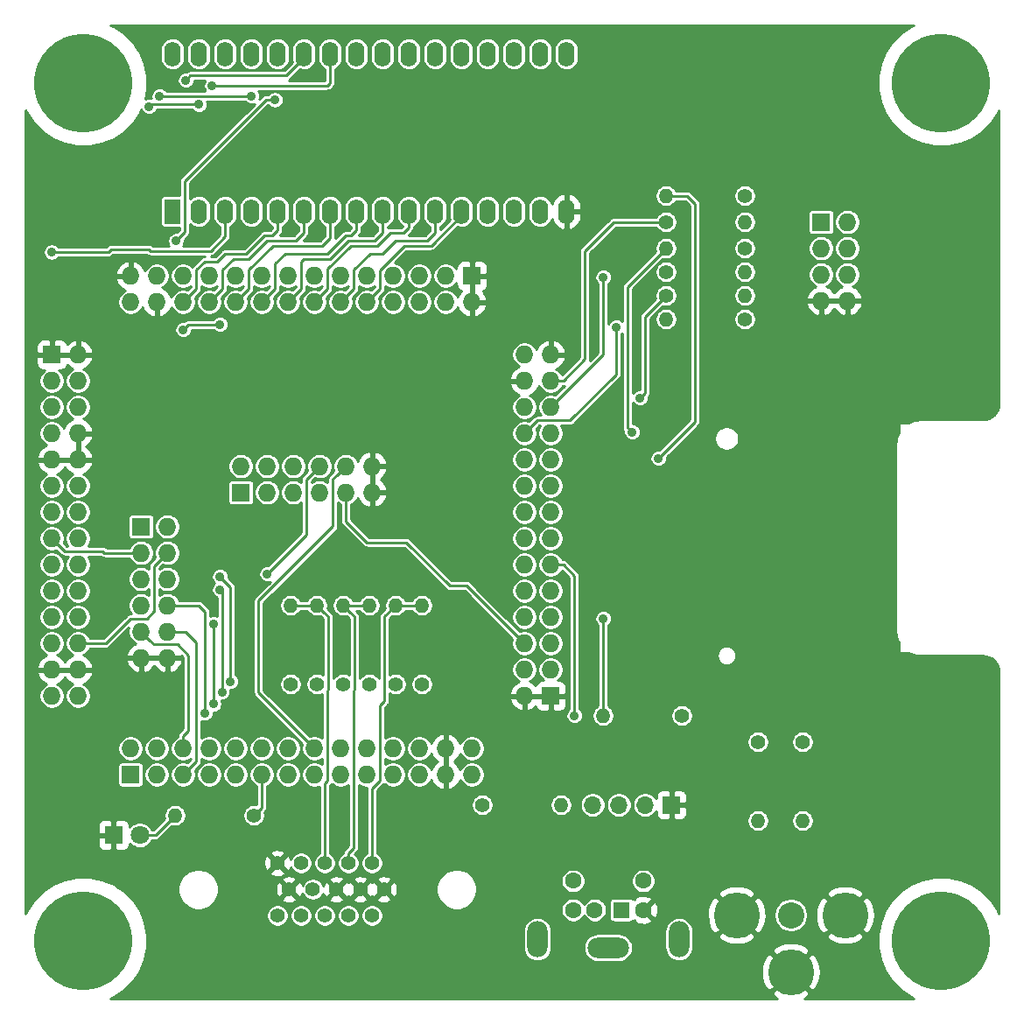
<source format=gbr>
G04 #@! TF.GenerationSoftware,KiCad,Pcbnew,(5.1.5)-3*
G04 #@! TF.CreationDate,2020-03-06T15:44:24-05:00*
G04 #@! TF.ProjectId,EP2C5-DB-TH,45503243-352d-4444-922d-54482e6b6963,X2*
G04 #@! TF.SameCoordinates,Original*
G04 #@! TF.FileFunction,Copper,L2,Bot*
G04 #@! TF.FilePolarity,Positive*
%FSLAX46Y46*%
G04 Gerber Fmt 4.6, Leading zero omitted, Abs format (unit mm)*
G04 Created by KiCad (PCBNEW (5.1.5)-3) date 2020-03-06 15:44:24*
%MOMM*%
%LPD*%
G04 APERTURE LIST*
%ADD10O,1.400000X1.400000*%
%ADD11C,1.400000*%
%ADD12R,1.800000X1.800000*%
%ADD13C,1.800000*%
%ADD14O,2.000000X3.500000*%
%ADD15R,1.600000X1.600000*%
%ADD16C,1.600000*%
%ADD17O,4.000000X2.000000*%
%ADD18C,4.445000*%
%ADD19C,2.540000*%
%ADD20C,9.525000*%
%ADD21R,1.727200X1.727200*%
%ADD22O,1.727200X1.727200*%
%ADD23C,1.397000*%
%ADD24R,1.700000X1.700000*%
%ADD25O,1.700000X1.700000*%
%ADD26R,1.600000X2.400000*%
%ADD27O,1.600000X2.400000*%
%ADD28C,0.889000*%
%ADD29C,0.254000*%
G04 APERTURE END LIST*
D10*
X66294000Y-77216000D03*
D11*
X73914000Y-77216000D03*
D12*
X18923000Y-88773000D03*
D13*
X21463000Y-88773000D03*
D14*
X59922000Y-98862000D03*
X73622000Y-98862000D03*
D15*
X68072000Y-96012000D03*
D16*
X65472000Y-96012000D03*
X70172000Y-96012000D03*
X63372000Y-96012000D03*
X70172000Y-93212000D03*
X63372000Y-93212000D03*
D17*
X66772000Y-99662000D03*
D18*
X84455000Y-102031800D03*
X89700100Y-96520000D03*
X79209900Y-96520000D03*
D19*
X84455000Y-96520000D03*
D20*
X99000000Y-16000000D03*
X99000000Y-99000000D03*
D21*
X20574000Y-82931000D03*
D22*
X20574000Y-80391000D03*
X23114000Y-82931000D03*
X23114000Y-80391000D03*
X25654000Y-82931000D03*
X25654000Y-80391000D03*
X28194000Y-82931000D03*
X28194000Y-80391000D03*
X30734000Y-82931000D03*
X30734000Y-80391000D03*
X33274000Y-82931000D03*
X33274000Y-80391000D03*
X35814000Y-82931000D03*
X35814000Y-80391000D03*
X38354000Y-82931000D03*
X38354000Y-80391000D03*
X40894000Y-82931000D03*
X40894000Y-80391000D03*
X43434000Y-82931000D03*
X43434000Y-80391000D03*
X45974000Y-82931000D03*
X45974000Y-80391000D03*
X48514000Y-82931000D03*
X48514000Y-80391000D03*
X51054000Y-82931000D03*
X51054000Y-80391000D03*
X53594000Y-82931000D03*
X53594000Y-80391000D03*
D21*
X61214000Y-75311000D03*
D22*
X58674000Y-75311000D03*
X61214000Y-72771000D03*
X58674000Y-72771000D03*
X61214000Y-70231000D03*
X58674000Y-70231000D03*
X61214000Y-67691000D03*
X58674000Y-67691000D03*
X61214000Y-65151000D03*
X58674000Y-65151000D03*
X61214000Y-62611000D03*
X58674000Y-62611000D03*
X61214000Y-60071000D03*
X58674000Y-60071000D03*
X61214000Y-57531000D03*
X58674000Y-57531000D03*
X61214000Y-54991000D03*
X58674000Y-54991000D03*
X61214000Y-52451000D03*
X58674000Y-52451000D03*
X61214000Y-49911000D03*
X58674000Y-49911000D03*
X61214000Y-47371000D03*
X58674000Y-47371000D03*
X61214000Y-44831000D03*
X58674000Y-44831000D03*
X61214000Y-42291000D03*
X58674000Y-42291000D03*
D21*
X53594000Y-34671000D03*
D22*
X53594000Y-37211000D03*
X51054000Y-34671000D03*
X51054000Y-37211000D03*
X48514000Y-34671000D03*
X48514000Y-37211000D03*
X45974000Y-34671000D03*
X45974000Y-37211000D03*
X43434000Y-34671000D03*
X43434000Y-37211000D03*
X40894000Y-34671000D03*
X40894000Y-37211000D03*
X38354000Y-34671000D03*
X38354000Y-37211000D03*
X35814000Y-34671000D03*
X35814000Y-37211000D03*
X33274000Y-34671000D03*
X33274000Y-37211000D03*
X30734000Y-34671000D03*
X30734000Y-37211000D03*
X28194000Y-34671000D03*
X28194000Y-37211000D03*
X25654000Y-34671000D03*
X25654000Y-37211000D03*
X23114000Y-34671000D03*
X23114000Y-37211000D03*
X20574000Y-34671000D03*
X20574000Y-37211000D03*
D21*
X12954000Y-42291000D03*
D22*
X15494000Y-42291000D03*
X12954000Y-44831000D03*
X15494000Y-44831000D03*
X12954000Y-47371000D03*
X15494000Y-47371000D03*
X12954000Y-49911000D03*
X15494000Y-49911000D03*
X12954000Y-52451000D03*
X15494000Y-52451000D03*
X12954000Y-54991000D03*
X15494000Y-54991000D03*
X12954000Y-57531000D03*
X15494000Y-57531000D03*
X12954000Y-60071000D03*
X15494000Y-60071000D03*
X12954000Y-62611000D03*
X15494000Y-62611000D03*
X12954000Y-65151000D03*
X15494000Y-65151000D03*
X12954000Y-67691000D03*
X15494000Y-67691000D03*
X12954000Y-70231000D03*
X15494000Y-70231000D03*
X12954000Y-72771000D03*
X15494000Y-72771000D03*
X12954000Y-75311000D03*
X15494000Y-75311000D03*
D21*
X21590000Y-58928000D03*
D22*
X24130000Y-58928000D03*
X21590000Y-61468000D03*
X24130000Y-61468000D03*
X21590000Y-64008000D03*
X24130000Y-64008000D03*
X21590000Y-66548000D03*
X24130000Y-66548000D03*
X21590000Y-69088000D03*
X24130000Y-69088000D03*
X21590000Y-71628000D03*
X24130000Y-71628000D03*
D21*
X87376000Y-29464000D03*
D22*
X89916000Y-29464000D03*
X87376000Y-32004000D03*
X89916000Y-32004000D03*
X87376000Y-34544000D03*
X89916000Y-34544000D03*
X87376000Y-37084000D03*
X89916000Y-37084000D03*
D20*
X16000000Y-99000000D03*
D21*
X31242000Y-55626000D03*
D22*
X31242000Y-53086000D03*
X33782000Y-55626000D03*
X33782000Y-53086000D03*
X36322000Y-55626000D03*
X36322000Y-53086000D03*
X38862000Y-55626000D03*
X38862000Y-53086000D03*
X41402000Y-55626000D03*
X41402000Y-53086000D03*
X43942000Y-55626000D03*
X43942000Y-53086000D03*
D23*
X39357300Y-91493340D03*
X41643300Y-91493340D03*
X43934380Y-91493340D03*
X37063680Y-91493340D03*
X34775140Y-91493340D03*
X38209220Y-94033340D03*
X40497760Y-94033340D03*
X42788840Y-94033340D03*
X45079920Y-94033340D03*
X35918140Y-94033340D03*
X43934380Y-96573340D03*
X41643300Y-96573340D03*
X39354760Y-96570800D03*
X37063680Y-96573340D03*
X34775140Y-96573340D03*
D20*
X16000000Y-16000000D03*
D24*
X72898000Y-85852000D03*
D25*
X70358000Y-85852000D03*
X67818000Y-85852000D03*
X65278000Y-85852000D03*
D10*
X80010000Y-29464000D03*
D11*
X72390000Y-29464000D03*
X72390000Y-36576000D03*
D10*
X80010000Y-36576000D03*
X80010000Y-34290000D03*
D11*
X72390000Y-34290000D03*
D10*
X72390000Y-38862000D03*
D11*
X80010000Y-38862000D03*
X80010000Y-32004000D03*
D10*
X72390000Y-32004000D03*
X72390000Y-26924000D03*
D11*
X80010000Y-26924000D03*
X54610000Y-85852000D03*
D10*
X62230000Y-85852000D03*
D11*
X85598000Y-79756000D03*
D10*
X85598000Y-87376000D03*
X81280000Y-87376000D03*
D11*
X81280000Y-79756000D03*
X36068000Y-74168000D03*
D10*
X36068000Y-66548000D03*
D11*
X38608000Y-74168000D03*
D10*
X38608000Y-66548000D03*
D11*
X41148000Y-74168000D03*
D10*
X41148000Y-66548000D03*
X43688000Y-66548000D03*
D11*
X43688000Y-74168000D03*
X48768000Y-74168000D03*
D10*
X48768000Y-66548000D03*
X46228000Y-66548000D03*
D11*
X46228000Y-74168000D03*
D26*
X24638000Y-28448000D03*
D27*
X62738000Y-13208000D03*
X27178000Y-28448000D03*
X60198000Y-13208000D03*
X29718000Y-28448000D03*
X57658000Y-13208000D03*
X32258000Y-28448000D03*
X55118000Y-13208000D03*
X34798000Y-28448000D03*
X52578000Y-13208000D03*
X37338000Y-28448000D03*
X50038000Y-13208000D03*
X39878000Y-28448000D03*
X47498000Y-13208000D03*
X42418000Y-28448000D03*
X44958000Y-13208000D03*
X44958000Y-28448000D03*
X42418000Y-13208000D03*
X47498000Y-28448000D03*
X39878000Y-13208000D03*
X50038000Y-28448000D03*
X37338000Y-13208000D03*
X52578000Y-28448000D03*
X34798000Y-13208000D03*
X55118000Y-28448000D03*
X32258000Y-13208000D03*
X57658000Y-28448000D03*
X29718000Y-13208000D03*
X60198000Y-28448000D03*
X27178000Y-13208000D03*
X62738000Y-28448000D03*
X24638000Y-13208000D03*
D11*
X32512000Y-86868000D03*
D10*
X24892000Y-86868000D03*
D28*
X46609000Y-25654000D03*
X74041000Y-65532000D03*
X73660000Y-58039000D03*
X77216000Y-46990000D03*
X77343000Y-75184000D03*
X28448000Y-16256000D03*
X25908000Y-15748000D03*
X27178000Y-18097500D03*
X22352000Y-18288000D03*
X24967142Y-31292095D03*
X34544000Y-17653000D03*
X12954000Y-32385000D03*
X25654000Y-39878000D03*
X29210000Y-39370000D03*
X32258000Y-17272000D03*
X23368000Y-17272000D03*
X66294000Y-67818000D03*
X63500000Y-77216000D03*
X71628000Y-52324000D03*
X69088000Y-49784000D03*
X67564000Y-39624000D03*
X66294000Y-34798000D03*
X69850000Y-46482000D03*
X30251399Y-73914000D03*
X29210000Y-63754000D03*
X29425899Y-74930000D03*
X29210000Y-65024000D03*
X27774899Y-76962000D03*
X28600399Y-76105351D03*
X28600399Y-68326000D03*
X33782000Y-63500000D03*
D29*
X52578000Y-28848000D02*
X52578000Y-28448000D01*
X49676000Y-31750000D02*
X52578000Y-28848000D01*
X47052990Y-31750000D02*
X49676000Y-31750000D01*
X44678601Y-34124389D02*
X47052990Y-31750000D01*
X44678601Y-35966399D02*
X44678601Y-34124389D01*
X43434000Y-37211000D02*
X44678601Y-35966399D01*
X42189399Y-34073591D02*
X42189399Y-35915601D01*
X50038000Y-30480000D02*
X49276000Y-31242000D01*
X50038000Y-28448000D02*
X50038000Y-30480000D01*
X49276000Y-31242000D02*
X46228000Y-31242000D01*
X46228000Y-31242000D02*
X44958000Y-32512000D01*
X44958000Y-32512000D02*
X43750990Y-32512000D01*
X42189399Y-35915601D02*
X40894000Y-37211000D01*
X43750990Y-32512000D02*
X42189399Y-34073591D01*
X39649399Y-35915601D02*
X39649399Y-34010601D01*
X38354000Y-37211000D02*
X39649399Y-35915601D01*
X39649399Y-34010601D02*
X41910000Y-31750000D01*
X41910000Y-31750000D02*
X44450000Y-31750000D01*
X44450000Y-31750000D02*
X45720000Y-30480000D01*
X45720000Y-30480000D02*
X46990000Y-30480000D01*
X47498000Y-29972000D02*
X47498000Y-28448000D01*
X46990000Y-30480000D02*
X47498000Y-29972000D01*
X37058601Y-35966399D02*
X37058601Y-33299399D01*
X35814000Y-37211000D02*
X37058601Y-35966399D01*
X37058601Y-33299399D02*
X37338000Y-33020000D01*
X37338000Y-33020000D02*
X39878000Y-33020000D01*
X39878000Y-33020000D02*
X41656000Y-31242000D01*
X41656000Y-31242000D02*
X44196000Y-31242000D01*
X44958000Y-30480000D02*
X44958000Y-28448000D01*
X44196000Y-31242000D02*
X44958000Y-30480000D01*
X34569399Y-35915601D02*
X34569399Y-33502601D01*
X33274000Y-37211000D02*
X34569399Y-35915601D01*
X34569399Y-33502601D02*
X35560000Y-32512000D01*
X35560000Y-32512000D02*
X39624000Y-32512000D01*
X39624000Y-32512000D02*
X41402000Y-30734000D01*
X41402000Y-30734000D02*
X41910000Y-30734000D01*
X42418000Y-30226000D02*
X42418000Y-28448000D01*
X41910000Y-30734000D02*
X42418000Y-30226000D01*
X32029399Y-34073591D02*
X34352990Y-31750000D01*
X30734000Y-37211000D02*
X32029399Y-35915601D01*
X32029399Y-35915601D02*
X32029399Y-34073591D01*
X34352990Y-31750000D02*
X39116000Y-31750000D01*
X39878000Y-30988000D02*
X39878000Y-28448000D01*
X39116000Y-31750000D02*
X39878000Y-30988000D01*
X28448000Y-16256000D02*
X39624000Y-16256000D01*
X39878000Y-16002000D02*
X39878000Y-13208000D01*
X39624000Y-16256000D02*
X39878000Y-16002000D01*
X29489399Y-34073591D02*
X30542990Y-33020000D01*
X28194000Y-37211000D02*
X29489399Y-35915601D01*
X29489399Y-35915601D02*
X29489399Y-34073591D01*
X30542990Y-33020000D02*
X32004000Y-33020000D01*
X32004000Y-33020000D02*
X33782000Y-31242000D01*
X33782000Y-31242000D02*
X36576000Y-31242000D01*
X37338000Y-30480000D02*
X37338000Y-28448000D01*
X36576000Y-31242000D02*
X37338000Y-30480000D01*
X37338000Y-13608000D02*
X37338000Y-13208000D01*
X35642499Y-15303501D02*
X37338000Y-13608000D01*
X26352499Y-15303501D02*
X35642499Y-15303501D01*
X25908000Y-15748000D02*
X26352499Y-15303501D01*
X25654000Y-37211000D02*
X26924000Y-35941000D01*
X26924000Y-34098990D02*
X27748990Y-33274000D01*
X26924000Y-35941000D02*
X26924000Y-34098990D01*
X27748990Y-33274000D02*
X28956000Y-33274000D01*
X28956000Y-33274000D02*
X29718000Y-32512000D01*
X29718000Y-32512000D02*
X31750000Y-32512000D01*
X31750000Y-32512000D02*
X33528000Y-30734000D01*
X33528000Y-30734000D02*
X34290000Y-30734000D01*
X34798000Y-30226000D02*
X34798000Y-28448000D01*
X34290000Y-30734000D02*
X34798000Y-30226000D01*
X27178000Y-18097500D02*
X22542500Y-18097500D01*
X22542500Y-18097500D02*
X22352000Y-18288000D01*
X25819001Y-30440236D02*
X25819001Y-25488999D01*
X24967142Y-31292095D02*
X25819001Y-30440236D01*
X25819001Y-25488999D02*
X33655000Y-17653000D01*
X33655000Y-17653000D02*
X34544000Y-17653000D01*
X29718000Y-28448000D02*
X29718000Y-28848000D01*
X29718000Y-28848000D02*
X29718000Y-30861000D01*
X29718000Y-30861000D02*
X28321000Y-32258000D01*
X28321000Y-32258000D02*
X22479000Y-32258000D01*
X22479000Y-32258000D02*
X22352000Y-32131000D01*
X22352000Y-32131000D02*
X18669000Y-32131000D01*
X18415000Y-32385000D02*
X18669000Y-32131000D01*
X12954000Y-32385000D02*
X18415000Y-32385000D01*
X25654000Y-39878000D02*
X26162000Y-39370000D01*
X26162000Y-39370000D02*
X29210000Y-39370000D01*
X32258000Y-17272000D02*
X23368000Y-17272000D01*
X66294000Y-67818000D02*
X66294000Y-77216000D01*
X63500000Y-63675686D02*
X63500000Y-77216000D01*
X62435314Y-62611000D02*
X63500000Y-63675686D01*
X61214000Y-62611000D02*
X62435314Y-62611000D01*
X71628000Y-52324000D02*
X75184000Y-48768000D01*
X75184000Y-48768000D02*
X75184000Y-27686000D01*
X74422000Y-26924000D02*
X72390000Y-26924000D01*
X75184000Y-27686000D02*
X74422000Y-26924000D01*
X71690001Y-32703999D02*
X72390000Y-32004000D01*
X68643501Y-35750499D02*
X71690001Y-32703999D01*
X68643501Y-49339501D02*
X68643501Y-35750499D01*
X69088000Y-49784000D02*
X68643501Y-49339501D01*
X59918601Y-48666399D02*
X63093601Y-48666399D01*
X58674000Y-49911000D02*
X59918601Y-48666399D01*
X63093601Y-48666399D02*
X67564000Y-44196000D01*
X67564000Y-44196000D02*
X67564000Y-39624000D01*
X61214000Y-47371000D02*
X66294000Y-42291000D01*
X66294000Y-42291000D02*
X66294000Y-34798000D01*
X69850000Y-46482000D02*
X70358000Y-45974000D01*
X70358000Y-38608000D02*
X72390000Y-36576000D01*
X70358000Y-45974000D02*
X70358000Y-38608000D01*
X62435314Y-44831000D02*
X64516000Y-42750314D01*
X61214000Y-44831000D02*
X62435314Y-44831000D01*
X64516000Y-42750314D02*
X64516000Y-32258000D01*
X67310000Y-29464000D02*
X72390000Y-29464000D01*
X64516000Y-32258000D02*
X67310000Y-29464000D01*
X30251399Y-64843657D02*
X30226000Y-64818258D01*
X30251399Y-73914000D02*
X30251399Y-64843657D01*
X30226000Y-64818258D02*
X30226000Y-64770000D01*
X30226000Y-64770000D02*
X29210000Y-63754000D01*
X29425899Y-74930000D02*
X29425899Y-65239899D01*
X29425899Y-65239899D02*
X29210000Y-65024000D01*
X27774899Y-76962000D02*
X27774899Y-67144899D01*
X27178000Y-66548000D02*
X24130000Y-66548000D01*
X27774899Y-67144899D02*
X27178000Y-66548000D01*
X28600399Y-76105351D02*
X28600399Y-68326000D01*
X26949399Y-81635601D02*
X26949399Y-70129399D01*
X25654000Y-82931000D02*
X26949399Y-81635601D01*
X25908000Y-69088000D02*
X24130000Y-69088000D01*
X26949399Y-70129399D02*
X25908000Y-69088000D01*
X25654000Y-79169686D02*
X26162000Y-78661686D01*
X25654000Y-80391000D02*
X25654000Y-79169686D01*
X26162000Y-78661686D02*
X26162000Y-71374000D01*
X22453599Y-69951599D02*
X21590000Y-69088000D01*
X22834601Y-70332601D02*
X22453599Y-69951599D01*
X25120601Y-70332601D02*
X22834601Y-70332601D01*
X26162000Y-71374000D02*
X25120601Y-70332601D01*
X27940000Y-80645000D02*
X27940000Y-80518000D01*
X89916000Y-29464000D02*
X89916000Y-29591000D01*
X39307999Y-67247999D02*
X38608000Y-66548000D01*
X39689001Y-67629001D02*
X39307999Y-67247999D01*
X39689001Y-74686881D02*
X39689001Y-67629001D01*
X39598601Y-74777281D02*
X39689001Y-74686881D01*
X39598601Y-83528409D02*
X39598601Y-74777281D01*
X39357300Y-83769710D02*
X39598601Y-83528409D01*
X39357300Y-91493340D02*
X39357300Y-83769710D01*
X36068000Y-66548000D02*
X38608000Y-66548000D01*
X41847999Y-67247999D02*
X41148000Y-66548000D01*
X42229001Y-67629001D02*
X41847999Y-67247999D01*
X42229001Y-74686881D02*
X42229001Y-67629001D01*
X42138601Y-74777281D02*
X42229001Y-74686881D01*
X42138601Y-90010211D02*
X42138601Y-74777281D01*
X41643300Y-90505512D02*
X42138601Y-90010211D01*
X41643300Y-91493340D02*
X41643300Y-90505512D01*
X41148000Y-66548000D02*
X43688000Y-66548000D01*
X46228000Y-66548000D02*
X48768000Y-66548000D01*
X45146999Y-75811121D02*
X45146999Y-67629001D01*
X44704000Y-76254120D02*
X45146999Y-75811121D01*
X44704000Y-83503010D02*
X44704000Y-76254120D01*
X43934380Y-91493340D02*
X43934380Y-84272630D01*
X43934380Y-84272630D02*
X44704000Y-83503010D01*
X45146999Y-67629001D02*
X46228000Y-66548000D01*
X30480000Y-80645000D02*
X30480000Y-80518000D01*
X14198601Y-61315601D02*
X12954000Y-60071000D01*
X17881601Y-61315601D02*
X14198601Y-61315601D01*
X18034000Y-61468000D02*
X17881601Y-61315601D01*
X21590000Y-61468000D02*
X18034000Y-61468000D01*
X22162010Y-67818000D02*
X22860000Y-67120010D01*
X22860000Y-62738000D02*
X24130000Y-61468000D01*
X22860000Y-67120010D02*
X22860000Y-62738000D01*
X15494000Y-70231000D02*
X18161000Y-70231000D01*
X18161000Y-70231000D02*
X20574000Y-67818000D01*
X20574000Y-67818000D02*
X22162010Y-67818000D01*
X33274000Y-86106000D02*
X32512000Y-86868000D01*
X33274000Y-82931000D02*
X33274000Y-86106000D01*
X37998401Y-53949599D02*
X38862000Y-53086000D01*
X37566601Y-54381399D02*
X37998401Y-53949599D01*
X37566601Y-59715399D02*
X37566601Y-54381399D01*
X33782000Y-63500000D02*
X37566601Y-59715399D01*
X32956499Y-74993499D02*
X32956499Y-66103501D01*
X38354000Y-80391000D02*
X32956499Y-74993499D01*
X40538401Y-53949599D02*
X41402000Y-53086000D01*
X40157399Y-54330601D02*
X40538401Y-53949599D01*
X40157399Y-58902601D02*
X40157399Y-54330601D01*
X32956499Y-66103501D02*
X40157399Y-58902601D01*
X58674000Y-70231000D02*
X53086000Y-64643000D01*
X53086000Y-64643000D02*
X51435000Y-64643000D01*
X51435000Y-64643000D02*
X47244000Y-60452000D01*
X47244000Y-60452000D02*
X43434000Y-60452000D01*
X41402000Y-58420000D02*
X41402000Y-55626000D01*
X43434000Y-60452000D02*
X41402000Y-58420000D01*
X22987000Y-88773000D02*
X24892000Y-86868000D01*
X21463000Y-88773000D02*
X22987000Y-88773000D01*
G36*
X96082383Y-10541522D02*
G01*
X95073548Y-11215604D01*
X94215604Y-12073548D01*
X93541522Y-13082383D01*
X93077206Y-14203340D01*
X92840500Y-15393342D01*
X92840500Y-16606658D01*
X93077206Y-17796660D01*
X93541522Y-18917617D01*
X94215604Y-19926452D01*
X95073548Y-20784396D01*
X96082383Y-21458478D01*
X97203340Y-21922794D01*
X98393342Y-22159500D01*
X99606658Y-22159500D01*
X100796660Y-21922794D01*
X101917617Y-21458478D01*
X102926452Y-20784396D01*
X103784396Y-19926452D01*
X104458478Y-18917617D01*
X104569001Y-18650791D01*
X104569000Y-46978920D01*
X104537091Y-47304352D01*
X104448701Y-47597114D01*
X104305132Y-47867126D01*
X104111849Y-48104115D01*
X103876219Y-48299045D01*
X103607209Y-48444498D01*
X103315076Y-48534928D01*
X102990908Y-48569000D01*
X96978832Y-48569000D01*
X96959440Y-48570910D01*
X96946974Y-48570823D01*
X96940985Y-48571410D01*
X96552792Y-48612211D01*
X96514538Y-48620063D01*
X96476155Y-48627386D01*
X96470394Y-48629125D01*
X96097519Y-48744549D01*
X96061514Y-48759684D01*
X96025289Y-48774320D01*
X96019975Y-48777145D01*
X95842695Y-48873000D01*
X95000000Y-48873000D01*
X94975224Y-48875440D01*
X94951399Y-48882667D01*
X94929443Y-48894403D01*
X94910197Y-48910197D01*
X94894403Y-48929443D01*
X94882667Y-48951399D01*
X94875440Y-48975224D01*
X94873000Y-49000000D01*
X94873000Y-49842476D01*
X94770358Y-50035516D01*
X94755469Y-50071640D01*
X94740083Y-50107538D01*
X94738303Y-50113287D01*
X94625485Y-50486959D01*
X94617898Y-50525276D01*
X94609776Y-50563487D01*
X94609147Y-50569472D01*
X94571057Y-50957941D01*
X94571057Y-50957949D01*
X94569000Y-50978833D01*
X94569001Y-69021168D01*
X94570910Y-69040550D01*
X94570823Y-69053026D01*
X94571410Y-69059015D01*
X94612211Y-69447208D01*
X94620063Y-69485462D01*
X94627386Y-69523845D01*
X94629125Y-69529606D01*
X94744549Y-69902481D01*
X94759684Y-69938486D01*
X94774320Y-69974711D01*
X94777145Y-69980025D01*
X94873000Y-70157305D01*
X94873000Y-71000000D01*
X94875440Y-71024776D01*
X94882667Y-71048601D01*
X94894403Y-71070557D01*
X94910197Y-71089803D01*
X94929443Y-71105597D01*
X94951399Y-71117333D01*
X94975224Y-71124560D01*
X95000000Y-71127000D01*
X95842475Y-71127000D01*
X96035516Y-71229642D01*
X96071640Y-71244531D01*
X96107538Y-71259917D01*
X96113279Y-71261695D01*
X96113285Y-71261697D01*
X96113291Y-71261698D01*
X96486958Y-71374515D01*
X96525289Y-71382105D01*
X96563487Y-71390224D01*
X96569472Y-71390853D01*
X96957942Y-71428943D01*
X96957948Y-71428943D01*
X96978832Y-71431000D01*
X102978920Y-71431000D01*
X103304352Y-71462909D01*
X103597113Y-71551299D01*
X103867126Y-71694868D01*
X104104115Y-71888151D01*
X104299045Y-72123781D01*
X104444498Y-72392791D01*
X104534928Y-72684924D01*
X104569000Y-73009092D01*
X104569001Y-96349209D01*
X104458478Y-96082383D01*
X103784396Y-95073548D01*
X102926452Y-94215604D01*
X101917617Y-93541522D01*
X100796660Y-93077206D01*
X99606658Y-92840500D01*
X98393342Y-92840500D01*
X97203340Y-93077206D01*
X96082383Y-93541522D01*
X95073548Y-94215604D01*
X94215604Y-95073548D01*
X93541522Y-96082383D01*
X93077206Y-97203340D01*
X92840500Y-98393342D01*
X92840500Y-99606658D01*
X93077206Y-100796660D01*
X93541522Y-101917617D01*
X94215604Y-102926452D01*
X95073548Y-103784396D01*
X96082383Y-104458478D01*
X96349206Y-104569000D01*
X85772901Y-104569000D01*
X86038327Y-104427127D01*
X86281175Y-104037580D01*
X84455000Y-102211405D01*
X82628825Y-104037580D01*
X82871673Y-104427127D01*
X83140305Y-104569000D01*
X18650794Y-104569000D01*
X18917617Y-104458478D01*
X19926452Y-103784396D01*
X20784396Y-102926452D01*
X21372638Y-102046085D01*
X81583709Y-102046085D01*
X81641667Y-102605971D01*
X81807740Y-103143793D01*
X82059673Y-103615127D01*
X82449220Y-103857975D01*
X84275395Y-102031800D01*
X84634605Y-102031800D01*
X86460780Y-103857975D01*
X86850327Y-103615127D01*
X87113193Y-103117398D01*
X87273907Y-102577951D01*
X87326291Y-102017515D01*
X87268333Y-101457629D01*
X87102260Y-100919807D01*
X86850327Y-100448473D01*
X86460780Y-100205625D01*
X84634605Y-102031800D01*
X84275395Y-102031800D01*
X82449220Y-100205625D01*
X82059673Y-100448473D01*
X81796807Y-100946202D01*
X81636093Y-101485649D01*
X81583709Y-102046085D01*
X21372638Y-102046085D01*
X21458478Y-101917617D01*
X21922794Y-100796660D01*
X22159500Y-99606658D01*
X22159500Y-98393342D01*
X22090044Y-98044158D01*
X58541000Y-98044158D01*
X58541000Y-99679843D01*
X58560982Y-99882723D01*
X58639950Y-100143043D01*
X58768186Y-100382955D01*
X58940762Y-100593239D01*
X59151046Y-100765815D01*
X59390958Y-100894051D01*
X59651278Y-100973018D01*
X59922000Y-100999682D01*
X60192723Y-100973018D01*
X60453043Y-100894051D01*
X60692955Y-100765815D01*
X60903239Y-100593239D01*
X61075815Y-100382955D01*
X61204051Y-100143043D01*
X61283018Y-99882723D01*
X61303000Y-99679843D01*
X61303000Y-99662000D01*
X64384318Y-99662000D01*
X64410982Y-99932723D01*
X64489949Y-100193043D01*
X64618185Y-100432955D01*
X64790761Y-100643239D01*
X65001045Y-100815815D01*
X65240957Y-100944051D01*
X65501277Y-101023018D01*
X65704157Y-101043000D01*
X67839843Y-101043000D01*
X68042723Y-101023018D01*
X68303043Y-100944051D01*
X68542955Y-100815815D01*
X68753239Y-100643239D01*
X68925815Y-100432955D01*
X69054051Y-100193043D01*
X69133018Y-99932723D01*
X69159682Y-99662000D01*
X69133018Y-99391277D01*
X69054051Y-99130957D01*
X68925815Y-98891045D01*
X68753239Y-98680761D01*
X68542955Y-98508185D01*
X68303043Y-98379949D01*
X68042723Y-98300982D01*
X67839843Y-98281000D01*
X65704157Y-98281000D01*
X65501277Y-98300982D01*
X65240957Y-98379949D01*
X65001045Y-98508185D01*
X64790761Y-98680761D01*
X64618185Y-98891045D01*
X64489949Y-99130957D01*
X64410982Y-99391277D01*
X64384318Y-99662000D01*
X61303000Y-99662000D01*
X61303000Y-98044158D01*
X72241000Y-98044158D01*
X72241000Y-99679843D01*
X72260982Y-99882723D01*
X72339950Y-100143043D01*
X72468186Y-100382955D01*
X72640762Y-100593239D01*
X72851046Y-100765815D01*
X73090958Y-100894051D01*
X73351278Y-100973018D01*
X73622000Y-100999682D01*
X73892723Y-100973018D01*
X74153043Y-100894051D01*
X74392955Y-100765815D01*
X74603239Y-100593239D01*
X74775815Y-100382955D01*
X74904051Y-100143043D01*
X74939549Y-100026020D01*
X82628825Y-100026020D01*
X84455000Y-101852195D01*
X86281175Y-100026020D01*
X86038327Y-99636473D01*
X85540598Y-99373607D01*
X85001151Y-99212893D01*
X84440715Y-99160509D01*
X83880829Y-99218467D01*
X83343007Y-99384540D01*
X82871673Y-99636473D01*
X82628825Y-100026020D01*
X74939549Y-100026020D01*
X74983018Y-99882723D01*
X75003000Y-99679843D01*
X75003000Y-98525780D01*
X77383725Y-98525780D01*
X77626573Y-98915327D01*
X78124302Y-99178193D01*
X78663749Y-99338907D01*
X79224185Y-99391291D01*
X79784071Y-99333333D01*
X80321893Y-99167260D01*
X80793227Y-98915327D01*
X81036075Y-98525780D01*
X87873925Y-98525780D01*
X88116773Y-98915327D01*
X88614502Y-99178193D01*
X89153949Y-99338907D01*
X89714385Y-99391291D01*
X90274271Y-99333333D01*
X90812093Y-99167260D01*
X91283427Y-98915327D01*
X91526275Y-98525780D01*
X89700100Y-96699605D01*
X87873925Y-98525780D01*
X81036075Y-98525780D01*
X79209900Y-96699605D01*
X77383725Y-98525780D01*
X75003000Y-98525780D01*
X75003000Y-98044157D01*
X74983018Y-97841277D01*
X74904051Y-97580957D01*
X74775815Y-97341045D01*
X74603238Y-97130761D01*
X74392954Y-96958185D01*
X74153042Y-96829949D01*
X73892722Y-96750982D01*
X73622000Y-96724318D01*
X73351277Y-96750982D01*
X73090957Y-96829949D01*
X72851045Y-96958185D01*
X72640761Y-97130762D01*
X72468185Y-97341046D01*
X72339949Y-97580958D01*
X72260982Y-97841278D01*
X72241000Y-98044158D01*
X61303000Y-98044158D01*
X61303000Y-98044157D01*
X61283018Y-97841277D01*
X61204051Y-97580957D01*
X61075815Y-97341045D01*
X60903238Y-97130761D01*
X60692954Y-96958185D01*
X60453042Y-96829949D01*
X60192722Y-96750982D01*
X59922000Y-96724318D01*
X59651277Y-96750982D01*
X59390957Y-96829949D01*
X59151045Y-96958185D01*
X58940761Y-97130762D01*
X58768185Y-97341046D01*
X58639949Y-97580958D01*
X58560982Y-97841278D01*
X58541000Y-98044158D01*
X22090044Y-98044158D01*
X21922794Y-97203340D01*
X21617800Y-96467019D01*
X33695640Y-96467019D01*
X33695640Y-96679661D01*
X33737125Y-96888218D01*
X33818500Y-97084675D01*
X33936638Y-97261481D01*
X34086999Y-97411842D01*
X34263805Y-97529980D01*
X34460262Y-97611355D01*
X34668819Y-97652840D01*
X34881461Y-97652840D01*
X35090018Y-97611355D01*
X35286475Y-97529980D01*
X35463281Y-97411842D01*
X35613642Y-97261481D01*
X35731780Y-97084675D01*
X35813155Y-96888218D01*
X35854640Y-96679661D01*
X35854640Y-96467019D01*
X35984180Y-96467019D01*
X35984180Y-96679661D01*
X36025665Y-96888218D01*
X36107040Y-97084675D01*
X36225178Y-97261481D01*
X36375539Y-97411842D01*
X36552345Y-97529980D01*
X36748802Y-97611355D01*
X36957359Y-97652840D01*
X37170001Y-97652840D01*
X37378558Y-97611355D01*
X37575015Y-97529980D01*
X37751821Y-97411842D01*
X37902182Y-97261481D01*
X38020320Y-97084675D01*
X38101695Y-96888218D01*
X38143180Y-96679661D01*
X38143180Y-96467019D01*
X38142675Y-96464479D01*
X38275260Y-96464479D01*
X38275260Y-96677121D01*
X38316745Y-96885678D01*
X38398120Y-97082135D01*
X38516258Y-97258941D01*
X38666619Y-97409302D01*
X38843425Y-97527440D01*
X39039882Y-97608815D01*
X39248439Y-97650300D01*
X39461081Y-97650300D01*
X39669638Y-97608815D01*
X39866095Y-97527440D01*
X40042901Y-97409302D01*
X40193262Y-97258941D01*
X40311400Y-97082135D01*
X40392775Y-96885678D01*
X40434260Y-96677121D01*
X40434260Y-96467019D01*
X40563800Y-96467019D01*
X40563800Y-96679661D01*
X40605285Y-96888218D01*
X40686660Y-97084675D01*
X40804798Y-97261481D01*
X40955159Y-97411842D01*
X41131965Y-97529980D01*
X41328422Y-97611355D01*
X41536979Y-97652840D01*
X41749621Y-97652840D01*
X41958178Y-97611355D01*
X42154635Y-97529980D01*
X42331441Y-97411842D01*
X42481802Y-97261481D01*
X42599940Y-97084675D01*
X42681315Y-96888218D01*
X42722800Y-96679661D01*
X42722800Y-96467019D01*
X42854880Y-96467019D01*
X42854880Y-96679661D01*
X42896365Y-96888218D01*
X42977740Y-97084675D01*
X43095878Y-97261481D01*
X43246239Y-97411842D01*
X43423045Y-97529980D01*
X43619502Y-97611355D01*
X43828059Y-97652840D01*
X44040701Y-97652840D01*
X44249258Y-97611355D01*
X44445715Y-97529980D01*
X44622521Y-97411842D01*
X44772882Y-97261481D01*
X44891020Y-97084675D01*
X44972395Y-96888218D01*
X45013880Y-96679661D01*
X45013880Y-96467019D01*
X44972395Y-96258462D01*
X44891020Y-96062005D01*
X44772882Y-95885199D01*
X44622521Y-95734838D01*
X44445715Y-95616700D01*
X44249258Y-95535325D01*
X44040701Y-95493840D01*
X43828059Y-95493840D01*
X43619502Y-95535325D01*
X43423045Y-95616700D01*
X43246239Y-95734838D01*
X43095878Y-95885199D01*
X42977740Y-96062005D01*
X42896365Y-96258462D01*
X42854880Y-96467019D01*
X42722800Y-96467019D01*
X42681315Y-96258462D01*
X42599940Y-96062005D01*
X42481802Y-95885199D01*
X42331441Y-95734838D01*
X42154635Y-95616700D01*
X41958178Y-95535325D01*
X41749621Y-95493840D01*
X41536979Y-95493840D01*
X41328422Y-95535325D01*
X41131965Y-95616700D01*
X40955159Y-95734838D01*
X40804798Y-95885199D01*
X40686660Y-96062005D01*
X40605285Y-96258462D01*
X40563800Y-96467019D01*
X40434260Y-96467019D01*
X40434260Y-96464479D01*
X40392775Y-96255922D01*
X40311400Y-96059465D01*
X40193262Y-95882659D01*
X40042901Y-95732298D01*
X39866095Y-95614160D01*
X39669638Y-95532785D01*
X39461081Y-95491300D01*
X39248439Y-95491300D01*
X39039882Y-95532785D01*
X38843425Y-95614160D01*
X38666619Y-95732298D01*
X38516258Y-95882659D01*
X38398120Y-96059465D01*
X38316745Y-96255922D01*
X38275260Y-96464479D01*
X38142675Y-96464479D01*
X38101695Y-96258462D01*
X38020320Y-96062005D01*
X37902182Y-95885199D01*
X37751821Y-95734838D01*
X37575015Y-95616700D01*
X37378558Y-95535325D01*
X37170001Y-95493840D01*
X36957359Y-95493840D01*
X36748802Y-95535325D01*
X36552345Y-95616700D01*
X36375539Y-95734838D01*
X36225178Y-95885199D01*
X36107040Y-96062005D01*
X36025665Y-96258462D01*
X35984180Y-96467019D01*
X35854640Y-96467019D01*
X35813155Y-96258462D01*
X35731780Y-96062005D01*
X35613642Y-95885199D01*
X35463281Y-95734838D01*
X35286475Y-95616700D01*
X35090018Y-95535325D01*
X34881461Y-95493840D01*
X34668819Y-95493840D01*
X34460262Y-95535325D01*
X34263805Y-95616700D01*
X34086999Y-95734838D01*
X33936638Y-95885199D01*
X33818500Y-96062005D01*
X33737125Y-96258462D01*
X33695640Y-96467019D01*
X21617800Y-96467019D01*
X21458478Y-96082383D01*
X20784396Y-95073548D01*
X19926452Y-94215604D01*
X19361671Y-93838229D01*
X25148740Y-93838229D01*
X25148740Y-94228451D01*
X25224869Y-94611176D01*
X25374201Y-94971695D01*
X25590997Y-95296154D01*
X25866926Y-95572083D01*
X26191385Y-95788879D01*
X26551904Y-95938211D01*
X26934629Y-96014340D01*
X27324851Y-96014340D01*
X27707576Y-95938211D01*
X28068095Y-95788879D01*
X28392554Y-95572083D01*
X28668483Y-95296154D01*
X28885279Y-94971695D01*
X28892800Y-94953537D01*
X35177548Y-94953537D01*
X35236826Y-95187152D01*
X35475015Y-95297899D01*
X35730233Y-95360051D01*
X35992673Y-95371216D01*
X36252247Y-95330969D01*
X36498982Y-95240854D01*
X36599454Y-95187152D01*
X36658732Y-94953537D01*
X35918140Y-94212945D01*
X35177548Y-94953537D01*
X28892800Y-94953537D01*
X29034611Y-94611176D01*
X29110740Y-94228451D01*
X29110740Y-94107873D01*
X34580264Y-94107873D01*
X34620511Y-94367447D01*
X34710626Y-94614182D01*
X34764328Y-94714654D01*
X34997943Y-94773932D01*
X35738535Y-94033340D01*
X36097745Y-94033340D01*
X36838337Y-94773932D01*
X37071952Y-94714654D01*
X37182699Y-94476465D01*
X37198111Y-94413176D01*
X37252580Y-94544675D01*
X37370718Y-94721481D01*
X37521079Y-94871842D01*
X37697885Y-94989980D01*
X37894342Y-95071355D01*
X38102899Y-95112840D01*
X38315541Y-95112840D01*
X38524098Y-95071355D01*
X38720555Y-94989980D01*
X38775095Y-94953537D01*
X39757168Y-94953537D01*
X39816446Y-95187152D01*
X40054635Y-95297899D01*
X40309853Y-95360051D01*
X40572293Y-95371216D01*
X40831867Y-95330969D01*
X41078602Y-95240854D01*
X41179074Y-95187152D01*
X41238352Y-94953537D01*
X42048248Y-94953537D01*
X42107526Y-95187152D01*
X42345715Y-95297899D01*
X42600933Y-95360051D01*
X42863373Y-95371216D01*
X43122947Y-95330969D01*
X43369682Y-95240854D01*
X43470154Y-95187152D01*
X43529432Y-94953537D01*
X44339328Y-94953537D01*
X44398606Y-95187152D01*
X44636795Y-95297899D01*
X44892013Y-95360051D01*
X45154453Y-95371216D01*
X45414027Y-95330969D01*
X45660762Y-95240854D01*
X45761234Y-95187152D01*
X45820512Y-94953537D01*
X45079920Y-94212945D01*
X44339328Y-94953537D01*
X43529432Y-94953537D01*
X42788840Y-94212945D01*
X42048248Y-94953537D01*
X41238352Y-94953537D01*
X40497760Y-94212945D01*
X39757168Y-94953537D01*
X38775095Y-94953537D01*
X38897361Y-94871842D01*
X39047722Y-94721481D01*
X39165860Y-94544675D01*
X39218471Y-94417661D01*
X39290246Y-94614182D01*
X39343948Y-94714654D01*
X39577563Y-94773932D01*
X40318155Y-94033340D01*
X40677365Y-94033340D01*
X41417957Y-94773932D01*
X41643300Y-94716753D01*
X41868643Y-94773932D01*
X42609235Y-94033340D01*
X42968445Y-94033340D01*
X43709037Y-94773932D01*
X43934380Y-94716753D01*
X44159723Y-94773932D01*
X44900315Y-94033340D01*
X45259525Y-94033340D01*
X46000117Y-94773932D01*
X46233732Y-94714654D01*
X46344479Y-94476465D01*
X46406631Y-94221247D01*
X46417796Y-93958807D01*
X46399101Y-93838229D01*
X50137260Y-93838229D01*
X50137260Y-94228451D01*
X50213389Y-94611176D01*
X50362721Y-94971695D01*
X50579517Y-95296154D01*
X50855446Y-95572083D01*
X51179905Y-95788879D01*
X51540424Y-95938211D01*
X51923149Y-96014340D01*
X52313371Y-96014340D01*
X52696096Y-95938211D01*
X52798769Y-95895682D01*
X62191000Y-95895682D01*
X62191000Y-96128318D01*
X62236386Y-96356485D01*
X62325412Y-96571413D01*
X62454658Y-96764843D01*
X62619157Y-96929342D01*
X62812587Y-97058588D01*
X63027515Y-97147614D01*
X63255682Y-97193000D01*
X63488318Y-97193000D01*
X63716485Y-97147614D01*
X63931413Y-97058588D01*
X64124843Y-96929342D01*
X64289342Y-96764843D01*
X64418588Y-96571413D01*
X64422000Y-96563176D01*
X64425412Y-96571413D01*
X64554658Y-96764843D01*
X64719157Y-96929342D01*
X64912587Y-97058588D01*
X65127515Y-97147614D01*
X65355682Y-97193000D01*
X65588318Y-97193000D01*
X65816485Y-97147614D01*
X66031413Y-97058588D01*
X66224843Y-96929342D01*
X66389342Y-96764843D01*
X66518588Y-96571413D01*
X66607614Y-96356485D01*
X66653000Y-96128318D01*
X66653000Y-95895682D01*
X66607614Y-95667515D01*
X66518588Y-95452587D01*
X66389342Y-95259157D01*
X66342185Y-95212000D01*
X66889157Y-95212000D01*
X66889157Y-96812000D01*
X66896513Y-96886689D01*
X66918299Y-96958508D01*
X66953678Y-97024696D01*
X67001289Y-97082711D01*
X67059304Y-97130322D01*
X67125492Y-97165701D01*
X67197311Y-97187487D01*
X67272000Y-97194843D01*
X68872000Y-97194843D01*
X68946689Y-97187487D01*
X69018508Y-97165701D01*
X69084696Y-97130322D01*
X69142711Y-97082711D01*
X69170501Y-97048848D01*
X69242630Y-97120977D01*
X69358903Y-97004704D01*
X69430486Y-97248671D01*
X69685996Y-97369571D01*
X69960184Y-97438300D01*
X70242512Y-97452217D01*
X70522130Y-97410787D01*
X70788292Y-97315603D01*
X70913514Y-97248671D01*
X70985097Y-97004702D01*
X70172000Y-96191605D01*
X70157858Y-96205748D01*
X69978253Y-96026143D01*
X69992395Y-96012000D01*
X70351605Y-96012000D01*
X71164702Y-96825097D01*
X71408671Y-96753514D01*
X71512403Y-96534285D01*
X76338609Y-96534285D01*
X76396567Y-97094171D01*
X76562640Y-97631993D01*
X76814573Y-98103327D01*
X77204120Y-98346175D01*
X79030295Y-96520000D01*
X79389505Y-96520000D01*
X81215680Y-98346175D01*
X81605227Y-98103327D01*
X81868093Y-97605598D01*
X82028807Y-97066151D01*
X82081191Y-96505715D01*
X82065837Y-96357391D01*
X82804000Y-96357391D01*
X82804000Y-96682609D01*
X82867447Y-97001579D01*
X82991903Y-97302042D01*
X83172585Y-97572451D01*
X83402549Y-97802415D01*
X83672958Y-97983097D01*
X83973421Y-98107553D01*
X84292391Y-98171000D01*
X84617609Y-98171000D01*
X84936579Y-98107553D01*
X85237042Y-97983097D01*
X85507451Y-97802415D01*
X85737415Y-97572451D01*
X85918097Y-97302042D01*
X86042553Y-97001579D01*
X86106000Y-96682609D01*
X86106000Y-96534285D01*
X86828809Y-96534285D01*
X86886767Y-97094171D01*
X87052840Y-97631993D01*
X87304773Y-98103327D01*
X87694320Y-98346175D01*
X89520495Y-96520000D01*
X89879705Y-96520000D01*
X91705880Y-98346175D01*
X92095427Y-98103327D01*
X92358293Y-97605598D01*
X92519007Y-97066151D01*
X92571391Y-96505715D01*
X92513433Y-95945829D01*
X92347360Y-95408007D01*
X92095427Y-94936673D01*
X91705880Y-94693825D01*
X89879705Y-96520000D01*
X89520495Y-96520000D01*
X87694320Y-94693825D01*
X87304773Y-94936673D01*
X87041907Y-95434402D01*
X86881193Y-95973849D01*
X86828809Y-96534285D01*
X86106000Y-96534285D01*
X86106000Y-96357391D01*
X86042553Y-96038421D01*
X85918097Y-95737958D01*
X85737415Y-95467549D01*
X85507451Y-95237585D01*
X85237042Y-95056903D01*
X84936579Y-94932447D01*
X84617609Y-94869000D01*
X84292391Y-94869000D01*
X83973421Y-94932447D01*
X83672958Y-95056903D01*
X83402549Y-95237585D01*
X83172585Y-95467549D01*
X82991903Y-95737958D01*
X82867447Y-96038421D01*
X82804000Y-96357391D01*
X82065837Y-96357391D01*
X82023233Y-95945829D01*
X81857160Y-95408007D01*
X81605227Y-94936673D01*
X81215680Y-94693825D01*
X79389505Y-96520000D01*
X79030295Y-96520000D01*
X77204120Y-94693825D01*
X76814573Y-94936673D01*
X76551707Y-95434402D01*
X76390993Y-95973849D01*
X76338609Y-96534285D01*
X71512403Y-96534285D01*
X71529571Y-96498004D01*
X71598300Y-96223816D01*
X71612217Y-95941488D01*
X71570787Y-95661870D01*
X71475603Y-95395708D01*
X71408671Y-95270486D01*
X71164702Y-95198903D01*
X70351605Y-96012000D01*
X69992395Y-96012000D01*
X69978253Y-95997858D01*
X70157858Y-95818253D01*
X70172000Y-95832395D01*
X70985097Y-95019298D01*
X70913514Y-94775329D01*
X70658004Y-94654429D01*
X70383816Y-94585700D01*
X70101488Y-94571783D01*
X69821870Y-94613213D01*
X69555708Y-94708397D01*
X69430486Y-94775329D01*
X69358903Y-95019296D01*
X69242630Y-94903023D01*
X69170501Y-94975152D01*
X69142711Y-94941289D01*
X69084696Y-94893678D01*
X69018508Y-94858299D01*
X68946689Y-94836513D01*
X68872000Y-94829157D01*
X67272000Y-94829157D01*
X67197311Y-94836513D01*
X67125492Y-94858299D01*
X67059304Y-94893678D01*
X67001289Y-94941289D01*
X66953678Y-94999304D01*
X66918299Y-95065492D01*
X66896513Y-95137311D01*
X66889157Y-95212000D01*
X66342185Y-95212000D01*
X66224843Y-95094658D01*
X66031413Y-94965412D01*
X65816485Y-94876386D01*
X65588318Y-94831000D01*
X65355682Y-94831000D01*
X65127515Y-94876386D01*
X64912587Y-94965412D01*
X64719157Y-95094658D01*
X64554658Y-95259157D01*
X64425412Y-95452587D01*
X64422000Y-95460824D01*
X64418588Y-95452587D01*
X64289342Y-95259157D01*
X64124843Y-95094658D01*
X63931413Y-94965412D01*
X63716485Y-94876386D01*
X63488318Y-94831000D01*
X63255682Y-94831000D01*
X63027515Y-94876386D01*
X62812587Y-94965412D01*
X62619157Y-95094658D01*
X62454658Y-95259157D01*
X62325412Y-95452587D01*
X62236386Y-95667515D01*
X62191000Y-95895682D01*
X52798769Y-95895682D01*
X53056615Y-95788879D01*
X53381074Y-95572083D01*
X53657003Y-95296154D01*
X53873799Y-94971695D01*
X54023131Y-94611176D01*
X54042416Y-94514220D01*
X77383725Y-94514220D01*
X79209900Y-96340395D01*
X81036075Y-94514220D01*
X87873925Y-94514220D01*
X89700100Y-96340395D01*
X91526275Y-94514220D01*
X91283427Y-94124673D01*
X90785698Y-93861807D01*
X90246251Y-93701093D01*
X89685815Y-93648709D01*
X89125929Y-93706667D01*
X88588107Y-93872740D01*
X88116773Y-94124673D01*
X87873925Y-94514220D01*
X81036075Y-94514220D01*
X80793227Y-94124673D01*
X80295498Y-93861807D01*
X79756051Y-93701093D01*
X79195615Y-93648709D01*
X78635729Y-93706667D01*
X78097907Y-93872740D01*
X77626573Y-94124673D01*
X77383725Y-94514220D01*
X54042416Y-94514220D01*
X54099260Y-94228451D01*
X54099260Y-93838229D01*
X54023131Y-93455504D01*
X53874088Y-93095682D01*
X62191000Y-93095682D01*
X62191000Y-93328318D01*
X62236386Y-93556485D01*
X62325412Y-93771413D01*
X62454658Y-93964843D01*
X62619157Y-94129342D01*
X62812587Y-94258588D01*
X63027515Y-94347614D01*
X63255682Y-94393000D01*
X63488318Y-94393000D01*
X63716485Y-94347614D01*
X63931413Y-94258588D01*
X64124843Y-94129342D01*
X64289342Y-93964843D01*
X64418588Y-93771413D01*
X64507614Y-93556485D01*
X64553000Y-93328318D01*
X64553000Y-93095682D01*
X68991000Y-93095682D01*
X68991000Y-93328318D01*
X69036386Y-93556485D01*
X69125412Y-93771413D01*
X69254658Y-93964843D01*
X69419157Y-94129342D01*
X69612587Y-94258588D01*
X69827515Y-94347614D01*
X70055682Y-94393000D01*
X70288318Y-94393000D01*
X70516485Y-94347614D01*
X70731413Y-94258588D01*
X70924843Y-94129342D01*
X71089342Y-93964843D01*
X71218588Y-93771413D01*
X71307614Y-93556485D01*
X71353000Y-93328318D01*
X71353000Y-93095682D01*
X71307614Y-92867515D01*
X71218588Y-92652587D01*
X71089342Y-92459157D01*
X70924843Y-92294658D01*
X70731413Y-92165412D01*
X70516485Y-92076386D01*
X70288318Y-92031000D01*
X70055682Y-92031000D01*
X69827515Y-92076386D01*
X69612587Y-92165412D01*
X69419157Y-92294658D01*
X69254658Y-92459157D01*
X69125412Y-92652587D01*
X69036386Y-92867515D01*
X68991000Y-93095682D01*
X64553000Y-93095682D01*
X64507614Y-92867515D01*
X64418588Y-92652587D01*
X64289342Y-92459157D01*
X64124843Y-92294658D01*
X63931413Y-92165412D01*
X63716485Y-92076386D01*
X63488318Y-92031000D01*
X63255682Y-92031000D01*
X63027515Y-92076386D01*
X62812587Y-92165412D01*
X62619157Y-92294658D01*
X62454658Y-92459157D01*
X62325412Y-92652587D01*
X62236386Y-92867515D01*
X62191000Y-93095682D01*
X53874088Y-93095682D01*
X53873799Y-93094985D01*
X53657003Y-92770526D01*
X53381074Y-92494597D01*
X53056615Y-92277801D01*
X52696096Y-92128469D01*
X52313371Y-92052340D01*
X51923149Y-92052340D01*
X51540424Y-92128469D01*
X51179905Y-92277801D01*
X50855446Y-92494597D01*
X50579517Y-92770526D01*
X50362721Y-93094985D01*
X50213389Y-93455504D01*
X50137260Y-93838229D01*
X46399101Y-93838229D01*
X46377549Y-93699233D01*
X46287434Y-93452498D01*
X46233732Y-93352026D01*
X46000117Y-93292748D01*
X45259525Y-94033340D01*
X44900315Y-94033340D01*
X44159723Y-93292748D01*
X43934380Y-93349927D01*
X43709037Y-93292748D01*
X42968445Y-94033340D01*
X42609235Y-94033340D01*
X41868643Y-93292748D01*
X41643300Y-93349927D01*
X41417957Y-93292748D01*
X40677365Y-94033340D01*
X40318155Y-94033340D01*
X39577563Y-93292748D01*
X39343948Y-93352026D01*
X39233201Y-93590215D01*
X39218729Y-93649642D01*
X39165860Y-93522005D01*
X39047722Y-93345199D01*
X38897361Y-93194838D01*
X38775096Y-93113143D01*
X39757168Y-93113143D01*
X40497760Y-93853735D01*
X41238352Y-93113143D01*
X42048248Y-93113143D01*
X42788840Y-93853735D01*
X43529432Y-93113143D01*
X44339328Y-93113143D01*
X45079920Y-93853735D01*
X45820512Y-93113143D01*
X45761234Y-92879528D01*
X45523045Y-92768781D01*
X45267827Y-92706629D01*
X45005387Y-92695464D01*
X44745813Y-92735711D01*
X44499078Y-92825826D01*
X44398606Y-92879528D01*
X44339328Y-93113143D01*
X43529432Y-93113143D01*
X43470154Y-92879528D01*
X43231965Y-92768781D01*
X42976747Y-92706629D01*
X42714307Y-92695464D01*
X42454733Y-92735711D01*
X42207998Y-92825826D01*
X42107526Y-92879528D01*
X42048248Y-93113143D01*
X41238352Y-93113143D01*
X41179074Y-92879528D01*
X40940885Y-92768781D01*
X40685667Y-92706629D01*
X40423227Y-92695464D01*
X40163653Y-92735711D01*
X39916918Y-92825826D01*
X39816446Y-92879528D01*
X39757168Y-93113143D01*
X38775096Y-93113143D01*
X38720555Y-93076700D01*
X38524098Y-92995325D01*
X38315541Y-92953840D01*
X38102899Y-92953840D01*
X37894342Y-92995325D01*
X37697885Y-93076700D01*
X37521079Y-93194838D01*
X37370718Y-93345199D01*
X37252580Y-93522005D01*
X37198619Y-93652278D01*
X37125654Y-93452498D01*
X37071952Y-93352026D01*
X36838337Y-93292748D01*
X36097745Y-94033340D01*
X35738535Y-94033340D01*
X34997943Y-93292748D01*
X34764328Y-93352026D01*
X34653581Y-93590215D01*
X34591429Y-93845433D01*
X34580264Y-94107873D01*
X29110740Y-94107873D01*
X29110740Y-93838229D01*
X29034611Y-93455504D01*
X28892801Y-93113143D01*
X35177548Y-93113143D01*
X35918140Y-93853735D01*
X36658732Y-93113143D01*
X36599454Y-92879528D01*
X36361265Y-92768781D01*
X36106047Y-92706629D01*
X35843607Y-92695464D01*
X35584033Y-92735711D01*
X35337298Y-92825826D01*
X35236826Y-92879528D01*
X35177548Y-93113143D01*
X28892801Y-93113143D01*
X28885279Y-93094985D01*
X28668483Y-92770526D01*
X28392554Y-92494597D01*
X28271239Y-92413537D01*
X34034548Y-92413537D01*
X34093826Y-92647152D01*
X34332015Y-92757899D01*
X34587233Y-92820051D01*
X34849673Y-92831216D01*
X35109247Y-92790969D01*
X35355982Y-92700854D01*
X35456454Y-92647152D01*
X35515732Y-92413537D01*
X34775140Y-91672945D01*
X34034548Y-92413537D01*
X28271239Y-92413537D01*
X28068095Y-92277801D01*
X27707576Y-92128469D01*
X27324851Y-92052340D01*
X26934629Y-92052340D01*
X26551904Y-92128469D01*
X26191385Y-92277801D01*
X25866926Y-92494597D01*
X25590997Y-92770526D01*
X25374201Y-93094985D01*
X25224869Y-93455504D01*
X25148740Y-93838229D01*
X19361671Y-93838229D01*
X18917617Y-93541522D01*
X17796660Y-93077206D01*
X16606658Y-92840500D01*
X15393342Y-92840500D01*
X14203340Y-93077206D01*
X13082383Y-93541522D01*
X12073548Y-94215604D01*
X11215604Y-95073548D01*
X10541522Y-96082383D01*
X10431000Y-96349206D01*
X10431000Y-91567873D01*
X33437264Y-91567873D01*
X33477511Y-91827447D01*
X33567626Y-92074182D01*
X33621328Y-92174654D01*
X33854943Y-92233932D01*
X34595535Y-91493340D01*
X34954745Y-91493340D01*
X35695337Y-92233932D01*
X35928952Y-92174654D01*
X36039699Y-91936465D01*
X36054171Y-91877038D01*
X36107040Y-92004675D01*
X36225178Y-92181481D01*
X36375539Y-92331842D01*
X36552345Y-92449980D01*
X36748802Y-92531355D01*
X36957359Y-92572840D01*
X37170001Y-92572840D01*
X37378558Y-92531355D01*
X37575015Y-92449980D01*
X37751821Y-92331842D01*
X37902182Y-92181481D01*
X38020320Y-92004675D01*
X38101695Y-91808218D01*
X38143180Y-91599661D01*
X38143180Y-91387019D01*
X38101695Y-91178462D01*
X38020320Y-90982005D01*
X37902182Y-90805199D01*
X37751821Y-90654838D01*
X37575015Y-90536700D01*
X37378558Y-90455325D01*
X37170001Y-90413840D01*
X36957359Y-90413840D01*
X36748802Y-90455325D01*
X36552345Y-90536700D01*
X36375539Y-90654838D01*
X36225178Y-90805199D01*
X36107040Y-90982005D01*
X36054429Y-91109019D01*
X35982654Y-90912498D01*
X35928952Y-90812026D01*
X35695337Y-90752748D01*
X34954745Y-91493340D01*
X34595535Y-91493340D01*
X33854943Y-90752748D01*
X33621328Y-90812026D01*
X33510581Y-91050215D01*
X33448429Y-91305433D01*
X33437264Y-91567873D01*
X10431000Y-91567873D01*
X10431000Y-90573143D01*
X34034548Y-90573143D01*
X34775140Y-91313735D01*
X35515732Y-90573143D01*
X35456454Y-90339528D01*
X35218265Y-90228781D01*
X34963047Y-90166629D01*
X34700607Y-90155464D01*
X34441033Y-90195711D01*
X34194298Y-90285826D01*
X34093826Y-90339528D01*
X34034548Y-90573143D01*
X10431000Y-90573143D01*
X10431000Y-89673000D01*
X17384928Y-89673000D01*
X17397188Y-89797482D01*
X17433498Y-89917180D01*
X17492463Y-90027494D01*
X17571815Y-90124185D01*
X17668506Y-90203537D01*
X17778820Y-90262502D01*
X17898518Y-90298812D01*
X18023000Y-90311072D01*
X18637250Y-90308000D01*
X18796000Y-90149250D01*
X18796000Y-88900000D01*
X17546750Y-88900000D01*
X17388000Y-89058750D01*
X17384928Y-89673000D01*
X10431000Y-89673000D01*
X10431000Y-87873000D01*
X17384928Y-87873000D01*
X17388000Y-88487250D01*
X17546750Y-88646000D01*
X18796000Y-88646000D01*
X18796000Y-87396750D01*
X19050000Y-87396750D01*
X19050000Y-88646000D01*
X19070000Y-88646000D01*
X19070000Y-88900000D01*
X19050000Y-88900000D01*
X19050000Y-90149250D01*
X19208750Y-90308000D01*
X19823000Y-90311072D01*
X19947482Y-90298812D01*
X20067180Y-90262502D01*
X20177494Y-90203537D01*
X20274185Y-90124185D01*
X20353537Y-90027494D01*
X20412502Y-89917180D01*
X20448812Y-89797482D01*
X20461072Y-89673000D01*
X20460600Y-89578541D01*
X20467982Y-89589590D01*
X20646410Y-89768018D01*
X20856219Y-89908207D01*
X21089346Y-90004772D01*
X21336833Y-90054000D01*
X21589167Y-90054000D01*
X21836654Y-90004772D01*
X22069781Y-89908207D01*
X22279590Y-89768018D01*
X22458018Y-89589590D01*
X22598207Y-89379781D01*
X22639124Y-89281000D01*
X22962056Y-89281000D01*
X22987000Y-89283457D01*
X23011944Y-89281000D01*
X23011947Y-89281000D01*
X23086585Y-89273649D01*
X23182343Y-89244601D01*
X23270595Y-89197429D01*
X23347948Y-89133948D01*
X23363855Y-89114565D01*
X24572639Y-87905781D01*
X24576684Y-87907457D01*
X24785531Y-87949000D01*
X24998469Y-87949000D01*
X25207316Y-87907457D01*
X25404045Y-87825969D01*
X25581097Y-87707667D01*
X25731667Y-87557097D01*
X25849969Y-87380045D01*
X25931457Y-87183316D01*
X25973000Y-86974469D01*
X25973000Y-86761531D01*
X31431000Y-86761531D01*
X31431000Y-86974469D01*
X31472543Y-87183316D01*
X31554031Y-87380045D01*
X31672333Y-87557097D01*
X31822903Y-87707667D01*
X31999955Y-87825969D01*
X32196684Y-87907457D01*
X32405531Y-87949000D01*
X32618469Y-87949000D01*
X32827316Y-87907457D01*
X33024045Y-87825969D01*
X33201097Y-87707667D01*
X33351667Y-87557097D01*
X33469969Y-87380045D01*
X33551457Y-87183316D01*
X33593000Y-86974469D01*
X33593000Y-86761531D01*
X33551457Y-86552684D01*
X33549781Y-86548639D01*
X33615565Y-86482855D01*
X33634948Y-86466948D01*
X33698429Y-86389595D01*
X33745601Y-86301343D01*
X33774649Y-86205585D01*
X33782000Y-86130947D01*
X33782000Y-86130944D01*
X33784457Y-86106000D01*
X33782000Y-86081056D01*
X33782000Y-84067725D01*
X33863539Y-84033950D01*
X34067386Y-83897744D01*
X34240744Y-83724386D01*
X34376950Y-83520539D01*
X34470771Y-83294036D01*
X34518600Y-83053582D01*
X34518600Y-82808418D01*
X34569400Y-82808418D01*
X34569400Y-83053582D01*
X34617229Y-83294036D01*
X34711050Y-83520539D01*
X34847256Y-83724386D01*
X35020614Y-83897744D01*
X35224461Y-84033950D01*
X35450964Y-84127771D01*
X35691418Y-84175600D01*
X35936582Y-84175600D01*
X36177036Y-84127771D01*
X36403539Y-84033950D01*
X36607386Y-83897744D01*
X36780744Y-83724386D01*
X36916950Y-83520539D01*
X37010771Y-83294036D01*
X37058600Y-83053582D01*
X37058600Y-82808418D01*
X37010771Y-82567964D01*
X36916950Y-82341461D01*
X36780744Y-82137614D01*
X36607386Y-81964256D01*
X36403539Y-81828050D01*
X36177036Y-81734229D01*
X35936582Y-81686400D01*
X35691418Y-81686400D01*
X35450964Y-81734229D01*
X35224461Y-81828050D01*
X35020614Y-81964256D01*
X34847256Y-82137614D01*
X34711050Y-82341461D01*
X34617229Y-82567964D01*
X34569400Y-82808418D01*
X34518600Y-82808418D01*
X34470771Y-82567964D01*
X34376950Y-82341461D01*
X34240744Y-82137614D01*
X34067386Y-81964256D01*
X33863539Y-81828050D01*
X33637036Y-81734229D01*
X33396582Y-81686400D01*
X33151418Y-81686400D01*
X32910964Y-81734229D01*
X32684461Y-81828050D01*
X32480614Y-81964256D01*
X32307256Y-82137614D01*
X32171050Y-82341461D01*
X32077229Y-82567964D01*
X32029400Y-82808418D01*
X32029400Y-83053582D01*
X32077229Y-83294036D01*
X32171050Y-83520539D01*
X32307256Y-83724386D01*
X32480614Y-83897744D01*
X32684461Y-84033950D01*
X32766000Y-84067725D01*
X32766001Y-85816346D01*
X32618469Y-85787000D01*
X32405531Y-85787000D01*
X32196684Y-85828543D01*
X31999955Y-85910031D01*
X31822903Y-86028333D01*
X31672333Y-86178903D01*
X31554031Y-86355955D01*
X31472543Y-86552684D01*
X31431000Y-86761531D01*
X25973000Y-86761531D01*
X25931457Y-86552684D01*
X25849969Y-86355955D01*
X25731667Y-86178903D01*
X25581097Y-86028333D01*
X25404045Y-85910031D01*
X25207316Y-85828543D01*
X24998469Y-85787000D01*
X24785531Y-85787000D01*
X24576684Y-85828543D01*
X24379955Y-85910031D01*
X24202903Y-86028333D01*
X24052333Y-86178903D01*
X23934031Y-86355955D01*
X23852543Y-86552684D01*
X23811000Y-86761531D01*
X23811000Y-86974469D01*
X23852543Y-87183316D01*
X23854219Y-87187361D01*
X22776580Y-88265000D01*
X22639124Y-88265000D01*
X22598207Y-88166219D01*
X22458018Y-87956410D01*
X22279590Y-87777982D01*
X22069781Y-87637793D01*
X21836654Y-87541228D01*
X21589167Y-87492000D01*
X21336833Y-87492000D01*
X21089346Y-87541228D01*
X20856219Y-87637793D01*
X20646410Y-87777982D01*
X20467982Y-87956410D01*
X20460600Y-87967459D01*
X20461072Y-87873000D01*
X20448812Y-87748518D01*
X20412502Y-87628820D01*
X20353537Y-87518506D01*
X20274185Y-87421815D01*
X20177494Y-87342463D01*
X20067180Y-87283498D01*
X19947482Y-87247188D01*
X19823000Y-87234928D01*
X19208750Y-87238000D01*
X19050000Y-87396750D01*
X18796000Y-87396750D01*
X18637250Y-87238000D01*
X18023000Y-87234928D01*
X17898518Y-87247188D01*
X17778820Y-87283498D01*
X17668506Y-87342463D01*
X17571815Y-87421815D01*
X17492463Y-87518506D01*
X17433498Y-87628820D01*
X17397188Y-87748518D01*
X17384928Y-87873000D01*
X10431000Y-87873000D01*
X10431000Y-82067400D01*
X19327557Y-82067400D01*
X19327557Y-83794600D01*
X19334913Y-83869289D01*
X19356699Y-83941108D01*
X19392078Y-84007296D01*
X19439689Y-84065311D01*
X19497704Y-84112922D01*
X19563892Y-84148301D01*
X19635711Y-84170087D01*
X19710400Y-84177443D01*
X21437600Y-84177443D01*
X21512289Y-84170087D01*
X21584108Y-84148301D01*
X21650296Y-84112922D01*
X21708311Y-84065311D01*
X21755922Y-84007296D01*
X21791301Y-83941108D01*
X21813087Y-83869289D01*
X21820443Y-83794600D01*
X21820443Y-82808418D01*
X21869400Y-82808418D01*
X21869400Y-83053582D01*
X21917229Y-83294036D01*
X22011050Y-83520539D01*
X22147256Y-83724386D01*
X22320614Y-83897744D01*
X22524461Y-84033950D01*
X22750964Y-84127771D01*
X22991418Y-84175600D01*
X23236582Y-84175600D01*
X23477036Y-84127771D01*
X23703539Y-84033950D01*
X23907386Y-83897744D01*
X24080744Y-83724386D01*
X24216950Y-83520539D01*
X24310771Y-83294036D01*
X24358600Y-83053582D01*
X24358600Y-82808418D01*
X24310771Y-82567964D01*
X24216950Y-82341461D01*
X24080744Y-82137614D01*
X23907386Y-81964256D01*
X23703539Y-81828050D01*
X23477036Y-81734229D01*
X23236582Y-81686400D01*
X22991418Y-81686400D01*
X22750964Y-81734229D01*
X22524461Y-81828050D01*
X22320614Y-81964256D01*
X22147256Y-82137614D01*
X22011050Y-82341461D01*
X21917229Y-82567964D01*
X21869400Y-82808418D01*
X21820443Y-82808418D01*
X21820443Y-82067400D01*
X21813087Y-81992711D01*
X21791301Y-81920892D01*
X21755922Y-81854704D01*
X21708311Y-81796689D01*
X21650296Y-81749078D01*
X21584108Y-81713699D01*
X21512289Y-81691913D01*
X21437600Y-81684557D01*
X19710400Y-81684557D01*
X19635711Y-81691913D01*
X19563892Y-81713699D01*
X19497704Y-81749078D01*
X19439689Y-81796689D01*
X19392078Y-81854704D01*
X19356699Y-81920892D01*
X19334913Y-81992711D01*
X19327557Y-82067400D01*
X10431000Y-82067400D01*
X10431000Y-80268418D01*
X19329400Y-80268418D01*
X19329400Y-80513582D01*
X19377229Y-80754036D01*
X19471050Y-80980539D01*
X19607256Y-81184386D01*
X19780614Y-81357744D01*
X19984461Y-81493950D01*
X20210964Y-81587771D01*
X20451418Y-81635600D01*
X20696582Y-81635600D01*
X20937036Y-81587771D01*
X21163539Y-81493950D01*
X21367386Y-81357744D01*
X21540744Y-81184386D01*
X21676950Y-80980539D01*
X21770771Y-80754036D01*
X21818600Y-80513582D01*
X21818600Y-80268418D01*
X21869400Y-80268418D01*
X21869400Y-80513582D01*
X21917229Y-80754036D01*
X22011050Y-80980539D01*
X22147256Y-81184386D01*
X22320614Y-81357744D01*
X22524461Y-81493950D01*
X22750964Y-81587771D01*
X22991418Y-81635600D01*
X23236582Y-81635600D01*
X23477036Y-81587771D01*
X23703539Y-81493950D01*
X23907386Y-81357744D01*
X24080744Y-81184386D01*
X24216950Y-80980539D01*
X24310771Y-80754036D01*
X24358600Y-80513582D01*
X24358600Y-80268418D01*
X24310771Y-80027964D01*
X24216950Y-79801461D01*
X24080744Y-79597614D01*
X23907386Y-79424256D01*
X23703539Y-79288050D01*
X23477036Y-79194229D01*
X23236582Y-79146400D01*
X22991418Y-79146400D01*
X22750964Y-79194229D01*
X22524461Y-79288050D01*
X22320614Y-79424256D01*
X22147256Y-79597614D01*
X22011050Y-79801461D01*
X21917229Y-80027964D01*
X21869400Y-80268418D01*
X21818600Y-80268418D01*
X21770771Y-80027964D01*
X21676950Y-79801461D01*
X21540744Y-79597614D01*
X21367386Y-79424256D01*
X21163539Y-79288050D01*
X20937036Y-79194229D01*
X20696582Y-79146400D01*
X20451418Y-79146400D01*
X20210964Y-79194229D01*
X19984461Y-79288050D01*
X19780614Y-79424256D01*
X19607256Y-79597614D01*
X19471050Y-79801461D01*
X19377229Y-80027964D01*
X19329400Y-80268418D01*
X10431000Y-80268418D01*
X10431000Y-73130026D01*
X11499042Y-73130026D01*
X11544778Y-73280814D01*
X11671316Y-73545944D01*
X11847146Y-73781293D01*
X12065512Y-73977817D01*
X12318022Y-74127964D01*
X12447336Y-74173722D01*
X12364461Y-74208050D01*
X12160614Y-74344256D01*
X11987256Y-74517614D01*
X11851050Y-74721461D01*
X11757229Y-74947964D01*
X11709400Y-75188418D01*
X11709400Y-75433582D01*
X11757229Y-75674036D01*
X11851050Y-75900539D01*
X11987256Y-76104386D01*
X12160614Y-76277744D01*
X12364461Y-76413950D01*
X12590964Y-76507771D01*
X12831418Y-76555600D01*
X13076582Y-76555600D01*
X13317036Y-76507771D01*
X13543539Y-76413950D01*
X13747386Y-76277744D01*
X13920744Y-76104386D01*
X14056950Y-75900539D01*
X14150771Y-75674036D01*
X14198600Y-75433582D01*
X14198600Y-75188418D01*
X14150771Y-74947964D01*
X14056950Y-74721461D01*
X13920744Y-74517614D01*
X13747386Y-74344256D01*
X13543539Y-74208050D01*
X13460664Y-74173722D01*
X13589978Y-74127964D01*
X13842488Y-73977817D01*
X14060854Y-73781293D01*
X14224000Y-73562922D01*
X14387146Y-73781293D01*
X14605512Y-73977817D01*
X14858022Y-74127964D01*
X14987336Y-74173722D01*
X14904461Y-74208050D01*
X14700614Y-74344256D01*
X14527256Y-74517614D01*
X14391050Y-74721461D01*
X14297229Y-74947964D01*
X14249400Y-75188418D01*
X14249400Y-75433582D01*
X14297229Y-75674036D01*
X14391050Y-75900539D01*
X14527256Y-76104386D01*
X14700614Y-76277744D01*
X14904461Y-76413950D01*
X15130964Y-76507771D01*
X15371418Y-76555600D01*
X15616582Y-76555600D01*
X15857036Y-76507771D01*
X16083539Y-76413950D01*
X16287386Y-76277744D01*
X16460744Y-76104386D01*
X16596950Y-75900539D01*
X16690771Y-75674036D01*
X16738600Y-75433582D01*
X16738600Y-75188418D01*
X16690771Y-74947964D01*
X16596950Y-74721461D01*
X16460744Y-74517614D01*
X16287386Y-74344256D01*
X16083539Y-74208050D01*
X16000664Y-74173722D01*
X16129978Y-74127964D01*
X16382488Y-73977817D01*
X16600854Y-73781293D01*
X16776684Y-73545944D01*
X16903222Y-73280814D01*
X16948958Y-73130026D01*
X16827817Y-72898000D01*
X15621000Y-72898000D01*
X15621000Y-72918000D01*
X15367000Y-72918000D01*
X15367000Y-72898000D01*
X13081000Y-72898000D01*
X13081000Y-72918000D01*
X12827000Y-72918000D01*
X12827000Y-72898000D01*
X11620183Y-72898000D01*
X11499042Y-73130026D01*
X10431000Y-73130026D01*
X10431000Y-72411974D01*
X11499042Y-72411974D01*
X11620183Y-72644000D01*
X12827000Y-72644000D01*
X12827000Y-72624000D01*
X13081000Y-72624000D01*
X13081000Y-72644000D01*
X15367000Y-72644000D01*
X15367000Y-72624000D01*
X15621000Y-72624000D01*
X15621000Y-72644000D01*
X16827817Y-72644000D01*
X16948958Y-72411974D01*
X16903222Y-72261186D01*
X16776684Y-71996056D01*
X16769938Y-71987026D01*
X20135042Y-71987026D01*
X20180778Y-72137814D01*
X20307316Y-72402944D01*
X20483146Y-72638293D01*
X20701512Y-72834817D01*
X20954022Y-72984964D01*
X21230973Y-73082963D01*
X21463000Y-72962464D01*
X21463000Y-71755000D01*
X21717000Y-71755000D01*
X21717000Y-72962464D01*
X21949027Y-73082963D01*
X22225978Y-72984964D01*
X22478488Y-72834817D01*
X22696854Y-72638293D01*
X22860000Y-72419922D01*
X23023146Y-72638293D01*
X23241512Y-72834817D01*
X23494022Y-72984964D01*
X23770973Y-73082963D01*
X24003000Y-72962464D01*
X24003000Y-71755000D01*
X24257000Y-71755000D01*
X24257000Y-72962464D01*
X24489027Y-73082963D01*
X24765978Y-72984964D01*
X25018488Y-72834817D01*
X25236854Y-72638293D01*
X25412684Y-72402944D01*
X25539222Y-72137814D01*
X25584958Y-71987026D01*
X25463817Y-71755000D01*
X24257000Y-71755000D01*
X24003000Y-71755000D01*
X21717000Y-71755000D01*
X21463000Y-71755000D01*
X20256183Y-71755000D01*
X20135042Y-71987026D01*
X16769938Y-71987026D01*
X16600854Y-71760707D01*
X16382488Y-71564183D01*
X16129978Y-71414036D01*
X16000664Y-71368278D01*
X16083539Y-71333950D01*
X16287386Y-71197744D01*
X16460744Y-71024386D01*
X16596950Y-70820539D01*
X16630725Y-70739000D01*
X18136056Y-70739000D01*
X18161000Y-70741457D01*
X18185944Y-70739000D01*
X18185947Y-70739000D01*
X18260585Y-70731649D01*
X18356343Y-70702601D01*
X18444595Y-70655429D01*
X18521948Y-70591948D01*
X18537855Y-70572565D01*
X20398725Y-68711696D01*
X20393229Y-68724964D01*
X20345400Y-68965418D01*
X20345400Y-69210582D01*
X20393229Y-69451036D01*
X20487050Y-69677539D01*
X20623256Y-69881386D01*
X20796614Y-70054744D01*
X21000461Y-70190950D01*
X21083336Y-70225278D01*
X20954022Y-70271036D01*
X20701512Y-70421183D01*
X20483146Y-70617707D01*
X20307316Y-70853056D01*
X20180778Y-71118186D01*
X20135042Y-71268974D01*
X20256183Y-71501000D01*
X21463000Y-71501000D01*
X21463000Y-71481000D01*
X21717000Y-71481000D01*
X21717000Y-71501000D01*
X24003000Y-71501000D01*
X24003000Y-71481000D01*
X24257000Y-71481000D01*
X24257000Y-71501000D01*
X25463817Y-71501000D01*
X25500438Y-71430858D01*
X25654001Y-71584421D01*
X25654000Y-78451265D01*
X25312430Y-78792836D01*
X25293053Y-78808738D01*
X25277151Y-78828115D01*
X25277150Y-78828116D01*
X25229571Y-78886091D01*
X25182400Y-78974343D01*
X25153352Y-79070102D01*
X25143543Y-79169686D01*
X25146001Y-79194640D01*
X25146001Y-79254275D01*
X25064461Y-79288050D01*
X24860614Y-79424256D01*
X24687256Y-79597614D01*
X24551050Y-79801461D01*
X24457229Y-80027964D01*
X24409400Y-80268418D01*
X24409400Y-80513582D01*
X24457229Y-80754036D01*
X24551050Y-80980539D01*
X24687256Y-81184386D01*
X24860614Y-81357744D01*
X25064461Y-81493950D01*
X25290964Y-81587771D01*
X25531418Y-81635600D01*
X25776582Y-81635600D01*
X26017036Y-81587771D01*
X26243539Y-81493950D01*
X26441399Y-81361744D01*
X26441399Y-81425181D01*
X26098576Y-81768004D01*
X26017036Y-81734229D01*
X25776582Y-81686400D01*
X25531418Y-81686400D01*
X25290964Y-81734229D01*
X25064461Y-81828050D01*
X24860614Y-81964256D01*
X24687256Y-82137614D01*
X24551050Y-82341461D01*
X24457229Y-82567964D01*
X24409400Y-82808418D01*
X24409400Y-83053582D01*
X24457229Y-83294036D01*
X24551050Y-83520539D01*
X24687256Y-83724386D01*
X24860614Y-83897744D01*
X25064461Y-84033950D01*
X25290964Y-84127771D01*
X25531418Y-84175600D01*
X25776582Y-84175600D01*
X26017036Y-84127771D01*
X26243539Y-84033950D01*
X26447386Y-83897744D01*
X26620744Y-83724386D01*
X26756950Y-83520539D01*
X26850771Y-83294036D01*
X26898600Y-83053582D01*
X26898600Y-82808418D01*
X26949400Y-82808418D01*
X26949400Y-83053582D01*
X26997229Y-83294036D01*
X27091050Y-83520539D01*
X27227256Y-83724386D01*
X27400614Y-83897744D01*
X27604461Y-84033950D01*
X27830964Y-84127771D01*
X28071418Y-84175600D01*
X28316582Y-84175600D01*
X28557036Y-84127771D01*
X28783539Y-84033950D01*
X28987386Y-83897744D01*
X29160744Y-83724386D01*
X29296950Y-83520539D01*
X29390771Y-83294036D01*
X29438600Y-83053582D01*
X29438600Y-82808418D01*
X29489400Y-82808418D01*
X29489400Y-83053582D01*
X29537229Y-83294036D01*
X29631050Y-83520539D01*
X29767256Y-83724386D01*
X29940614Y-83897744D01*
X30144461Y-84033950D01*
X30370964Y-84127771D01*
X30611418Y-84175600D01*
X30856582Y-84175600D01*
X31097036Y-84127771D01*
X31323539Y-84033950D01*
X31527386Y-83897744D01*
X31700744Y-83724386D01*
X31836950Y-83520539D01*
X31930771Y-83294036D01*
X31978600Y-83053582D01*
X31978600Y-82808418D01*
X31930771Y-82567964D01*
X31836950Y-82341461D01*
X31700744Y-82137614D01*
X31527386Y-81964256D01*
X31323539Y-81828050D01*
X31097036Y-81734229D01*
X30856582Y-81686400D01*
X30611418Y-81686400D01*
X30370964Y-81734229D01*
X30144461Y-81828050D01*
X29940614Y-81964256D01*
X29767256Y-82137614D01*
X29631050Y-82341461D01*
X29537229Y-82567964D01*
X29489400Y-82808418D01*
X29438600Y-82808418D01*
X29390771Y-82567964D01*
X29296950Y-82341461D01*
X29160744Y-82137614D01*
X28987386Y-81964256D01*
X28783539Y-81828050D01*
X28557036Y-81734229D01*
X28316582Y-81686400D01*
X28071418Y-81686400D01*
X27830964Y-81734229D01*
X27604461Y-81828050D01*
X27400614Y-81964256D01*
X27227256Y-82137614D01*
X27091050Y-82341461D01*
X26997229Y-82567964D01*
X26949400Y-82808418D01*
X26898600Y-82808418D01*
X26850771Y-82567964D01*
X26816996Y-82486424D01*
X27290964Y-82012456D01*
X27310347Y-81996549D01*
X27373828Y-81919196D01*
X27421000Y-81830944D01*
X27450048Y-81735186D01*
X27457399Y-81660548D01*
X27457399Y-81660545D01*
X27459856Y-81635601D01*
X27457399Y-81610657D01*
X27457399Y-81395686D01*
X27604461Y-81493950D01*
X27830964Y-81587771D01*
X28071418Y-81635600D01*
X28316582Y-81635600D01*
X28557036Y-81587771D01*
X28783539Y-81493950D01*
X28987386Y-81357744D01*
X29160744Y-81184386D01*
X29296950Y-80980539D01*
X29390771Y-80754036D01*
X29438600Y-80513582D01*
X29438600Y-80268418D01*
X29489400Y-80268418D01*
X29489400Y-80513582D01*
X29537229Y-80754036D01*
X29631050Y-80980539D01*
X29767256Y-81184386D01*
X29940614Y-81357744D01*
X30144461Y-81493950D01*
X30370964Y-81587771D01*
X30611418Y-81635600D01*
X30856582Y-81635600D01*
X31097036Y-81587771D01*
X31323539Y-81493950D01*
X31527386Y-81357744D01*
X31700744Y-81184386D01*
X31836950Y-80980539D01*
X31930771Y-80754036D01*
X31978600Y-80513582D01*
X31978600Y-80268418D01*
X32029400Y-80268418D01*
X32029400Y-80513582D01*
X32077229Y-80754036D01*
X32171050Y-80980539D01*
X32307256Y-81184386D01*
X32480614Y-81357744D01*
X32684461Y-81493950D01*
X32910964Y-81587771D01*
X33151418Y-81635600D01*
X33396582Y-81635600D01*
X33637036Y-81587771D01*
X33863539Y-81493950D01*
X34067386Y-81357744D01*
X34240744Y-81184386D01*
X34376950Y-80980539D01*
X34470771Y-80754036D01*
X34518600Y-80513582D01*
X34518600Y-80268418D01*
X34569400Y-80268418D01*
X34569400Y-80513582D01*
X34617229Y-80754036D01*
X34711050Y-80980539D01*
X34847256Y-81184386D01*
X35020614Y-81357744D01*
X35224461Y-81493950D01*
X35450964Y-81587771D01*
X35691418Y-81635600D01*
X35936582Y-81635600D01*
X36177036Y-81587771D01*
X36403539Y-81493950D01*
X36607386Y-81357744D01*
X36780744Y-81184386D01*
X36916950Y-80980539D01*
X37010771Y-80754036D01*
X37058600Y-80513582D01*
X37058600Y-80268418D01*
X37010771Y-80027964D01*
X36916950Y-79801461D01*
X36780744Y-79597614D01*
X36607386Y-79424256D01*
X36403539Y-79288050D01*
X36177036Y-79194229D01*
X35936582Y-79146400D01*
X35691418Y-79146400D01*
X35450964Y-79194229D01*
X35224461Y-79288050D01*
X35020614Y-79424256D01*
X34847256Y-79597614D01*
X34711050Y-79801461D01*
X34617229Y-80027964D01*
X34569400Y-80268418D01*
X34518600Y-80268418D01*
X34470771Y-80027964D01*
X34376950Y-79801461D01*
X34240744Y-79597614D01*
X34067386Y-79424256D01*
X33863539Y-79288050D01*
X33637036Y-79194229D01*
X33396582Y-79146400D01*
X33151418Y-79146400D01*
X32910964Y-79194229D01*
X32684461Y-79288050D01*
X32480614Y-79424256D01*
X32307256Y-79597614D01*
X32171050Y-79801461D01*
X32077229Y-80027964D01*
X32029400Y-80268418D01*
X31978600Y-80268418D01*
X31930771Y-80027964D01*
X31836950Y-79801461D01*
X31700744Y-79597614D01*
X31527386Y-79424256D01*
X31323539Y-79288050D01*
X31097036Y-79194229D01*
X30856582Y-79146400D01*
X30611418Y-79146400D01*
X30370964Y-79194229D01*
X30144461Y-79288050D01*
X29940614Y-79424256D01*
X29767256Y-79597614D01*
X29631050Y-79801461D01*
X29537229Y-80027964D01*
X29489400Y-80268418D01*
X29438600Y-80268418D01*
X29390771Y-80027964D01*
X29296950Y-79801461D01*
X29160744Y-79597614D01*
X28987386Y-79424256D01*
X28783539Y-79288050D01*
X28557036Y-79194229D01*
X28316582Y-79146400D01*
X28071418Y-79146400D01*
X27830964Y-79194229D01*
X27604461Y-79288050D01*
X27457399Y-79386314D01*
X27457399Y-77724001D01*
X27534110Y-77755776D01*
X27693594Y-77787500D01*
X27856204Y-77787500D01*
X28015688Y-77755776D01*
X28165920Y-77693548D01*
X28301124Y-77603208D01*
X28416107Y-77488225D01*
X28506447Y-77353021D01*
X28568675Y-77202789D01*
X28600399Y-77043305D01*
X28600399Y-76930851D01*
X28681704Y-76930851D01*
X28841188Y-76899127D01*
X28991420Y-76836899D01*
X29126624Y-76746559D01*
X29241607Y-76631576D01*
X29331947Y-76496372D01*
X29394175Y-76346140D01*
X29425899Y-76186656D01*
X29425899Y-76024046D01*
X29394175Y-75864562D01*
X29349000Y-75755500D01*
X29507204Y-75755500D01*
X29666688Y-75723776D01*
X29816920Y-75661548D01*
X29952124Y-75571208D01*
X30067107Y-75456225D01*
X30157447Y-75321021D01*
X30219675Y-75170789D01*
X30251399Y-75011305D01*
X30251399Y-74848695D01*
X30229678Y-74739500D01*
X30332704Y-74739500D01*
X30492188Y-74707776D01*
X30642420Y-74645548D01*
X30777624Y-74555208D01*
X30892607Y-74440225D01*
X30982947Y-74305021D01*
X31045175Y-74154789D01*
X31076899Y-73995305D01*
X31076899Y-73832695D01*
X31045175Y-73673211D01*
X30982947Y-73522979D01*
X30892607Y-73387775D01*
X30777624Y-73272792D01*
X30759399Y-73260615D01*
X30759399Y-66103501D01*
X32446042Y-66103501D01*
X32448500Y-66128455D01*
X32448499Y-74968555D01*
X32446042Y-74993499D01*
X32448499Y-75018443D01*
X32448499Y-75018445D01*
X32455850Y-75093083D01*
X32484898Y-75188841D01*
X32532070Y-75277094D01*
X32595551Y-75354447D01*
X32614934Y-75370354D01*
X37191004Y-79946425D01*
X37157229Y-80027964D01*
X37109400Y-80268418D01*
X37109400Y-80513582D01*
X37157229Y-80754036D01*
X37251050Y-80980539D01*
X37387256Y-81184386D01*
X37560614Y-81357744D01*
X37764461Y-81493950D01*
X37990964Y-81587771D01*
X38231418Y-81635600D01*
X38476582Y-81635600D01*
X38717036Y-81587771D01*
X38943539Y-81493950D01*
X39090601Y-81395686D01*
X39090601Y-81926314D01*
X38943539Y-81828050D01*
X38717036Y-81734229D01*
X38476582Y-81686400D01*
X38231418Y-81686400D01*
X37990964Y-81734229D01*
X37764461Y-81828050D01*
X37560614Y-81964256D01*
X37387256Y-82137614D01*
X37251050Y-82341461D01*
X37157229Y-82567964D01*
X37109400Y-82808418D01*
X37109400Y-83053582D01*
X37157229Y-83294036D01*
X37251050Y-83520539D01*
X37387256Y-83724386D01*
X37560614Y-83897744D01*
X37764461Y-84033950D01*
X37990964Y-84127771D01*
X38231418Y-84175600D01*
X38476582Y-84175600D01*
X38717036Y-84127771D01*
X38849301Y-84072985D01*
X38849300Y-90535319D01*
X38845965Y-90536700D01*
X38669159Y-90654838D01*
X38518798Y-90805199D01*
X38400660Y-90982005D01*
X38319285Y-91178462D01*
X38277800Y-91387019D01*
X38277800Y-91599661D01*
X38319285Y-91808218D01*
X38400660Y-92004675D01*
X38518798Y-92181481D01*
X38669159Y-92331842D01*
X38845965Y-92449980D01*
X39042422Y-92531355D01*
X39250979Y-92572840D01*
X39463621Y-92572840D01*
X39672178Y-92531355D01*
X39868635Y-92449980D01*
X40045441Y-92331842D01*
X40195802Y-92181481D01*
X40313940Y-92004675D01*
X40395315Y-91808218D01*
X40436800Y-91599661D01*
X40436800Y-91387019D01*
X40395315Y-91178462D01*
X40313940Y-90982005D01*
X40195802Y-90805199D01*
X40045441Y-90654838D01*
X39868635Y-90536700D01*
X39865300Y-90535319D01*
X39865300Y-83980130D01*
X39940166Y-83905264D01*
X39959549Y-83889357D01*
X40019354Y-83816484D01*
X40100614Y-83897744D01*
X40304461Y-84033950D01*
X40530964Y-84127771D01*
X40771418Y-84175600D01*
X41016582Y-84175600D01*
X41257036Y-84127771D01*
X41483539Y-84033950D01*
X41630601Y-83935686D01*
X41630601Y-89799790D01*
X41301730Y-90128662D01*
X41282353Y-90144564D01*
X41266451Y-90163941D01*
X41266450Y-90163942D01*
X41218871Y-90221917D01*
X41171700Y-90310169D01*
X41142652Y-90405928D01*
X41132843Y-90505512D01*
X41135301Y-90530466D01*
X41135301Y-90535318D01*
X41131965Y-90536700D01*
X40955159Y-90654838D01*
X40804798Y-90805199D01*
X40686660Y-90982005D01*
X40605285Y-91178462D01*
X40563800Y-91387019D01*
X40563800Y-91599661D01*
X40605285Y-91808218D01*
X40686660Y-92004675D01*
X40804798Y-92181481D01*
X40955159Y-92331842D01*
X41131965Y-92449980D01*
X41328422Y-92531355D01*
X41536979Y-92572840D01*
X41749621Y-92572840D01*
X41958178Y-92531355D01*
X42154635Y-92449980D01*
X42331441Y-92331842D01*
X42481802Y-92181481D01*
X42599940Y-92004675D01*
X42681315Y-91808218D01*
X42722800Y-91599661D01*
X42722800Y-91387019D01*
X42681315Y-91178462D01*
X42599940Y-90982005D01*
X42481802Y-90805199D01*
X42331441Y-90654838D01*
X42260078Y-90607155D01*
X42480171Y-90387062D01*
X42499549Y-90371159D01*
X42518225Y-90348401D01*
X42563030Y-90293807D01*
X42610201Y-90205556D01*
X42610202Y-90205553D01*
X42639250Y-90109796D01*
X42646601Y-90035158D01*
X42646601Y-90035156D01*
X42649058Y-90010212D01*
X42646601Y-89985268D01*
X42646601Y-83901744D01*
X42844461Y-84033950D01*
X43070964Y-84127771D01*
X43311418Y-84175600D01*
X43433480Y-84175600D01*
X43423923Y-84272630D01*
X43426381Y-84297584D01*
X43426380Y-90535319D01*
X43423045Y-90536700D01*
X43246239Y-90654838D01*
X43095878Y-90805199D01*
X42977740Y-90982005D01*
X42896365Y-91178462D01*
X42854880Y-91387019D01*
X42854880Y-91599661D01*
X42896365Y-91808218D01*
X42977740Y-92004675D01*
X43095878Y-92181481D01*
X43246239Y-92331842D01*
X43423045Y-92449980D01*
X43619502Y-92531355D01*
X43828059Y-92572840D01*
X44040701Y-92572840D01*
X44249258Y-92531355D01*
X44445715Y-92449980D01*
X44622521Y-92331842D01*
X44772882Y-92181481D01*
X44891020Y-92004675D01*
X44972395Y-91808218D01*
X45013880Y-91599661D01*
X45013880Y-91387019D01*
X44972395Y-91178462D01*
X44891020Y-90982005D01*
X44772882Y-90805199D01*
X44622521Y-90654838D01*
X44445715Y-90536700D01*
X44442380Y-90535319D01*
X44442380Y-85745531D01*
X53529000Y-85745531D01*
X53529000Y-85958469D01*
X53570543Y-86167316D01*
X53652031Y-86364045D01*
X53770333Y-86541097D01*
X53920903Y-86691667D01*
X54097955Y-86809969D01*
X54294684Y-86891457D01*
X54503531Y-86933000D01*
X54716469Y-86933000D01*
X54925316Y-86891457D01*
X55122045Y-86809969D01*
X55299097Y-86691667D01*
X55449667Y-86541097D01*
X55567969Y-86364045D01*
X55649457Y-86167316D01*
X55691000Y-85958469D01*
X55691000Y-85745531D01*
X61149000Y-85745531D01*
X61149000Y-85958469D01*
X61190543Y-86167316D01*
X61272031Y-86364045D01*
X61390333Y-86541097D01*
X61540903Y-86691667D01*
X61717955Y-86809969D01*
X61914684Y-86891457D01*
X62123531Y-86933000D01*
X62336469Y-86933000D01*
X62545316Y-86891457D01*
X62742045Y-86809969D01*
X62919097Y-86691667D01*
X63069667Y-86541097D01*
X63187969Y-86364045D01*
X63269457Y-86167316D01*
X63311000Y-85958469D01*
X63311000Y-85745531D01*
X63308062Y-85730757D01*
X64047000Y-85730757D01*
X64047000Y-85973243D01*
X64094307Y-86211069D01*
X64187102Y-86435097D01*
X64321820Y-86636717D01*
X64493283Y-86808180D01*
X64694903Y-86942898D01*
X64918931Y-87035693D01*
X65156757Y-87083000D01*
X65399243Y-87083000D01*
X65637069Y-87035693D01*
X65861097Y-86942898D01*
X66062717Y-86808180D01*
X66234180Y-86636717D01*
X66368898Y-86435097D01*
X66461693Y-86211069D01*
X66509000Y-85973243D01*
X66509000Y-85730757D01*
X66587000Y-85730757D01*
X66587000Y-85973243D01*
X66634307Y-86211069D01*
X66727102Y-86435097D01*
X66861820Y-86636717D01*
X67033283Y-86808180D01*
X67234903Y-86942898D01*
X67458931Y-87035693D01*
X67696757Y-87083000D01*
X67939243Y-87083000D01*
X68177069Y-87035693D01*
X68401097Y-86942898D01*
X68602717Y-86808180D01*
X68774180Y-86636717D01*
X68908898Y-86435097D01*
X69001693Y-86211069D01*
X69049000Y-85973243D01*
X69049000Y-85730757D01*
X69127000Y-85730757D01*
X69127000Y-85973243D01*
X69174307Y-86211069D01*
X69267102Y-86435097D01*
X69401820Y-86636717D01*
X69573283Y-86808180D01*
X69774903Y-86942898D01*
X69998931Y-87035693D01*
X70236757Y-87083000D01*
X70479243Y-87083000D01*
X70717069Y-87035693D01*
X70941097Y-86942898D01*
X71142717Y-86808180D01*
X71314180Y-86636717D01*
X71411073Y-86491706D01*
X71409928Y-86702000D01*
X71422188Y-86826482D01*
X71458498Y-86946180D01*
X71517463Y-87056494D01*
X71596815Y-87153185D01*
X71693506Y-87232537D01*
X71803820Y-87291502D01*
X71923518Y-87327812D01*
X72048000Y-87340072D01*
X72612250Y-87337000D01*
X72771000Y-87178250D01*
X72771000Y-85979000D01*
X73025000Y-85979000D01*
X73025000Y-87178250D01*
X73183750Y-87337000D01*
X73748000Y-87340072D01*
X73872482Y-87327812D01*
X73992180Y-87291502D01*
X74033284Y-87269531D01*
X80199000Y-87269531D01*
X80199000Y-87482469D01*
X80240543Y-87691316D01*
X80322031Y-87888045D01*
X80440333Y-88065097D01*
X80590903Y-88215667D01*
X80767955Y-88333969D01*
X80964684Y-88415457D01*
X81173531Y-88457000D01*
X81386469Y-88457000D01*
X81595316Y-88415457D01*
X81792045Y-88333969D01*
X81969097Y-88215667D01*
X82119667Y-88065097D01*
X82237969Y-87888045D01*
X82319457Y-87691316D01*
X82361000Y-87482469D01*
X82361000Y-87269531D01*
X84517000Y-87269531D01*
X84517000Y-87482469D01*
X84558543Y-87691316D01*
X84640031Y-87888045D01*
X84758333Y-88065097D01*
X84908903Y-88215667D01*
X85085955Y-88333969D01*
X85282684Y-88415457D01*
X85491531Y-88457000D01*
X85704469Y-88457000D01*
X85913316Y-88415457D01*
X86110045Y-88333969D01*
X86287097Y-88215667D01*
X86437667Y-88065097D01*
X86555969Y-87888045D01*
X86637457Y-87691316D01*
X86679000Y-87482469D01*
X86679000Y-87269531D01*
X86637457Y-87060684D01*
X86555969Y-86863955D01*
X86437667Y-86686903D01*
X86287097Y-86536333D01*
X86110045Y-86418031D01*
X85913316Y-86336543D01*
X85704469Y-86295000D01*
X85491531Y-86295000D01*
X85282684Y-86336543D01*
X85085955Y-86418031D01*
X84908903Y-86536333D01*
X84758333Y-86686903D01*
X84640031Y-86863955D01*
X84558543Y-87060684D01*
X84517000Y-87269531D01*
X82361000Y-87269531D01*
X82319457Y-87060684D01*
X82237969Y-86863955D01*
X82119667Y-86686903D01*
X81969097Y-86536333D01*
X81792045Y-86418031D01*
X81595316Y-86336543D01*
X81386469Y-86295000D01*
X81173531Y-86295000D01*
X80964684Y-86336543D01*
X80767955Y-86418031D01*
X80590903Y-86536333D01*
X80440333Y-86686903D01*
X80322031Y-86863955D01*
X80240543Y-87060684D01*
X80199000Y-87269531D01*
X74033284Y-87269531D01*
X74102494Y-87232537D01*
X74199185Y-87153185D01*
X74278537Y-87056494D01*
X74337502Y-86946180D01*
X74373812Y-86826482D01*
X74386072Y-86702000D01*
X74383000Y-86137750D01*
X74224250Y-85979000D01*
X73025000Y-85979000D01*
X72771000Y-85979000D01*
X72751000Y-85979000D01*
X72751000Y-85725000D01*
X72771000Y-85725000D01*
X72771000Y-84525750D01*
X73025000Y-84525750D01*
X73025000Y-85725000D01*
X74224250Y-85725000D01*
X74383000Y-85566250D01*
X74386072Y-85002000D01*
X74373812Y-84877518D01*
X74337502Y-84757820D01*
X74278537Y-84647506D01*
X74199185Y-84550815D01*
X74102494Y-84471463D01*
X73992180Y-84412498D01*
X73872482Y-84376188D01*
X73748000Y-84363928D01*
X73183750Y-84367000D01*
X73025000Y-84525750D01*
X72771000Y-84525750D01*
X72612250Y-84367000D01*
X72048000Y-84363928D01*
X71923518Y-84376188D01*
X71803820Y-84412498D01*
X71693506Y-84471463D01*
X71596815Y-84550815D01*
X71517463Y-84647506D01*
X71458498Y-84757820D01*
X71422188Y-84877518D01*
X71409928Y-85002000D01*
X71411073Y-85212294D01*
X71314180Y-85067283D01*
X71142717Y-84895820D01*
X70941097Y-84761102D01*
X70717069Y-84668307D01*
X70479243Y-84621000D01*
X70236757Y-84621000D01*
X69998931Y-84668307D01*
X69774903Y-84761102D01*
X69573283Y-84895820D01*
X69401820Y-85067283D01*
X69267102Y-85268903D01*
X69174307Y-85492931D01*
X69127000Y-85730757D01*
X69049000Y-85730757D01*
X69001693Y-85492931D01*
X68908898Y-85268903D01*
X68774180Y-85067283D01*
X68602717Y-84895820D01*
X68401097Y-84761102D01*
X68177069Y-84668307D01*
X67939243Y-84621000D01*
X67696757Y-84621000D01*
X67458931Y-84668307D01*
X67234903Y-84761102D01*
X67033283Y-84895820D01*
X66861820Y-85067283D01*
X66727102Y-85268903D01*
X66634307Y-85492931D01*
X66587000Y-85730757D01*
X66509000Y-85730757D01*
X66461693Y-85492931D01*
X66368898Y-85268903D01*
X66234180Y-85067283D01*
X66062717Y-84895820D01*
X65861097Y-84761102D01*
X65637069Y-84668307D01*
X65399243Y-84621000D01*
X65156757Y-84621000D01*
X64918931Y-84668307D01*
X64694903Y-84761102D01*
X64493283Y-84895820D01*
X64321820Y-85067283D01*
X64187102Y-85268903D01*
X64094307Y-85492931D01*
X64047000Y-85730757D01*
X63308062Y-85730757D01*
X63269457Y-85536684D01*
X63187969Y-85339955D01*
X63069667Y-85162903D01*
X62919097Y-85012333D01*
X62742045Y-84894031D01*
X62545316Y-84812543D01*
X62336469Y-84771000D01*
X62123531Y-84771000D01*
X61914684Y-84812543D01*
X61717955Y-84894031D01*
X61540903Y-85012333D01*
X61390333Y-85162903D01*
X61272031Y-85339955D01*
X61190543Y-85536684D01*
X61149000Y-85745531D01*
X55691000Y-85745531D01*
X55649457Y-85536684D01*
X55567969Y-85339955D01*
X55449667Y-85162903D01*
X55299097Y-85012333D01*
X55122045Y-84894031D01*
X54925316Y-84812543D01*
X54716469Y-84771000D01*
X54503531Y-84771000D01*
X54294684Y-84812543D01*
X54097955Y-84894031D01*
X53920903Y-85012333D01*
X53770333Y-85162903D01*
X53652031Y-85339955D01*
X53570543Y-85536684D01*
X53529000Y-85745531D01*
X44442380Y-85745531D01*
X44442380Y-84483050D01*
X45045570Y-83879860D01*
X45064948Y-83863958D01*
X45101855Y-83818985D01*
X45180614Y-83897744D01*
X45384461Y-84033950D01*
X45610964Y-84127771D01*
X45851418Y-84175600D01*
X46096582Y-84175600D01*
X46337036Y-84127771D01*
X46563539Y-84033950D01*
X46767386Y-83897744D01*
X46940744Y-83724386D01*
X47076950Y-83520539D01*
X47170771Y-83294036D01*
X47218600Y-83053582D01*
X47218600Y-82808418D01*
X47170771Y-82567964D01*
X47076950Y-82341461D01*
X46940744Y-82137614D01*
X46767386Y-81964256D01*
X46563539Y-81828050D01*
X46337036Y-81734229D01*
X46096582Y-81686400D01*
X45851418Y-81686400D01*
X45610964Y-81734229D01*
X45384461Y-81828050D01*
X45212000Y-81943285D01*
X45212000Y-81378715D01*
X45384461Y-81493950D01*
X45610964Y-81587771D01*
X45851418Y-81635600D01*
X46096582Y-81635600D01*
X46337036Y-81587771D01*
X46563539Y-81493950D01*
X46767386Y-81357744D01*
X46940744Y-81184386D01*
X47076950Y-80980539D01*
X47170771Y-80754036D01*
X47218600Y-80513582D01*
X47218600Y-80268418D01*
X47269400Y-80268418D01*
X47269400Y-80513582D01*
X47317229Y-80754036D01*
X47411050Y-80980539D01*
X47547256Y-81184386D01*
X47720614Y-81357744D01*
X47924461Y-81493950D01*
X48150964Y-81587771D01*
X48391418Y-81635600D01*
X48636582Y-81635600D01*
X48877036Y-81587771D01*
X49103539Y-81493950D01*
X49307386Y-81357744D01*
X49480744Y-81184386D01*
X49616950Y-80980539D01*
X49651278Y-80897664D01*
X49697036Y-81026978D01*
X49847183Y-81279488D01*
X50043707Y-81497854D01*
X50262078Y-81661000D01*
X50043707Y-81824146D01*
X49847183Y-82042512D01*
X49697036Y-82295022D01*
X49651278Y-82424336D01*
X49616950Y-82341461D01*
X49480744Y-82137614D01*
X49307386Y-81964256D01*
X49103539Y-81828050D01*
X48877036Y-81734229D01*
X48636582Y-81686400D01*
X48391418Y-81686400D01*
X48150964Y-81734229D01*
X47924461Y-81828050D01*
X47720614Y-81964256D01*
X47547256Y-82137614D01*
X47411050Y-82341461D01*
X47317229Y-82567964D01*
X47269400Y-82808418D01*
X47269400Y-83053582D01*
X47317229Y-83294036D01*
X47411050Y-83520539D01*
X47547256Y-83724386D01*
X47720614Y-83897744D01*
X47924461Y-84033950D01*
X48150964Y-84127771D01*
X48391418Y-84175600D01*
X48636582Y-84175600D01*
X48877036Y-84127771D01*
X49103539Y-84033950D01*
X49307386Y-83897744D01*
X49480744Y-83724386D01*
X49616950Y-83520539D01*
X49651278Y-83437664D01*
X49697036Y-83566978D01*
X49847183Y-83819488D01*
X50043707Y-84037854D01*
X50279056Y-84213684D01*
X50544186Y-84340222D01*
X50694974Y-84385958D01*
X50927000Y-84264817D01*
X50927000Y-83058000D01*
X50907000Y-83058000D01*
X50907000Y-82804000D01*
X50927000Y-82804000D01*
X50927000Y-80518000D01*
X50907000Y-80518000D01*
X50907000Y-80264000D01*
X50927000Y-80264000D01*
X50927000Y-79057183D01*
X51181000Y-79057183D01*
X51181000Y-80264000D01*
X51201000Y-80264000D01*
X51201000Y-80518000D01*
X51181000Y-80518000D01*
X51181000Y-82804000D01*
X51201000Y-82804000D01*
X51201000Y-83058000D01*
X51181000Y-83058000D01*
X51181000Y-84264817D01*
X51413026Y-84385958D01*
X51563814Y-84340222D01*
X51828944Y-84213684D01*
X52064293Y-84037854D01*
X52260817Y-83819488D01*
X52410964Y-83566978D01*
X52456722Y-83437664D01*
X52491050Y-83520539D01*
X52627256Y-83724386D01*
X52800614Y-83897744D01*
X53004461Y-84033950D01*
X53230964Y-84127771D01*
X53471418Y-84175600D01*
X53716582Y-84175600D01*
X53957036Y-84127771D01*
X54183539Y-84033950D01*
X54387386Y-83897744D01*
X54560744Y-83724386D01*
X54696950Y-83520539D01*
X54790771Y-83294036D01*
X54838600Y-83053582D01*
X54838600Y-82808418D01*
X54790771Y-82567964D01*
X54696950Y-82341461D01*
X54560744Y-82137614D01*
X54387386Y-81964256D01*
X54183539Y-81828050D01*
X53957036Y-81734229D01*
X53716582Y-81686400D01*
X53471418Y-81686400D01*
X53230964Y-81734229D01*
X53004461Y-81828050D01*
X52800614Y-81964256D01*
X52627256Y-82137614D01*
X52491050Y-82341461D01*
X52456722Y-82424336D01*
X52410964Y-82295022D01*
X52260817Y-82042512D01*
X52064293Y-81824146D01*
X51845922Y-81661000D01*
X52064293Y-81497854D01*
X52260817Y-81279488D01*
X52410964Y-81026978D01*
X52456722Y-80897664D01*
X52491050Y-80980539D01*
X52627256Y-81184386D01*
X52800614Y-81357744D01*
X53004461Y-81493950D01*
X53230964Y-81587771D01*
X53471418Y-81635600D01*
X53716582Y-81635600D01*
X53957036Y-81587771D01*
X54183539Y-81493950D01*
X54387386Y-81357744D01*
X54560744Y-81184386D01*
X54696950Y-80980539D01*
X54790771Y-80754036D01*
X54838600Y-80513582D01*
X54838600Y-80268418D01*
X54790771Y-80027964D01*
X54696950Y-79801461D01*
X54595434Y-79649531D01*
X80199000Y-79649531D01*
X80199000Y-79862469D01*
X80240543Y-80071316D01*
X80322031Y-80268045D01*
X80440333Y-80445097D01*
X80590903Y-80595667D01*
X80767955Y-80713969D01*
X80964684Y-80795457D01*
X81173531Y-80837000D01*
X81386469Y-80837000D01*
X81595316Y-80795457D01*
X81792045Y-80713969D01*
X81969097Y-80595667D01*
X82119667Y-80445097D01*
X82237969Y-80268045D01*
X82319457Y-80071316D01*
X82361000Y-79862469D01*
X82361000Y-79649531D01*
X84517000Y-79649531D01*
X84517000Y-79862469D01*
X84558543Y-80071316D01*
X84640031Y-80268045D01*
X84758333Y-80445097D01*
X84908903Y-80595667D01*
X85085955Y-80713969D01*
X85282684Y-80795457D01*
X85491531Y-80837000D01*
X85704469Y-80837000D01*
X85913316Y-80795457D01*
X86110045Y-80713969D01*
X86287097Y-80595667D01*
X86437667Y-80445097D01*
X86555969Y-80268045D01*
X86637457Y-80071316D01*
X86679000Y-79862469D01*
X86679000Y-79649531D01*
X86637457Y-79440684D01*
X86555969Y-79243955D01*
X86437667Y-79066903D01*
X86287097Y-78916333D01*
X86110045Y-78798031D01*
X85913316Y-78716543D01*
X85704469Y-78675000D01*
X85491531Y-78675000D01*
X85282684Y-78716543D01*
X85085955Y-78798031D01*
X84908903Y-78916333D01*
X84758333Y-79066903D01*
X84640031Y-79243955D01*
X84558543Y-79440684D01*
X84517000Y-79649531D01*
X82361000Y-79649531D01*
X82319457Y-79440684D01*
X82237969Y-79243955D01*
X82119667Y-79066903D01*
X81969097Y-78916333D01*
X81792045Y-78798031D01*
X81595316Y-78716543D01*
X81386469Y-78675000D01*
X81173531Y-78675000D01*
X80964684Y-78716543D01*
X80767955Y-78798031D01*
X80590903Y-78916333D01*
X80440333Y-79066903D01*
X80322031Y-79243955D01*
X80240543Y-79440684D01*
X80199000Y-79649531D01*
X54595434Y-79649531D01*
X54560744Y-79597614D01*
X54387386Y-79424256D01*
X54183539Y-79288050D01*
X53957036Y-79194229D01*
X53716582Y-79146400D01*
X53471418Y-79146400D01*
X53230964Y-79194229D01*
X53004461Y-79288050D01*
X52800614Y-79424256D01*
X52627256Y-79597614D01*
X52491050Y-79801461D01*
X52456722Y-79884336D01*
X52410964Y-79755022D01*
X52260817Y-79502512D01*
X52064293Y-79284146D01*
X51828944Y-79108316D01*
X51563814Y-78981778D01*
X51413026Y-78936042D01*
X51181000Y-79057183D01*
X50927000Y-79057183D01*
X50694974Y-78936042D01*
X50544186Y-78981778D01*
X50279056Y-79108316D01*
X50043707Y-79284146D01*
X49847183Y-79502512D01*
X49697036Y-79755022D01*
X49651278Y-79884336D01*
X49616950Y-79801461D01*
X49480744Y-79597614D01*
X49307386Y-79424256D01*
X49103539Y-79288050D01*
X48877036Y-79194229D01*
X48636582Y-79146400D01*
X48391418Y-79146400D01*
X48150964Y-79194229D01*
X47924461Y-79288050D01*
X47720614Y-79424256D01*
X47547256Y-79597614D01*
X47411050Y-79801461D01*
X47317229Y-80027964D01*
X47269400Y-80268418D01*
X47218600Y-80268418D01*
X47170771Y-80027964D01*
X47076950Y-79801461D01*
X46940744Y-79597614D01*
X46767386Y-79424256D01*
X46563539Y-79288050D01*
X46337036Y-79194229D01*
X46096582Y-79146400D01*
X45851418Y-79146400D01*
X45610964Y-79194229D01*
X45384461Y-79288050D01*
X45212000Y-79403285D01*
X45212000Y-76464540D01*
X45488569Y-76187972D01*
X45507947Y-76172069D01*
X45542228Y-76130297D01*
X45571428Y-76094717D01*
X45618599Y-76006466D01*
X45618600Y-76006463D01*
X45647648Y-75910706D01*
X45654999Y-75836068D01*
X45654999Y-75836066D01*
X45657456Y-75811122D01*
X45654999Y-75786178D01*
X45654999Y-75670026D01*
X57219042Y-75670026D01*
X57264778Y-75820814D01*
X57391316Y-76085944D01*
X57567146Y-76321293D01*
X57785512Y-76517817D01*
X58038022Y-76667964D01*
X58314973Y-76765963D01*
X58547000Y-76645464D01*
X58547000Y-75438000D01*
X58801000Y-75438000D01*
X58801000Y-76645464D01*
X59033027Y-76765963D01*
X59309978Y-76667964D01*
X59562488Y-76517817D01*
X59741947Y-76356308D01*
X59760898Y-76418780D01*
X59819863Y-76529094D01*
X59899215Y-76625785D01*
X59995906Y-76705137D01*
X60106220Y-76764102D01*
X60225918Y-76800412D01*
X60350400Y-76812672D01*
X60928250Y-76809600D01*
X61087000Y-76650850D01*
X61087000Y-75438000D01*
X61341000Y-75438000D01*
X61341000Y-76650850D01*
X61499750Y-76809600D01*
X62077600Y-76812672D01*
X62202082Y-76800412D01*
X62321780Y-76764102D01*
X62432094Y-76705137D01*
X62528785Y-76625785D01*
X62608137Y-76529094D01*
X62667102Y-76418780D01*
X62703412Y-76299082D01*
X62715672Y-76174600D01*
X62712600Y-75596750D01*
X62553850Y-75438000D01*
X61341000Y-75438000D01*
X61087000Y-75438000D01*
X58801000Y-75438000D01*
X58547000Y-75438000D01*
X57340183Y-75438000D01*
X57219042Y-75670026D01*
X45654999Y-75670026D01*
X45654999Y-75085240D01*
X45715955Y-75125969D01*
X45912684Y-75207457D01*
X46121531Y-75249000D01*
X46334469Y-75249000D01*
X46543316Y-75207457D01*
X46740045Y-75125969D01*
X46917097Y-75007667D01*
X47067667Y-74857097D01*
X47185969Y-74680045D01*
X47267457Y-74483316D01*
X47309000Y-74274469D01*
X47309000Y-74061531D01*
X47687000Y-74061531D01*
X47687000Y-74274469D01*
X47728543Y-74483316D01*
X47810031Y-74680045D01*
X47928333Y-74857097D01*
X48078903Y-75007667D01*
X48255955Y-75125969D01*
X48452684Y-75207457D01*
X48661531Y-75249000D01*
X48874469Y-75249000D01*
X49083316Y-75207457D01*
X49280045Y-75125969D01*
X49457097Y-75007667D01*
X49512790Y-74951974D01*
X57219042Y-74951974D01*
X57340183Y-75184000D01*
X58547000Y-75184000D01*
X58547000Y-75164000D01*
X58801000Y-75164000D01*
X58801000Y-75184000D01*
X61087000Y-75184000D01*
X61087000Y-75164000D01*
X61341000Y-75164000D01*
X61341000Y-75184000D01*
X62553850Y-75184000D01*
X62712600Y-75025250D01*
X62715672Y-74447400D01*
X62703412Y-74322918D01*
X62667102Y-74203220D01*
X62608137Y-74092906D01*
X62528785Y-73996215D01*
X62432094Y-73916863D01*
X62321780Y-73857898D01*
X62202082Y-73821588D01*
X62077600Y-73809328D01*
X61898830Y-73810278D01*
X62007386Y-73737744D01*
X62180744Y-73564386D01*
X62316950Y-73360539D01*
X62410771Y-73134036D01*
X62458600Y-72893582D01*
X62458600Y-72648418D01*
X62410771Y-72407964D01*
X62316950Y-72181461D01*
X62180744Y-71977614D01*
X62007386Y-71804256D01*
X61803539Y-71668050D01*
X61577036Y-71574229D01*
X61336582Y-71526400D01*
X61091418Y-71526400D01*
X60850964Y-71574229D01*
X60624461Y-71668050D01*
X60420614Y-71804256D01*
X60247256Y-71977614D01*
X60111050Y-72181461D01*
X60017229Y-72407964D01*
X59969400Y-72648418D01*
X59969400Y-72893582D01*
X60017229Y-73134036D01*
X60111050Y-73360539D01*
X60247256Y-73564386D01*
X60420614Y-73737744D01*
X60529170Y-73810278D01*
X60350400Y-73809328D01*
X60225918Y-73821588D01*
X60106220Y-73857898D01*
X59995906Y-73916863D01*
X59899215Y-73996215D01*
X59819863Y-74092906D01*
X59760898Y-74203220D01*
X59741947Y-74265692D01*
X59562488Y-74104183D01*
X59309978Y-73954036D01*
X59180664Y-73908278D01*
X59263539Y-73873950D01*
X59467386Y-73737744D01*
X59640744Y-73564386D01*
X59776950Y-73360539D01*
X59870771Y-73134036D01*
X59918600Y-72893582D01*
X59918600Y-72648418D01*
X59870771Y-72407964D01*
X59776950Y-72181461D01*
X59640744Y-71977614D01*
X59467386Y-71804256D01*
X59263539Y-71668050D01*
X59037036Y-71574229D01*
X58796582Y-71526400D01*
X58551418Y-71526400D01*
X58310964Y-71574229D01*
X58084461Y-71668050D01*
X57880614Y-71804256D01*
X57707256Y-71977614D01*
X57571050Y-72181461D01*
X57477229Y-72407964D01*
X57429400Y-72648418D01*
X57429400Y-72893582D01*
X57477229Y-73134036D01*
X57571050Y-73360539D01*
X57707256Y-73564386D01*
X57880614Y-73737744D01*
X58084461Y-73873950D01*
X58167336Y-73908278D01*
X58038022Y-73954036D01*
X57785512Y-74104183D01*
X57567146Y-74300707D01*
X57391316Y-74536056D01*
X57264778Y-74801186D01*
X57219042Y-74951974D01*
X49512790Y-74951974D01*
X49607667Y-74857097D01*
X49725969Y-74680045D01*
X49807457Y-74483316D01*
X49849000Y-74274469D01*
X49849000Y-74061531D01*
X49807457Y-73852684D01*
X49725969Y-73655955D01*
X49607667Y-73478903D01*
X49457097Y-73328333D01*
X49280045Y-73210031D01*
X49083316Y-73128543D01*
X48874469Y-73087000D01*
X48661531Y-73087000D01*
X48452684Y-73128543D01*
X48255955Y-73210031D01*
X48078903Y-73328333D01*
X47928333Y-73478903D01*
X47810031Y-73655955D01*
X47728543Y-73852684D01*
X47687000Y-74061531D01*
X47309000Y-74061531D01*
X47267457Y-73852684D01*
X47185969Y-73655955D01*
X47067667Y-73478903D01*
X46917097Y-73328333D01*
X46740045Y-73210031D01*
X46543316Y-73128543D01*
X46334469Y-73087000D01*
X46121531Y-73087000D01*
X45912684Y-73128543D01*
X45715955Y-73210031D01*
X45654999Y-73250760D01*
X45654999Y-67839421D01*
X45908639Y-67585781D01*
X45912684Y-67587457D01*
X46121531Y-67629000D01*
X46334469Y-67629000D01*
X46543316Y-67587457D01*
X46740045Y-67505969D01*
X46917097Y-67387667D01*
X47067667Y-67237097D01*
X47185969Y-67060045D01*
X47187644Y-67056000D01*
X47808356Y-67056000D01*
X47810031Y-67060045D01*
X47928333Y-67237097D01*
X48078903Y-67387667D01*
X48255955Y-67505969D01*
X48452684Y-67587457D01*
X48661531Y-67629000D01*
X48874469Y-67629000D01*
X49083316Y-67587457D01*
X49280045Y-67505969D01*
X49457097Y-67387667D01*
X49607667Y-67237097D01*
X49725969Y-67060045D01*
X49807457Y-66863316D01*
X49849000Y-66654469D01*
X49849000Y-66441531D01*
X49807457Y-66232684D01*
X49725969Y-66035955D01*
X49607667Y-65858903D01*
X49457097Y-65708333D01*
X49280045Y-65590031D01*
X49083316Y-65508543D01*
X48874469Y-65467000D01*
X48661531Y-65467000D01*
X48452684Y-65508543D01*
X48255955Y-65590031D01*
X48078903Y-65708333D01*
X47928333Y-65858903D01*
X47810031Y-66035955D01*
X47808356Y-66040000D01*
X47187644Y-66040000D01*
X47185969Y-66035955D01*
X47067667Y-65858903D01*
X46917097Y-65708333D01*
X46740045Y-65590031D01*
X46543316Y-65508543D01*
X46334469Y-65467000D01*
X46121531Y-65467000D01*
X45912684Y-65508543D01*
X45715955Y-65590031D01*
X45538903Y-65708333D01*
X45388333Y-65858903D01*
X45270031Y-66035955D01*
X45188543Y-66232684D01*
X45147000Y-66441531D01*
X45147000Y-66654469D01*
X45188543Y-66863316D01*
X45190219Y-66867361D01*
X44805429Y-67252151D01*
X44786052Y-67268053D01*
X44770150Y-67287430D01*
X44770149Y-67287431D01*
X44722570Y-67345406D01*
X44691462Y-67403606D01*
X44675399Y-67433658D01*
X44646351Y-67529416D01*
X44645860Y-67534405D01*
X44636542Y-67629001D01*
X44639000Y-67653955D01*
X44638999Y-73645524D01*
X44527667Y-73478903D01*
X44377097Y-73328333D01*
X44200045Y-73210031D01*
X44003316Y-73128543D01*
X43794469Y-73087000D01*
X43581531Y-73087000D01*
X43372684Y-73128543D01*
X43175955Y-73210031D01*
X42998903Y-73328333D01*
X42848333Y-73478903D01*
X42737001Y-73645524D01*
X42737001Y-67653944D01*
X42739458Y-67629000D01*
X42736055Y-67594452D01*
X42729650Y-67529416D01*
X42700602Y-67433658D01*
X42654594Y-67347583D01*
X42653430Y-67345405D01*
X42605851Y-67287430D01*
X42589949Y-67268053D01*
X42570571Y-67252150D01*
X42374420Y-67056000D01*
X42728356Y-67056000D01*
X42730031Y-67060045D01*
X42848333Y-67237097D01*
X42998903Y-67387667D01*
X43175955Y-67505969D01*
X43372684Y-67587457D01*
X43581531Y-67629000D01*
X43794469Y-67629000D01*
X44003316Y-67587457D01*
X44200045Y-67505969D01*
X44377097Y-67387667D01*
X44527667Y-67237097D01*
X44645969Y-67060045D01*
X44727457Y-66863316D01*
X44769000Y-66654469D01*
X44769000Y-66441531D01*
X44727457Y-66232684D01*
X44645969Y-66035955D01*
X44527667Y-65858903D01*
X44377097Y-65708333D01*
X44200045Y-65590031D01*
X44003316Y-65508543D01*
X43794469Y-65467000D01*
X43581531Y-65467000D01*
X43372684Y-65508543D01*
X43175955Y-65590031D01*
X42998903Y-65708333D01*
X42848333Y-65858903D01*
X42730031Y-66035955D01*
X42728356Y-66040000D01*
X42107644Y-66040000D01*
X42105969Y-66035955D01*
X41987667Y-65858903D01*
X41837097Y-65708333D01*
X41660045Y-65590031D01*
X41463316Y-65508543D01*
X41254469Y-65467000D01*
X41041531Y-65467000D01*
X40832684Y-65508543D01*
X40635955Y-65590031D01*
X40458903Y-65708333D01*
X40308333Y-65858903D01*
X40190031Y-66035955D01*
X40108543Y-66232684D01*
X40067000Y-66441531D01*
X40067000Y-66654469D01*
X40108543Y-66863316D01*
X40190031Y-67060045D01*
X40308333Y-67237097D01*
X40458903Y-67387667D01*
X40635955Y-67505969D01*
X40832684Y-67587457D01*
X41041531Y-67629000D01*
X41254469Y-67629000D01*
X41463316Y-67587457D01*
X41467361Y-67585782D01*
X41506428Y-67624849D01*
X41506433Y-67624853D01*
X41721002Y-67839423D01*
X41721001Y-73250761D01*
X41660045Y-73210031D01*
X41463316Y-73128543D01*
X41254469Y-73087000D01*
X41041531Y-73087000D01*
X40832684Y-73128543D01*
X40635955Y-73210031D01*
X40458903Y-73328333D01*
X40308333Y-73478903D01*
X40197001Y-73645524D01*
X40197001Y-67653944D01*
X40199458Y-67629000D01*
X40196055Y-67594452D01*
X40189650Y-67529416D01*
X40160602Y-67433658D01*
X40114594Y-67347583D01*
X40113430Y-67345405D01*
X40065851Y-67287430D01*
X40049949Y-67268053D01*
X40030571Y-67252150D01*
X39684853Y-66906433D01*
X39684849Y-66906428D01*
X39645782Y-66867361D01*
X39647457Y-66863316D01*
X39689000Y-66654469D01*
X39689000Y-66441531D01*
X39647457Y-66232684D01*
X39565969Y-66035955D01*
X39447667Y-65858903D01*
X39297097Y-65708333D01*
X39120045Y-65590031D01*
X38923316Y-65508543D01*
X38714469Y-65467000D01*
X38501531Y-65467000D01*
X38292684Y-65508543D01*
X38095955Y-65590031D01*
X37918903Y-65708333D01*
X37768333Y-65858903D01*
X37650031Y-66035955D01*
X37648356Y-66040000D01*
X37027644Y-66040000D01*
X37025969Y-66035955D01*
X36907667Y-65858903D01*
X36757097Y-65708333D01*
X36580045Y-65590031D01*
X36383316Y-65508543D01*
X36174469Y-65467000D01*
X35961531Y-65467000D01*
X35752684Y-65508543D01*
X35555955Y-65590031D01*
X35378903Y-65708333D01*
X35228333Y-65858903D01*
X35110031Y-66035955D01*
X35028543Y-66232684D01*
X34987000Y-66441531D01*
X34987000Y-66654469D01*
X35028543Y-66863316D01*
X35110031Y-67060045D01*
X35228333Y-67237097D01*
X35378903Y-67387667D01*
X35555955Y-67505969D01*
X35752684Y-67587457D01*
X35961531Y-67629000D01*
X36174469Y-67629000D01*
X36383316Y-67587457D01*
X36580045Y-67505969D01*
X36757097Y-67387667D01*
X36907667Y-67237097D01*
X37025969Y-67060045D01*
X37027644Y-67056000D01*
X37648356Y-67056000D01*
X37650031Y-67060045D01*
X37768333Y-67237097D01*
X37918903Y-67387667D01*
X38095955Y-67505969D01*
X38292684Y-67587457D01*
X38501531Y-67629000D01*
X38714469Y-67629000D01*
X38923316Y-67587457D01*
X38927361Y-67585782D01*
X38966428Y-67624849D01*
X38966433Y-67624853D01*
X39181002Y-67839423D01*
X39181001Y-73250761D01*
X39120045Y-73210031D01*
X38923316Y-73128543D01*
X38714469Y-73087000D01*
X38501531Y-73087000D01*
X38292684Y-73128543D01*
X38095955Y-73210031D01*
X37918903Y-73328333D01*
X37768333Y-73478903D01*
X37650031Y-73655955D01*
X37568543Y-73852684D01*
X37527000Y-74061531D01*
X37527000Y-74274469D01*
X37568543Y-74483316D01*
X37650031Y-74680045D01*
X37768333Y-74857097D01*
X37918903Y-75007667D01*
X38095955Y-75125969D01*
X38292684Y-75207457D01*
X38501531Y-75249000D01*
X38714469Y-75249000D01*
X38923316Y-75207457D01*
X39090602Y-75138165D01*
X39090601Y-79386314D01*
X38943539Y-79288050D01*
X38717036Y-79194229D01*
X38476582Y-79146400D01*
X38231418Y-79146400D01*
X37990964Y-79194229D01*
X37909425Y-79228004D01*
X33464499Y-74783079D01*
X33464499Y-74061531D01*
X34987000Y-74061531D01*
X34987000Y-74274469D01*
X35028543Y-74483316D01*
X35110031Y-74680045D01*
X35228333Y-74857097D01*
X35378903Y-75007667D01*
X35555955Y-75125969D01*
X35752684Y-75207457D01*
X35961531Y-75249000D01*
X36174469Y-75249000D01*
X36383316Y-75207457D01*
X36580045Y-75125969D01*
X36757097Y-75007667D01*
X36907667Y-74857097D01*
X37025969Y-74680045D01*
X37107457Y-74483316D01*
X37149000Y-74274469D01*
X37149000Y-74061531D01*
X37107457Y-73852684D01*
X37025969Y-73655955D01*
X36907667Y-73478903D01*
X36757097Y-73328333D01*
X36580045Y-73210031D01*
X36383316Y-73128543D01*
X36174469Y-73087000D01*
X35961531Y-73087000D01*
X35752684Y-73128543D01*
X35555955Y-73210031D01*
X35378903Y-73328333D01*
X35228333Y-73478903D01*
X35110031Y-73655955D01*
X35028543Y-73852684D01*
X34987000Y-74061531D01*
X33464499Y-74061531D01*
X33464499Y-66313921D01*
X40498970Y-59279451D01*
X40518347Y-59263549D01*
X40566444Y-59204942D01*
X40581828Y-59186197D01*
X40628999Y-59097946D01*
X40629000Y-59097943D01*
X40658048Y-59002186D01*
X40665399Y-58927548D01*
X40665399Y-58927546D01*
X40667856Y-58902602D01*
X40665399Y-58877658D01*
X40665399Y-56630686D01*
X40812461Y-56728950D01*
X40894001Y-56762725D01*
X40894000Y-58395056D01*
X40891543Y-58420000D01*
X40894000Y-58444944D01*
X40894000Y-58444946D01*
X40901351Y-58519584D01*
X40930399Y-58615342D01*
X40977571Y-58703595D01*
X41041052Y-58780948D01*
X41060435Y-58796855D01*
X43057149Y-60793570D01*
X43073052Y-60812948D01*
X43092429Y-60828850D01*
X43150404Y-60876429D01*
X43177987Y-60891172D01*
X43238657Y-60923601D01*
X43334415Y-60952649D01*
X43409053Y-60960000D01*
X43409056Y-60960000D01*
X43434000Y-60962457D01*
X43458944Y-60960000D01*
X47033580Y-60960000D01*
X51058149Y-64984570D01*
X51074052Y-65003948D01*
X51093429Y-65019850D01*
X51151404Y-65067429D01*
X51198576Y-65092643D01*
X51239657Y-65114601D01*
X51335415Y-65143649D01*
X51410053Y-65151000D01*
X51410055Y-65151000D01*
X51434999Y-65153457D01*
X51459943Y-65151000D01*
X52875580Y-65151000D01*
X57511004Y-69786425D01*
X57477229Y-69867964D01*
X57429400Y-70108418D01*
X57429400Y-70353582D01*
X57477229Y-70594036D01*
X57571050Y-70820539D01*
X57707256Y-71024386D01*
X57880614Y-71197744D01*
X58084461Y-71333950D01*
X58310964Y-71427771D01*
X58551418Y-71475600D01*
X58796582Y-71475600D01*
X59037036Y-71427771D01*
X59263539Y-71333950D01*
X59467386Y-71197744D01*
X59640744Y-71024386D01*
X59776950Y-70820539D01*
X59870771Y-70594036D01*
X59918600Y-70353582D01*
X59918600Y-70108418D01*
X59969400Y-70108418D01*
X59969400Y-70353582D01*
X60017229Y-70594036D01*
X60111050Y-70820539D01*
X60247256Y-71024386D01*
X60420614Y-71197744D01*
X60624461Y-71333950D01*
X60850964Y-71427771D01*
X61091418Y-71475600D01*
X61336582Y-71475600D01*
X61577036Y-71427771D01*
X61803539Y-71333950D01*
X62007386Y-71197744D01*
X62180744Y-71024386D01*
X62316950Y-70820539D01*
X62410771Y-70594036D01*
X62458600Y-70353582D01*
X62458600Y-70108418D01*
X62410771Y-69867964D01*
X62316950Y-69641461D01*
X62180744Y-69437614D01*
X62007386Y-69264256D01*
X61803539Y-69128050D01*
X61577036Y-69034229D01*
X61336582Y-68986400D01*
X61091418Y-68986400D01*
X60850964Y-69034229D01*
X60624461Y-69128050D01*
X60420614Y-69264256D01*
X60247256Y-69437614D01*
X60111050Y-69641461D01*
X60017229Y-69867964D01*
X59969400Y-70108418D01*
X59918600Y-70108418D01*
X59870771Y-69867964D01*
X59776950Y-69641461D01*
X59640744Y-69437614D01*
X59467386Y-69264256D01*
X59263539Y-69128050D01*
X59037036Y-69034229D01*
X58796582Y-68986400D01*
X58551418Y-68986400D01*
X58310964Y-69034229D01*
X58229425Y-69068004D01*
X56729839Y-67568418D01*
X57429400Y-67568418D01*
X57429400Y-67813582D01*
X57477229Y-68054036D01*
X57571050Y-68280539D01*
X57707256Y-68484386D01*
X57880614Y-68657744D01*
X58084461Y-68793950D01*
X58310964Y-68887771D01*
X58551418Y-68935600D01*
X58796582Y-68935600D01*
X59037036Y-68887771D01*
X59263539Y-68793950D01*
X59467386Y-68657744D01*
X59640744Y-68484386D01*
X59776950Y-68280539D01*
X59870771Y-68054036D01*
X59918600Y-67813582D01*
X59918600Y-67568418D01*
X59969400Y-67568418D01*
X59969400Y-67813582D01*
X60017229Y-68054036D01*
X60111050Y-68280539D01*
X60247256Y-68484386D01*
X60420614Y-68657744D01*
X60624461Y-68793950D01*
X60850964Y-68887771D01*
X61091418Y-68935600D01*
X61336582Y-68935600D01*
X61577036Y-68887771D01*
X61803539Y-68793950D01*
X62007386Y-68657744D01*
X62180744Y-68484386D01*
X62316950Y-68280539D01*
X62410771Y-68054036D01*
X62458600Y-67813582D01*
X62458600Y-67568418D01*
X62410771Y-67327964D01*
X62316950Y-67101461D01*
X62180744Y-66897614D01*
X62007386Y-66724256D01*
X61803539Y-66588050D01*
X61577036Y-66494229D01*
X61336582Y-66446400D01*
X61091418Y-66446400D01*
X60850964Y-66494229D01*
X60624461Y-66588050D01*
X60420614Y-66724256D01*
X60247256Y-66897614D01*
X60111050Y-67101461D01*
X60017229Y-67327964D01*
X59969400Y-67568418D01*
X59918600Y-67568418D01*
X59870771Y-67327964D01*
X59776950Y-67101461D01*
X59640744Y-66897614D01*
X59467386Y-66724256D01*
X59263539Y-66588050D01*
X59037036Y-66494229D01*
X58796582Y-66446400D01*
X58551418Y-66446400D01*
X58310964Y-66494229D01*
X58084461Y-66588050D01*
X57880614Y-66724256D01*
X57707256Y-66897614D01*
X57571050Y-67101461D01*
X57477229Y-67327964D01*
X57429400Y-67568418D01*
X56729839Y-67568418D01*
X54189839Y-65028418D01*
X57429400Y-65028418D01*
X57429400Y-65273582D01*
X57477229Y-65514036D01*
X57571050Y-65740539D01*
X57707256Y-65944386D01*
X57880614Y-66117744D01*
X58084461Y-66253950D01*
X58310964Y-66347771D01*
X58551418Y-66395600D01*
X58796582Y-66395600D01*
X59037036Y-66347771D01*
X59263539Y-66253950D01*
X59467386Y-66117744D01*
X59640744Y-65944386D01*
X59776950Y-65740539D01*
X59870771Y-65514036D01*
X59918600Y-65273582D01*
X59918600Y-65028418D01*
X59969400Y-65028418D01*
X59969400Y-65273582D01*
X60017229Y-65514036D01*
X60111050Y-65740539D01*
X60247256Y-65944386D01*
X60420614Y-66117744D01*
X60624461Y-66253950D01*
X60850964Y-66347771D01*
X61091418Y-66395600D01*
X61336582Y-66395600D01*
X61577036Y-66347771D01*
X61803539Y-66253950D01*
X62007386Y-66117744D01*
X62180744Y-65944386D01*
X62316950Y-65740539D01*
X62410771Y-65514036D01*
X62458600Y-65273582D01*
X62458600Y-65028418D01*
X62410771Y-64787964D01*
X62316950Y-64561461D01*
X62180744Y-64357614D01*
X62007386Y-64184256D01*
X61803539Y-64048050D01*
X61577036Y-63954229D01*
X61336582Y-63906400D01*
X61091418Y-63906400D01*
X60850964Y-63954229D01*
X60624461Y-64048050D01*
X60420614Y-64184256D01*
X60247256Y-64357614D01*
X60111050Y-64561461D01*
X60017229Y-64787964D01*
X59969400Y-65028418D01*
X59918600Y-65028418D01*
X59870771Y-64787964D01*
X59776950Y-64561461D01*
X59640744Y-64357614D01*
X59467386Y-64184256D01*
X59263539Y-64048050D01*
X59037036Y-63954229D01*
X58796582Y-63906400D01*
X58551418Y-63906400D01*
X58310964Y-63954229D01*
X58084461Y-64048050D01*
X57880614Y-64184256D01*
X57707256Y-64357614D01*
X57571050Y-64561461D01*
X57477229Y-64787964D01*
X57429400Y-65028418D01*
X54189839Y-65028418D01*
X53462855Y-64301435D01*
X53446948Y-64282052D01*
X53369595Y-64218571D01*
X53281343Y-64171399D01*
X53185585Y-64142351D01*
X53110947Y-64135000D01*
X53110944Y-64135000D01*
X53086000Y-64132543D01*
X53061056Y-64135000D01*
X51645421Y-64135000D01*
X49998839Y-62488418D01*
X57429400Y-62488418D01*
X57429400Y-62733582D01*
X57477229Y-62974036D01*
X57571050Y-63200539D01*
X57707256Y-63404386D01*
X57880614Y-63577744D01*
X58084461Y-63713950D01*
X58310964Y-63807771D01*
X58551418Y-63855600D01*
X58796582Y-63855600D01*
X59037036Y-63807771D01*
X59263539Y-63713950D01*
X59467386Y-63577744D01*
X59640744Y-63404386D01*
X59776950Y-63200539D01*
X59870771Y-62974036D01*
X59918600Y-62733582D01*
X59918600Y-62488418D01*
X59969400Y-62488418D01*
X59969400Y-62733582D01*
X60017229Y-62974036D01*
X60111050Y-63200539D01*
X60247256Y-63404386D01*
X60420614Y-63577744D01*
X60624461Y-63713950D01*
X60850964Y-63807771D01*
X61091418Y-63855600D01*
X61336582Y-63855600D01*
X61577036Y-63807771D01*
X61803539Y-63713950D01*
X62007386Y-63577744D01*
X62180744Y-63404386D01*
X62312737Y-63206844D01*
X62992000Y-63886107D01*
X62992001Y-76562614D01*
X62973775Y-76574792D01*
X62858792Y-76689775D01*
X62768452Y-76824979D01*
X62706224Y-76975211D01*
X62674500Y-77134695D01*
X62674500Y-77297305D01*
X62706224Y-77456789D01*
X62768452Y-77607021D01*
X62858792Y-77742225D01*
X62973775Y-77857208D01*
X63108979Y-77947548D01*
X63259211Y-78009776D01*
X63418695Y-78041500D01*
X63581305Y-78041500D01*
X63740789Y-78009776D01*
X63891021Y-77947548D01*
X64026225Y-77857208D01*
X64141208Y-77742225D01*
X64231548Y-77607021D01*
X64293776Y-77456789D01*
X64325500Y-77297305D01*
X64325500Y-77134695D01*
X64320495Y-77109531D01*
X65213000Y-77109531D01*
X65213000Y-77322469D01*
X65254543Y-77531316D01*
X65336031Y-77728045D01*
X65454333Y-77905097D01*
X65604903Y-78055667D01*
X65781955Y-78173969D01*
X65978684Y-78255457D01*
X66187531Y-78297000D01*
X66400469Y-78297000D01*
X66609316Y-78255457D01*
X66806045Y-78173969D01*
X66983097Y-78055667D01*
X67133667Y-77905097D01*
X67251969Y-77728045D01*
X67333457Y-77531316D01*
X67375000Y-77322469D01*
X67375000Y-77109531D01*
X72833000Y-77109531D01*
X72833000Y-77322469D01*
X72874543Y-77531316D01*
X72956031Y-77728045D01*
X73074333Y-77905097D01*
X73224903Y-78055667D01*
X73401955Y-78173969D01*
X73598684Y-78255457D01*
X73807531Y-78297000D01*
X74020469Y-78297000D01*
X74229316Y-78255457D01*
X74426045Y-78173969D01*
X74603097Y-78055667D01*
X74753667Y-77905097D01*
X74871969Y-77728045D01*
X74953457Y-77531316D01*
X74995000Y-77322469D01*
X74995000Y-77109531D01*
X74953457Y-76900684D01*
X74871969Y-76703955D01*
X74753667Y-76526903D01*
X74603097Y-76376333D01*
X74426045Y-76258031D01*
X74229316Y-76176543D01*
X74020469Y-76135000D01*
X73807531Y-76135000D01*
X73598684Y-76176543D01*
X73401955Y-76258031D01*
X73224903Y-76376333D01*
X73074333Y-76526903D01*
X72956031Y-76703955D01*
X72874543Y-76900684D01*
X72833000Y-77109531D01*
X67375000Y-77109531D01*
X67333457Y-76900684D01*
X67251969Y-76703955D01*
X67133667Y-76526903D01*
X66983097Y-76376333D01*
X66806045Y-76258031D01*
X66802000Y-76256356D01*
X66802000Y-71320304D01*
X77301000Y-71320304D01*
X77301000Y-71503696D01*
X77336778Y-71683563D01*
X77406958Y-71852994D01*
X77508845Y-72005478D01*
X77638522Y-72135155D01*
X77791006Y-72237042D01*
X77960437Y-72307222D01*
X78140304Y-72343000D01*
X78323696Y-72343000D01*
X78503563Y-72307222D01*
X78672994Y-72237042D01*
X78825478Y-72135155D01*
X78955155Y-72005478D01*
X79057042Y-71852994D01*
X79127222Y-71683563D01*
X79163000Y-71503696D01*
X79163000Y-71320304D01*
X79127222Y-71140437D01*
X79057042Y-70971006D01*
X78955155Y-70818522D01*
X78825478Y-70688845D01*
X78672994Y-70586958D01*
X78503563Y-70516778D01*
X78323696Y-70481000D01*
X78140304Y-70481000D01*
X77960437Y-70516778D01*
X77791006Y-70586958D01*
X77638522Y-70688845D01*
X77508845Y-70818522D01*
X77406958Y-70971006D01*
X77336778Y-71140437D01*
X77301000Y-71320304D01*
X66802000Y-71320304D01*
X66802000Y-68471385D01*
X66820225Y-68459208D01*
X66935208Y-68344225D01*
X67025548Y-68209021D01*
X67087776Y-68058789D01*
X67119500Y-67899305D01*
X67119500Y-67736695D01*
X67087776Y-67577211D01*
X67025548Y-67426979D01*
X66935208Y-67291775D01*
X66820225Y-67176792D01*
X66685021Y-67086452D01*
X66534789Y-67024224D01*
X66375305Y-66992500D01*
X66212695Y-66992500D01*
X66053211Y-67024224D01*
X65902979Y-67086452D01*
X65767775Y-67176792D01*
X65652792Y-67291775D01*
X65562452Y-67426979D01*
X65500224Y-67577211D01*
X65468500Y-67736695D01*
X65468500Y-67899305D01*
X65500224Y-68058789D01*
X65562452Y-68209021D01*
X65652792Y-68344225D01*
X65767775Y-68459208D01*
X65786000Y-68471386D01*
X65786001Y-76256355D01*
X65781955Y-76258031D01*
X65604903Y-76376333D01*
X65454333Y-76526903D01*
X65336031Y-76703955D01*
X65254543Y-76900684D01*
X65213000Y-77109531D01*
X64320495Y-77109531D01*
X64293776Y-76975211D01*
X64231548Y-76824979D01*
X64141208Y-76689775D01*
X64026225Y-76574792D01*
X64008000Y-76562615D01*
X64008000Y-63700629D01*
X64010457Y-63675685D01*
X64007431Y-63644964D01*
X64000649Y-63576101D01*
X63971601Y-63480343D01*
X63966289Y-63470405D01*
X63924429Y-63392090D01*
X63876850Y-63334115D01*
X63860948Y-63314738D01*
X63841571Y-63298836D01*
X62812169Y-62269435D01*
X62796262Y-62250052D01*
X62718909Y-62186571D01*
X62630657Y-62139399D01*
X62534899Y-62110351D01*
X62460261Y-62103000D01*
X62460258Y-62103000D01*
X62435314Y-62100543D01*
X62410370Y-62103000D01*
X62350725Y-62103000D01*
X62316950Y-62021461D01*
X62180744Y-61817614D01*
X62007386Y-61644256D01*
X61803539Y-61508050D01*
X61577036Y-61414229D01*
X61336582Y-61366400D01*
X61091418Y-61366400D01*
X60850964Y-61414229D01*
X60624461Y-61508050D01*
X60420614Y-61644256D01*
X60247256Y-61817614D01*
X60111050Y-62021461D01*
X60017229Y-62247964D01*
X59969400Y-62488418D01*
X59918600Y-62488418D01*
X59870771Y-62247964D01*
X59776950Y-62021461D01*
X59640744Y-61817614D01*
X59467386Y-61644256D01*
X59263539Y-61508050D01*
X59037036Y-61414229D01*
X58796582Y-61366400D01*
X58551418Y-61366400D01*
X58310964Y-61414229D01*
X58084461Y-61508050D01*
X57880614Y-61644256D01*
X57707256Y-61817614D01*
X57571050Y-62021461D01*
X57477229Y-62247964D01*
X57429400Y-62488418D01*
X49998839Y-62488418D01*
X47620855Y-60110435D01*
X47604948Y-60091052D01*
X47527595Y-60027571D01*
X47439343Y-59980399D01*
X47343585Y-59951351D01*
X47313805Y-59948418D01*
X57429400Y-59948418D01*
X57429400Y-60193582D01*
X57477229Y-60434036D01*
X57571050Y-60660539D01*
X57707256Y-60864386D01*
X57880614Y-61037744D01*
X58084461Y-61173950D01*
X58310964Y-61267771D01*
X58551418Y-61315600D01*
X58796582Y-61315600D01*
X59037036Y-61267771D01*
X59263539Y-61173950D01*
X59467386Y-61037744D01*
X59640744Y-60864386D01*
X59776950Y-60660539D01*
X59870771Y-60434036D01*
X59918600Y-60193582D01*
X59918600Y-59948418D01*
X59969400Y-59948418D01*
X59969400Y-60193582D01*
X60017229Y-60434036D01*
X60111050Y-60660539D01*
X60247256Y-60864386D01*
X60420614Y-61037744D01*
X60624461Y-61173950D01*
X60850964Y-61267771D01*
X61091418Y-61315600D01*
X61336582Y-61315600D01*
X61577036Y-61267771D01*
X61803539Y-61173950D01*
X62007386Y-61037744D01*
X62180744Y-60864386D01*
X62316950Y-60660539D01*
X62410771Y-60434036D01*
X62458600Y-60193582D01*
X62458600Y-59948418D01*
X62410771Y-59707964D01*
X62316950Y-59481461D01*
X62180744Y-59277614D01*
X62007386Y-59104256D01*
X61803539Y-58968050D01*
X61577036Y-58874229D01*
X61336582Y-58826400D01*
X61091418Y-58826400D01*
X60850964Y-58874229D01*
X60624461Y-58968050D01*
X60420614Y-59104256D01*
X60247256Y-59277614D01*
X60111050Y-59481461D01*
X60017229Y-59707964D01*
X59969400Y-59948418D01*
X59918600Y-59948418D01*
X59870771Y-59707964D01*
X59776950Y-59481461D01*
X59640744Y-59277614D01*
X59467386Y-59104256D01*
X59263539Y-58968050D01*
X59037036Y-58874229D01*
X58796582Y-58826400D01*
X58551418Y-58826400D01*
X58310964Y-58874229D01*
X58084461Y-58968050D01*
X57880614Y-59104256D01*
X57707256Y-59277614D01*
X57571050Y-59481461D01*
X57477229Y-59707964D01*
X57429400Y-59948418D01*
X47313805Y-59948418D01*
X47268947Y-59944000D01*
X47268944Y-59944000D01*
X47244000Y-59941543D01*
X47219056Y-59944000D01*
X43644421Y-59944000D01*
X41910000Y-58209580D01*
X41910000Y-57408418D01*
X57429400Y-57408418D01*
X57429400Y-57653582D01*
X57477229Y-57894036D01*
X57571050Y-58120539D01*
X57707256Y-58324386D01*
X57880614Y-58497744D01*
X58084461Y-58633950D01*
X58310964Y-58727771D01*
X58551418Y-58775600D01*
X58796582Y-58775600D01*
X59037036Y-58727771D01*
X59263539Y-58633950D01*
X59467386Y-58497744D01*
X59640744Y-58324386D01*
X59776950Y-58120539D01*
X59870771Y-57894036D01*
X59918600Y-57653582D01*
X59918600Y-57408418D01*
X59969400Y-57408418D01*
X59969400Y-57653582D01*
X60017229Y-57894036D01*
X60111050Y-58120539D01*
X60247256Y-58324386D01*
X60420614Y-58497744D01*
X60624461Y-58633950D01*
X60850964Y-58727771D01*
X61091418Y-58775600D01*
X61336582Y-58775600D01*
X61577036Y-58727771D01*
X61803539Y-58633950D01*
X62007386Y-58497744D01*
X62180744Y-58324386D01*
X62316950Y-58120539D01*
X62410771Y-57894036D01*
X62458600Y-57653582D01*
X62458600Y-57408418D01*
X62410771Y-57167964D01*
X62316950Y-56941461D01*
X62180744Y-56737614D01*
X62007386Y-56564256D01*
X61803539Y-56428050D01*
X61577036Y-56334229D01*
X61336582Y-56286400D01*
X61091418Y-56286400D01*
X60850964Y-56334229D01*
X60624461Y-56428050D01*
X60420614Y-56564256D01*
X60247256Y-56737614D01*
X60111050Y-56941461D01*
X60017229Y-57167964D01*
X59969400Y-57408418D01*
X59918600Y-57408418D01*
X59870771Y-57167964D01*
X59776950Y-56941461D01*
X59640744Y-56737614D01*
X59467386Y-56564256D01*
X59263539Y-56428050D01*
X59037036Y-56334229D01*
X58796582Y-56286400D01*
X58551418Y-56286400D01*
X58310964Y-56334229D01*
X58084461Y-56428050D01*
X57880614Y-56564256D01*
X57707256Y-56737614D01*
X57571050Y-56941461D01*
X57477229Y-57167964D01*
X57429400Y-57408418D01*
X41910000Y-57408418D01*
X41910000Y-56762725D01*
X41991539Y-56728950D01*
X42195386Y-56592744D01*
X42368744Y-56419386D01*
X42504950Y-56215539D01*
X42539278Y-56132664D01*
X42585036Y-56261978D01*
X42735183Y-56514488D01*
X42931707Y-56732854D01*
X43167056Y-56908684D01*
X43432186Y-57035222D01*
X43582974Y-57080958D01*
X43815000Y-56959817D01*
X43815000Y-55753000D01*
X44069000Y-55753000D01*
X44069000Y-56959817D01*
X44301026Y-57080958D01*
X44451814Y-57035222D01*
X44716944Y-56908684D01*
X44952293Y-56732854D01*
X45148817Y-56514488D01*
X45298964Y-56261978D01*
X45396963Y-55985027D01*
X45276464Y-55753000D01*
X44069000Y-55753000D01*
X43815000Y-55753000D01*
X43795000Y-55753000D01*
X43795000Y-55499000D01*
X43815000Y-55499000D01*
X43815000Y-53213000D01*
X44069000Y-53213000D01*
X44069000Y-55499000D01*
X45276464Y-55499000D01*
X45396963Y-55266973D01*
X45298964Y-54990022D01*
X45226657Y-54868418D01*
X57429400Y-54868418D01*
X57429400Y-55113582D01*
X57477229Y-55354036D01*
X57571050Y-55580539D01*
X57707256Y-55784386D01*
X57880614Y-55957744D01*
X58084461Y-56093950D01*
X58310964Y-56187771D01*
X58551418Y-56235600D01*
X58796582Y-56235600D01*
X59037036Y-56187771D01*
X59263539Y-56093950D01*
X59467386Y-55957744D01*
X59640744Y-55784386D01*
X59776950Y-55580539D01*
X59870771Y-55354036D01*
X59918600Y-55113582D01*
X59918600Y-54868418D01*
X59969400Y-54868418D01*
X59969400Y-55113582D01*
X60017229Y-55354036D01*
X60111050Y-55580539D01*
X60247256Y-55784386D01*
X60420614Y-55957744D01*
X60624461Y-56093950D01*
X60850964Y-56187771D01*
X61091418Y-56235600D01*
X61336582Y-56235600D01*
X61577036Y-56187771D01*
X61803539Y-56093950D01*
X62007386Y-55957744D01*
X62180744Y-55784386D01*
X62316950Y-55580539D01*
X62410771Y-55354036D01*
X62458600Y-55113582D01*
X62458600Y-54868418D01*
X62410771Y-54627964D01*
X62316950Y-54401461D01*
X62180744Y-54197614D01*
X62007386Y-54024256D01*
X61803539Y-53888050D01*
X61577036Y-53794229D01*
X61336582Y-53746400D01*
X61091418Y-53746400D01*
X60850964Y-53794229D01*
X60624461Y-53888050D01*
X60420614Y-54024256D01*
X60247256Y-54197614D01*
X60111050Y-54401461D01*
X60017229Y-54627964D01*
X59969400Y-54868418D01*
X59918600Y-54868418D01*
X59870771Y-54627964D01*
X59776950Y-54401461D01*
X59640744Y-54197614D01*
X59467386Y-54024256D01*
X59263539Y-53888050D01*
X59037036Y-53794229D01*
X58796582Y-53746400D01*
X58551418Y-53746400D01*
X58310964Y-53794229D01*
X58084461Y-53888050D01*
X57880614Y-54024256D01*
X57707256Y-54197614D01*
X57571050Y-54401461D01*
X57477229Y-54627964D01*
X57429400Y-54868418D01*
X45226657Y-54868418D01*
X45148817Y-54737512D01*
X44952293Y-54519146D01*
X44733922Y-54356000D01*
X44952293Y-54192854D01*
X45148817Y-53974488D01*
X45298964Y-53721978D01*
X45396963Y-53445027D01*
X45276464Y-53213000D01*
X44069000Y-53213000D01*
X43815000Y-53213000D01*
X43795000Y-53213000D01*
X43795000Y-52959000D01*
X43815000Y-52959000D01*
X43815000Y-51752183D01*
X44069000Y-51752183D01*
X44069000Y-52959000D01*
X45276464Y-52959000D01*
X45396963Y-52726973D01*
X45298964Y-52450022D01*
X45226657Y-52328418D01*
X57429400Y-52328418D01*
X57429400Y-52573582D01*
X57477229Y-52814036D01*
X57571050Y-53040539D01*
X57707256Y-53244386D01*
X57880614Y-53417744D01*
X58084461Y-53553950D01*
X58310964Y-53647771D01*
X58551418Y-53695600D01*
X58796582Y-53695600D01*
X59037036Y-53647771D01*
X59263539Y-53553950D01*
X59467386Y-53417744D01*
X59640744Y-53244386D01*
X59776950Y-53040539D01*
X59870771Y-52814036D01*
X59918600Y-52573582D01*
X59918600Y-52328418D01*
X59969400Y-52328418D01*
X59969400Y-52573582D01*
X60017229Y-52814036D01*
X60111050Y-53040539D01*
X60247256Y-53244386D01*
X60420614Y-53417744D01*
X60624461Y-53553950D01*
X60850964Y-53647771D01*
X61091418Y-53695600D01*
X61336582Y-53695600D01*
X61577036Y-53647771D01*
X61803539Y-53553950D01*
X62007386Y-53417744D01*
X62180744Y-53244386D01*
X62316950Y-53040539D01*
X62410771Y-52814036D01*
X62458600Y-52573582D01*
X62458600Y-52328418D01*
X62441549Y-52242695D01*
X70802500Y-52242695D01*
X70802500Y-52405305D01*
X70834224Y-52564789D01*
X70896452Y-52715021D01*
X70986792Y-52850225D01*
X71101775Y-52965208D01*
X71236979Y-53055548D01*
X71387211Y-53117776D01*
X71546695Y-53149500D01*
X71709305Y-53149500D01*
X71868789Y-53117776D01*
X72019021Y-53055548D01*
X72154225Y-52965208D01*
X72269208Y-52850225D01*
X72359548Y-52715021D01*
X72421776Y-52564789D01*
X72453500Y-52405305D01*
X72453500Y-52242695D01*
X72449224Y-52221197D01*
X74374739Y-50295682D01*
X77051000Y-50295682D01*
X77051000Y-50528318D01*
X77096386Y-50756485D01*
X77185412Y-50971413D01*
X77314658Y-51164843D01*
X77479157Y-51329342D01*
X77672587Y-51458588D01*
X77887515Y-51547614D01*
X78115682Y-51593000D01*
X78348318Y-51593000D01*
X78576485Y-51547614D01*
X78791413Y-51458588D01*
X78984843Y-51329342D01*
X79149342Y-51164843D01*
X79278588Y-50971413D01*
X79367614Y-50756485D01*
X79413000Y-50528318D01*
X79413000Y-50295682D01*
X79367614Y-50067515D01*
X79278588Y-49852587D01*
X79149342Y-49659157D01*
X78984843Y-49494658D01*
X78791413Y-49365412D01*
X78576485Y-49276386D01*
X78348318Y-49231000D01*
X78115682Y-49231000D01*
X77887515Y-49276386D01*
X77672587Y-49365412D01*
X77479157Y-49494658D01*
X77314658Y-49659157D01*
X77185412Y-49852587D01*
X77096386Y-50067515D01*
X77051000Y-50295682D01*
X74374739Y-50295682D01*
X75525571Y-49144850D01*
X75544948Y-49128948D01*
X75576232Y-49090828D01*
X75608429Y-49051596D01*
X75655600Y-48963345D01*
X75655601Y-48963342D01*
X75684649Y-48867585D01*
X75692000Y-48792947D01*
X75692000Y-48792945D01*
X75694457Y-48768001D01*
X75692000Y-48743057D01*
X75692000Y-38755531D01*
X78929000Y-38755531D01*
X78929000Y-38968469D01*
X78970543Y-39177316D01*
X79052031Y-39374045D01*
X79170333Y-39551097D01*
X79320903Y-39701667D01*
X79497955Y-39819969D01*
X79694684Y-39901457D01*
X79903531Y-39943000D01*
X80116469Y-39943000D01*
X80325316Y-39901457D01*
X80522045Y-39819969D01*
X80699097Y-39701667D01*
X80849667Y-39551097D01*
X80967969Y-39374045D01*
X81049457Y-39177316D01*
X81091000Y-38968469D01*
X81091000Y-38755531D01*
X81049457Y-38546684D01*
X80967969Y-38349955D01*
X80849667Y-38172903D01*
X80699097Y-38022333D01*
X80522045Y-37904031D01*
X80325316Y-37822543D01*
X80116469Y-37781000D01*
X79903531Y-37781000D01*
X79694684Y-37822543D01*
X79497955Y-37904031D01*
X79320903Y-38022333D01*
X79170333Y-38172903D01*
X79052031Y-38349955D01*
X78970543Y-38546684D01*
X78929000Y-38755531D01*
X75692000Y-38755531D01*
X75692000Y-36469531D01*
X78929000Y-36469531D01*
X78929000Y-36682469D01*
X78970543Y-36891316D01*
X79052031Y-37088045D01*
X79170333Y-37265097D01*
X79320903Y-37415667D01*
X79497955Y-37533969D01*
X79694684Y-37615457D01*
X79903531Y-37657000D01*
X80116469Y-37657000D01*
X80325316Y-37615457D01*
X80522045Y-37533969D01*
X80658151Y-37443026D01*
X85921042Y-37443026D01*
X85966778Y-37593814D01*
X86093316Y-37858944D01*
X86269146Y-38094293D01*
X86487512Y-38290817D01*
X86740022Y-38440964D01*
X87016973Y-38538963D01*
X87249000Y-38418464D01*
X87249000Y-37211000D01*
X87503000Y-37211000D01*
X87503000Y-38418464D01*
X87735027Y-38538963D01*
X88011978Y-38440964D01*
X88264488Y-38290817D01*
X88482854Y-38094293D01*
X88646000Y-37875922D01*
X88809146Y-38094293D01*
X89027512Y-38290817D01*
X89280022Y-38440964D01*
X89556973Y-38538963D01*
X89789000Y-38418464D01*
X89789000Y-37211000D01*
X90043000Y-37211000D01*
X90043000Y-38418464D01*
X90275027Y-38538963D01*
X90551978Y-38440964D01*
X90804488Y-38290817D01*
X91022854Y-38094293D01*
X91198684Y-37858944D01*
X91325222Y-37593814D01*
X91370958Y-37443026D01*
X91249817Y-37211000D01*
X90043000Y-37211000D01*
X89789000Y-37211000D01*
X87503000Y-37211000D01*
X87249000Y-37211000D01*
X86042183Y-37211000D01*
X85921042Y-37443026D01*
X80658151Y-37443026D01*
X80699097Y-37415667D01*
X80849667Y-37265097D01*
X80967969Y-37088045D01*
X81049457Y-36891316D01*
X81082545Y-36724974D01*
X85921042Y-36724974D01*
X86042183Y-36957000D01*
X87249000Y-36957000D01*
X87249000Y-36937000D01*
X87503000Y-36937000D01*
X87503000Y-36957000D01*
X89789000Y-36957000D01*
X89789000Y-36937000D01*
X90043000Y-36937000D01*
X90043000Y-36957000D01*
X91249817Y-36957000D01*
X91370958Y-36724974D01*
X91325222Y-36574186D01*
X91198684Y-36309056D01*
X91022854Y-36073707D01*
X90804488Y-35877183D01*
X90551978Y-35727036D01*
X90422664Y-35681278D01*
X90505539Y-35646950D01*
X90709386Y-35510744D01*
X90882744Y-35337386D01*
X91018950Y-35133539D01*
X91112771Y-34907036D01*
X91160600Y-34666582D01*
X91160600Y-34421418D01*
X91112771Y-34180964D01*
X91018950Y-33954461D01*
X90882744Y-33750614D01*
X90709386Y-33577256D01*
X90505539Y-33441050D01*
X90279036Y-33347229D01*
X90038582Y-33299400D01*
X89793418Y-33299400D01*
X89552964Y-33347229D01*
X89326461Y-33441050D01*
X89122614Y-33577256D01*
X88949256Y-33750614D01*
X88813050Y-33954461D01*
X88719229Y-34180964D01*
X88671400Y-34421418D01*
X88671400Y-34666582D01*
X88719229Y-34907036D01*
X88813050Y-35133539D01*
X88949256Y-35337386D01*
X89122614Y-35510744D01*
X89326461Y-35646950D01*
X89409336Y-35681278D01*
X89280022Y-35727036D01*
X89027512Y-35877183D01*
X88809146Y-36073707D01*
X88646000Y-36292078D01*
X88482854Y-36073707D01*
X88264488Y-35877183D01*
X88011978Y-35727036D01*
X87882664Y-35681278D01*
X87965539Y-35646950D01*
X88169386Y-35510744D01*
X88342744Y-35337386D01*
X88478950Y-35133539D01*
X88572771Y-34907036D01*
X88620600Y-34666582D01*
X88620600Y-34421418D01*
X88572771Y-34180964D01*
X88478950Y-33954461D01*
X88342744Y-33750614D01*
X88169386Y-33577256D01*
X87965539Y-33441050D01*
X87739036Y-33347229D01*
X87498582Y-33299400D01*
X87253418Y-33299400D01*
X87012964Y-33347229D01*
X86786461Y-33441050D01*
X86582614Y-33577256D01*
X86409256Y-33750614D01*
X86273050Y-33954461D01*
X86179229Y-34180964D01*
X86131400Y-34421418D01*
X86131400Y-34666582D01*
X86179229Y-34907036D01*
X86273050Y-35133539D01*
X86409256Y-35337386D01*
X86582614Y-35510744D01*
X86786461Y-35646950D01*
X86869336Y-35681278D01*
X86740022Y-35727036D01*
X86487512Y-35877183D01*
X86269146Y-36073707D01*
X86093316Y-36309056D01*
X85966778Y-36574186D01*
X85921042Y-36724974D01*
X81082545Y-36724974D01*
X81091000Y-36682469D01*
X81091000Y-36469531D01*
X81049457Y-36260684D01*
X80967969Y-36063955D01*
X80849667Y-35886903D01*
X80699097Y-35736333D01*
X80522045Y-35618031D01*
X80325316Y-35536543D01*
X80116469Y-35495000D01*
X79903531Y-35495000D01*
X79694684Y-35536543D01*
X79497955Y-35618031D01*
X79320903Y-35736333D01*
X79170333Y-35886903D01*
X79052031Y-36063955D01*
X78970543Y-36260684D01*
X78929000Y-36469531D01*
X75692000Y-36469531D01*
X75692000Y-34183531D01*
X78929000Y-34183531D01*
X78929000Y-34396469D01*
X78970543Y-34605316D01*
X79052031Y-34802045D01*
X79170333Y-34979097D01*
X79320903Y-35129667D01*
X79497955Y-35247969D01*
X79694684Y-35329457D01*
X79903531Y-35371000D01*
X80116469Y-35371000D01*
X80325316Y-35329457D01*
X80522045Y-35247969D01*
X80699097Y-35129667D01*
X80849667Y-34979097D01*
X80967969Y-34802045D01*
X81049457Y-34605316D01*
X81091000Y-34396469D01*
X81091000Y-34183531D01*
X81049457Y-33974684D01*
X80967969Y-33777955D01*
X80849667Y-33600903D01*
X80699097Y-33450333D01*
X80522045Y-33332031D01*
X80325316Y-33250543D01*
X80116469Y-33209000D01*
X79903531Y-33209000D01*
X79694684Y-33250543D01*
X79497955Y-33332031D01*
X79320903Y-33450333D01*
X79170333Y-33600903D01*
X79052031Y-33777955D01*
X78970543Y-33974684D01*
X78929000Y-34183531D01*
X75692000Y-34183531D01*
X75692000Y-31897531D01*
X78929000Y-31897531D01*
X78929000Y-32110469D01*
X78970543Y-32319316D01*
X79052031Y-32516045D01*
X79170333Y-32693097D01*
X79320903Y-32843667D01*
X79497955Y-32961969D01*
X79694684Y-33043457D01*
X79903531Y-33085000D01*
X80116469Y-33085000D01*
X80325316Y-33043457D01*
X80522045Y-32961969D01*
X80699097Y-32843667D01*
X80849667Y-32693097D01*
X80967969Y-32516045D01*
X81049457Y-32319316D01*
X81091000Y-32110469D01*
X81091000Y-31897531D01*
X81087795Y-31881418D01*
X86131400Y-31881418D01*
X86131400Y-32126582D01*
X86179229Y-32367036D01*
X86273050Y-32593539D01*
X86409256Y-32797386D01*
X86582614Y-32970744D01*
X86786461Y-33106950D01*
X87012964Y-33200771D01*
X87253418Y-33248600D01*
X87498582Y-33248600D01*
X87739036Y-33200771D01*
X87965539Y-33106950D01*
X88169386Y-32970744D01*
X88342744Y-32797386D01*
X88478950Y-32593539D01*
X88572771Y-32367036D01*
X88620600Y-32126582D01*
X88620600Y-31881418D01*
X88671400Y-31881418D01*
X88671400Y-32126582D01*
X88719229Y-32367036D01*
X88813050Y-32593539D01*
X88949256Y-32797386D01*
X89122614Y-32970744D01*
X89326461Y-33106950D01*
X89552964Y-33200771D01*
X89793418Y-33248600D01*
X90038582Y-33248600D01*
X90279036Y-33200771D01*
X90505539Y-33106950D01*
X90709386Y-32970744D01*
X90882744Y-32797386D01*
X91018950Y-32593539D01*
X91112771Y-32367036D01*
X91160600Y-32126582D01*
X91160600Y-31881418D01*
X91112771Y-31640964D01*
X91018950Y-31414461D01*
X90882744Y-31210614D01*
X90709386Y-31037256D01*
X90505539Y-30901050D01*
X90279036Y-30807229D01*
X90038582Y-30759400D01*
X89793418Y-30759400D01*
X89552964Y-30807229D01*
X89326461Y-30901050D01*
X89122614Y-31037256D01*
X88949256Y-31210614D01*
X88813050Y-31414461D01*
X88719229Y-31640964D01*
X88671400Y-31881418D01*
X88620600Y-31881418D01*
X88572771Y-31640964D01*
X88478950Y-31414461D01*
X88342744Y-31210614D01*
X88169386Y-31037256D01*
X87965539Y-30901050D01*
X87739036Y-30807229D01*
X87498582Y-30759400D01*
X87253418Y-30759400D01*
X87012964Y-30807229D01*
X86786461Y-30901050D01*
X86582614Y-31037256D01*
X86409256Y-31210614D01*
X86273050Y-31414461D01*
X86179229Y-31640964D01*
X86131400Y-31881418D01*
X81087795Y-31881418D01*
X81049457Y-31688684D01*
X80967969Y-31491955D01*
X80849667Y-31314903D01*
X80699097Y-31164333D01*
X80522045Y-31046031D01*
X80325316Y-30964543D01*
X80116469Y-30923000D01*
X79903531Y-30923000D01*
X79694684Y-30964543D01*
X79497955Y-31046031D01*
X79320903Y-31164333D01*
X79170333Y-31314903D01*
X79052031Y-31491955D01*
X78970543Y-31688684D01*
X78929000Y-31897531D01*
X75692000Y-31897531D01*
X75692000Y-29357531D01*
X78929000Y-29357531D01*
X78929000Y-29570469D01*
X78970543Y-29779316D01*
X79052031Y-29976045D01*
X79170333Y-30153097D01*
X79320903Y-30303667D01*
X79497955Y-30421969D01*
X79694684Y-30503457D01*
X79903531Y-30545000D01*
X80116469Y-30545000D01*
X80325316Y-30503457D01*
X80522045Y-30421969D01*
X80699097Y-30303667D01*
X80849667Y-30153097D01*
X80967969Y-29976045D01*
X81049457Y-29779316D01*
X81091000Y-29570469D01*
X81091000Y-29357531D01*
X81049457Y-29148684D01*
X80967969Y-28951955D01*
X80849667Y-28774903D01*
X80699097Y-28624333D01*
X80663279Y-28600400D01*
X86129557Y-28600400D01*
X86129557Y-30327600D01*
X86136913Y-30402289D01*
X86158699Y-30474108D01*
X86194078Y-30540296D01*
X86241689Y-30598311D01*
X86299704Y-30645922D01*
X86365892Y-30681301D01*
X86437711Y-30703087D01*
X86512400Y-30710443D01*
X88239600Y-30710443D01*
X88314289Y-30703087D01*
X88386108Y-30681301D01*
X88452296Y-30645922D01*
X88510311Y-30598311D01*
X88557922Y-30540296D01*
X88593301Y-30474108D01*
X88615087Y-30402289D01*
X88622443Y-30327600D01*
X88622443Y-29341418D01*
X88671400Y-29341418D01*
X88671400Y-29586582D01*
X88719229Y-29827036D01*
X88813050Y-30053539D01*
X88949256Y-30257386D01*
X89122614Y-30430744D01*
X89326461Y-30566950D01*
X89552964Y-30660771D01*
X89793418Y-30708600D01*
X90038582Y-30708600D01*
X90279036Y-30660771D01*
X90505539Y-30566950D01*
X90709386Y-30430744D01*
X90882744Y-30257386D01*
X91018950Y-30053539D01*
X91112771Y-29827036D01*
X91160600Y-29586582D01*
X91160600Y-29341418D01*
X91112771Y-29100964D01*
X91018950Y-28874461D01*
X90882744Y-28670614D01*
X90709386Y-28497256D01*
X90505539Y-28361050D01*
X90279036Y-28267229D01*
X90038582Y-28219400D01*
X89793418Y-28219400D01*
X89552964Y-28267229D01*
X89326461Y-28361050D01*
X89122614Y-28497256D01*
X88949256Y-28670614D01*
X88813050Y-28874461D01*
X88719229Y-29100964D01*
X88671400Y-29341418D01*
X88622443Y-29341418D01*
X88622443Y-28600400D01*
X88615087Y-28525711D01*
X88593301Y-28453892D01*
X88557922Y-28387704D01*
X88510311Y-28329689D01*
X88452296Y-28282078D01*
X88386108Y-28246699D01*
X88314289Y-28224913D01*
X88239600Y-28217557D01*
X86512400Y-28217557D01*
X86437711Y-28224913D01*
X86365892Y-28246699D01*
X86299704Y-28282078D01*
X86241689Y-28329689D01*
X86194078Y-28387704D01*
X86158699Y-28453892D01*
X86136913Y-28525711D01*
X86129557Y-28600400D01*
X80663279Y-28600400D01*
X80522045Y-28506031D01*
X80325316Y-28424543D01*
X80116469Y-28383000D01*
X79903531Y-28383000D01*
X79694684Y-28424543D01*
X79497955Y-28506031D01*
X79320903Y-28624333D01*
X79170333Y-28774903D01*
X79052031Y-28951955D01*
X78970543Y-29148684D01*
X78929000Y-29357531D01*
X75692000Y-29357531D01*
X75692000Y-27710944D01*
X75694457Y-27686000D01*
X75692000Y-27661053D01*
X75684649Y-27586415D01*
X75655601Y-27490657D01*
X75608429Y-27402405D01*
X75544948Y-27325052D01*
X75525565Y-27309145D01*
X75033951Y-26817531D01*
X78929000Y-26817531D01*
X78929000Y-27030469D01*
X78970543Y-27239316D01*
X79052031Y-27436045D01*
X79170333Y-27613097D01*
X79320903Y-27763667D01*
X79497955Y-27881969D01*
X79694684Y-27963457D01*
X79903531Y-28005000D01*
X80116469Y-28005000D01*
X80325316Y-27963457D01*
X80522045Y-27881969D01*
X80699097Y-27763667D01*
X80849667Y-27613097D01*
X80967969Y-27436045D01*
X81049457Y-27239316D01*
X81091000Y-27030469D01*
X81091000Y-26817531D01*
X81049457Y-26608684D01*
X80967969Y-26411955D01*
X80849667Y-26234903D01*
X80699097Y-26084333D01*
X80522045Y-25966031D01*
X80325316Y-25884543D01*
X80116469Y-25843000D01*
X79903531Y-25843000D01*
X79694684Y-25884543D01*
X79497955Y-25966031D01*
X79320903Y-26084333D01*
X79170333Y-26234903D01*
X79052031Y-26411955D01*
X78970543Y-26608684D01*
X78929000Y-26817531D01*
X75033951Y-26817531D01*
X74798855Y-26582435D01*
X74782948Y-26563052D01*
X74705595Y-26499571D01*
X74617343Y-26452399D01*
X74521585Y-26423351D01*
X74446947Y-26416000D01*
X74446944Y-26416000D01*
X74422000Y-26413543D01*
X74397056Y-26416000D01*
X73349644Y-26416000D01*
X73347969Y-26411955D01*
X73229667Y-26234903D01*
X73079097Y-26084333D01*
X72902045Y-25966031D01*
X72705316Y-25884543D01*
X72496469Y-25843000D01*
X72283531Y-25843000D01*
X72074684Y-25884543D01*
X71877955Y-25966031D01*
X71700903Y-26084333D01*
X71550333Y-26234903D01*
X71432031Y-26411955D01*
X71350543Y-26608684D01*
X71309000Y-26817531D01*
X71309000Y-27030469D01*
X71350543Y-27239316D01*
X71432031Y-27436045D01*
X71550333Y-27613097D01*
X71700903Y-27763667D01*
X71877955Y-27881969D01*
X72074684Y-27963457D01*
X72283531Y-28005000D01*
X72496469Y-28005000D01*
X72705316Y-27963457D01*
X72902045Y-27881969D01*
X73079097Y-27763667D01*
X73229667Y-27613097D01*
X73347969Y-27436045D01*
X73349644Y-27432000D01*
X74211580Y-27432000D01*
X74676001Y-27896421D01*
X74676000Y-48557579D01*
X71730803Y-51502776D01*
X71709305Y-51498500D01*
X71546695Y-51498500D01*
X71387211Y-51530224D01*
X71236979Y-51592452D01*
X71101775Y-51682792D01*
X70986792Y-51797775D01*
X70896452Y-51932979D01*
X70834224Y-52083211D01*
X70802500Y-52242695D01*
X62441549Y-52242695D01*
X62410771Y-52087964D01*
X62316950Y-51861461D01*
X62180744Y-51657614D01*
X62007386Y-51484256D01*
X61803539Y-51348050D01*
X61577036Y-51254229D01*
X61336582Y-51206400D01*
X61091418Y-51206400D01*
X60850964Y-51254229D01*
X60624461Y-51348050D01*
X60420614Y-51484256D01*
X60247256Y-51657614D01*
X60111050Y-51861461D01*
X60017229Y-52087964D01*
X59969400Y-52328418D01*
X59918600Y-52328418D01*
X59870771Y-52087964D01*
X59776950Y-51861461D01*
X59640744Y-51657614D01*
X59467386Y-51484256D01*
X59263539Y-51348050D01*
X59037036Y-51254229D01*
X58796582Y-51206400D01*
X58551418Y-51206400D01*
X58310964Y-51254229D01*
X58084461Y-51348050D01*
X57880614Y-51484256D01*
X57707256Y-51657614D01*
X57571050Y-51861461D01*
X57477229Y-52087964D01*
X57429400Y-52328418D01*
X45226657Y-52328418D01*
X45148817Y-52197512D01*
X44952293Y-51979146D01*
X44716944Y-51803316D01*
X44451814Y-51676778D01*
X44301026Y-51631042D01*
X44069000Y-51752183D01*
X43815000Y-51752183D01*
X43582974Y-51631042D01*
X43432186Y-51676778D01*
X43167056Y-51803316D01*
X42931707Y-51979146D01*
X42735183Y-52197512D01*
X42585036Y-52450022D01*
X42539278Y-52579336D01*
X42504950Y-52496461D01*
X42368744Y-52292614D01*
X42195386Y-52119256D01*
X41991539Y-51983050D01*
X41765036Y-51889229D01*
X41524582Y-51841400D01*
X41279418Y-51841400D01*
X41038964Y-51889229D01*
X40812461Y-51983050D01*
X40608614Y-52119256D01*
X40435256Y-52292614D01*
X40299050Y-52496461D01*
X40205229Y-52722964D01*
X40157400Y-52963418D01*
X40157400Y-53208582D01*
X40205229Y-53449036D01*
X40239004Y-53530576D01*
X40196835Y-53572745D01*
X40196830Y-53572749D01*
X39815829Y-53953751D01*
X39796452Y-53969653D01*
X39780550Y-53989030D01*
X39780549Y-53989031D01*
X39732970Y-54047006D01*
X39685799Y-54135258D01*
X39656751Y-54231016D01*
X39656536Y-54233195D01*
X39646942Y-54330601D01*
X39649400Y-54355555D01*
X39649400Y-54655256D01*
X39451539Y-54523050D01*
X39225036Y-54429229D01*
X38984582Y-54381400D01*
X38739418Y-54381400D01*
X38498964Y-54429229D01*
X38272461Y-54523050D01*
X38074601Y-54655256D01*
X38074601Y-54591819D01*
X38375251Y-54291170D01*
X38375255Y-54291165D01*
X38417424Y-54248996D01*
X38498964Y-54282771D01*
X38739418Y-54330600D01*
X38984582Y-54330600D01*
X39225036Y-54282771D01*
X39451539Y-54188950D01*
X39655386Y-54052744D01*
X39828744Y-53879386D01*
X39964950Y-53675539D01*
X40058771Y-53449036D01*
X40106600Y-53208582D01*
X40106600Y-52963418D01*
X40058771Y-52722964D01*
X39964950Y-52496461D01*
X39828744Y-52292614D01*
X39655386Y-52119256D01*
X39451539Y-51983050D01*
X39225036Y-51889229D01*
X38984582Y-51841400D01*
X38739418Y-51841400D01*
X38498964Y-51889229D01*
X38272461Y-51983050D01*
X38068614Y-52119256D01*
X37895256Y-52292614D01*
X37759050Y-52496461D01*
X37665229Y-52722964D01*
X37617400Y-52963418D01*
X37617400Y-53208582D01*
X37665229Y-53449036D01*
X37699004Y-53530576D01*
X37656835Y-53572745D01*
X37656830Y-53572749D01*
X37225031Y-54004549D01*
X37205654Y-54020451D01*
X37189752Y-54039828D01*
X37189751Y-54039829D01*
X37142172Y-54097804D01*
X37122153Y-54135258D01*
X37095001Y-54186056D01*
X37080702Y-54233195D01*
X37065953Y-54281815D01*
X37056144Y-54381399D01*
X37058602Y-54406353D01*
X37058602Y-54621314D01*
X36911539Y-54523050D01*
X36685036Y-54429229D01*
X36444582Y-54381400D01*
X36199418Y-54381400D01*
X35958964Y-54429229D01*
X35732461Y-54523050D01*
X35528614Y-54659256D01*
X35355256Y-54832614D01*
X35219050Y-55036461D01*
X35125229Y-55262964D01*
X35077400Y-55503418D01*
X35077400Y-55748582D01*
X35125229Y-55989036D01*
X35219050Y-56215539D01*
X35355256Y-56419386D01*
X35528614Y-56592744D01*
X35732461Y-56728950D01*
X35958964Y-56822771D01*
X36199418Y-56870600D01*
X36444582Y-56870600D01*
X36685036Y-56822771D01*
X36911539Y-56728950D01*
X37058602Y-56630686D01*
X37058601Y-59504978D01*
X33884803Y-62678776D01*
X33863305Y-62674500D01*
X33700695Y-62674500D01*
X33541211Y-62706224D01*
X33390979Y-62768452D01*
X33255775Y-62858792D01*
X33140792Y-62973775D01*
X33050452Y-63108979D01*
X32988224Y-63259211D01*
X32956500Y-63418695D01*
X32956500Y-63581305D01*
X32988224Y-63740789D01*
X33050452Y-63891021D01*
X33140792Y-64026225D01*
X33255775Y-64141208D01*
X33390979Y-64231548D01*
X33541211Y-64293776D01*
X33700695Y-64325500D01*
X33863305Y-64325500D01*
X34022789Y-64293776D01*
X34065492Y-64276088D01*
X32614929Y-65726651D01*
X32595552Y-65742553D01*
X32579650Y-65761930D01*
X32579649Y-65761931D01*
X32532070Y-65819906D01*
X32484899Y-65908158D01*
X32455851Y-66003917D01*
X32446042Y-66103501D01*
X30759399Y-66103501D01*
X30759399Y-64868601D01*
X30761856Y-64843657D01*
X30759080Y-64815470D01*
X30752048Y-64744072D01*
X30723000Y-64648314D01*
X30715935Y-64635096D01*
X30697601Y-64574658D01*
X30685704Y-64552400D01*
X30650429Y-64486404D01*
X30602850Y-64428429D01*
X30586948Y-64409052D01*
X30567571Y-64393150D01*
X30031224Y-63856803D01*
X30035500Y-63835305D01*
X30035500Y-63672695D01*
X30003776Y-63513211D01*
X29941548Y-63362979D01*
X29851208Y-63227775D01*
X29736225Y-63112792D01*
X29601021Y-63022452D01*
X29450789Y-62960224D01*
X29291305Y-62928500D01*
X29128695Y-62928500D01*
X28969211Y-62960224D01*
X28818979Y-63022452D01*
X28683775Y-63112792D01*
X28568792Y-63227775D01*
X28478452Y-63362979D01*
X28416224Y-63513211D01*
X28384500Y-63672695D01*
X28384500Y-63835305D01*
X28416224Y-63994789D01*
X28478452Y-64145021D01*
X28568792Y-64280225D01*
X28677567Y-64389000D01*
X28568792Y-64497775D01*
X28478452Y-64632979D01*
X28416224Y-64783211D01*
X28384500Y-64942695D01*
X28384500Y-65105305D01*
X28416224Y-65264789D01*
X28478452Y-65415021D01*
X28568792Y-65550225D01*
X28683775Y-65665208D01*
X28818979Y-65755548D01*
X28917900Y-65796522D01*
X28917900Y-67563999D01*
X28841188Y-67532224D01*
X28681704Y-67500500D01*
X28519094Y-67500500D01*
X28359610Y-67532224D01*
X28282899Y-67563999D01*
X28282899Y-67169843D01*
X28285356Y-67144899D01*
X28282760Y-67118544D01*
X28275548Y-67045314D01*
X28246500Y-66949556D01*
X28199328Y-66861304D01*
X28135847Y-66783951D01*
X28116464Y-66768044D01*
X27554855Y-66206435D01*
X27538948Y-66187052D01*
X27461595Y-66123571D01*
X27373343Y-66076399D01*
X27277585Y-66047351D01*
X27202947Y-66040000D01*
X27202944Y-66040000D01*
X27178000Y-66037543D01*
X27153056Y-66040000D01*
X25266725Y-66040000D01*
X25232950Y-65958461D01*
X25096744Y-65754614D01*
X24923386Y-65581256D01*
X24719539Y-65445050D01*
X24493036Y-65351229D01*
X24252582Y-65303400D01*
X24007418Y-65303400D01*
X23766964Y-65351229D01*
X23540461Y-65445050D01*
X23368000Y-65560285D01*
X23368000Y-64995715D01*
X23540461Y-65110950D01*
X23766964Y-65204771D01*
X24007418Y-65252600D01*
X24252582Y-65252600D01*
X24493036Y-65204771D01*
X24719539Y-65110950D01*
X24923386Y-64974744D01*
X25096744Y-64801386D01*
X25232950Y-64597539D01*
X25326771Y-64371036D01*
X25374600Y-64130582D01*
X25374600Y-63885418D01*
X25326771Y-63644964D01*
X25232950Y-63418461D01*
X25096744Y-63214614D01*
X24923386Y-63041256D01*
X24719539Y-62905050D01*
X24493036Y-62811229D01*
X24252582Y-62763400D01*
X24007418Y-62763400D01*
X23766964Y-62811229D01*
X23540461Y-62905050D01*
X23368000Y-63020285D01*
X23368000Y-62948420D01*
X23685424Y-62630996D01*
X23766964Y-62664771D01*
X24007418Y-62712600D01*
X24252582Y-62712600D01*
X24493036Y-62664771D01*
X24719539Y-62570950D01*
X24923386Y-62434744D01*
X25096744Y-62261386D01*
X25232950Y-62057539D01*
X25326771Y-61831036D01*
X25374600Y-61590582D01*
X25374600Y-61345418D01*
X25326771Y-61104964D01*
X25232950Y-60878461D01*
X25096744Y-60674614D01*
X24923386Y-60501256D01*
X24719539Y-60365050D01*
X24493036Y-60271229D01*
X24252582Y-60223400D01*
X24007418Y-60223400D01*
X23766964Y-60271229D01*
X23540461Y-60365050D01*
X23336614Y-60501256D01*
X23163256Y-60674614D01*
X23027050Y-60878461D01*
X22933229Y-61104964D01*
X22885400Y-61345418D01*
X22885400Y-61590582D01*
X22933229Y-61831036D01*
X22967004Y-61912576D01*
X22518430Y-62361150D01*
X22499053Y-62377052D01*
X22483151Y-62396429D01*
X22483150Y-62396430D01*
X22435571Y-62454405D01*
X22388400Y-62542657D01*
X22367669Y-62611000D01*
X22359352Y-62638416D01*
X22349543Y-62738000D01*
X22352001Y-62762954D01*
X22352001Y-63020285D01*
X22179539Y-62905050D01*
X21953036Y-62811229D01*
X21712582Y-62763400D01*
X21467418Y-62763400D01*
X21226964Y-62811229D01*
X21000461Y-62905050D01*
X20796614Y-63041256D01*
X20623256Y-63214614D01*
X20487050Y-63418461D01*
X20393229Y-63644964D01*
X20345400Y-63885418D01*
X20345400Y-64130582D01*
X20393229Y-64371036D01*
X20487050Y-64597539D01*
X20623256Y-64801386D01*
X20796614Y-64974744D01*
X21000461Y-65110950D01*
X21226964Y-65204771D01*
X21467418Y-65252600D01*
X21712582Y-65252600D01*
X21953036Y-65204771D01*
X22179539Y-65110950D01*
X22352000Y-64995715D01*
X22352000Y-65560285D01*
X22179539Y-65445050D01*
X21953036Y-65351229D01*
X21712582Y-65303400D01*
X21467418Y-65303400D01*
X21226964Y-65351229D01*
X21000461Y-65445050D01*
X20796614Y-65581256D01*
X20623256Y-65754614D01*
X20487050Y-65958461D01*
X20393229Y-66184964D01*
X20345400Y-66425418D01*
X20345400Y-66670582D01*
X20393229Y-66911036D01*
X20487050Y-67137539D01*
X20602285Y-67310000D01*
X20598943Y-67310000D01*
X20573999Y-67307543D01*
X20549055Y-67310000D01*
X20549053Y-67310000D01*
X20474415Y-67317351D01*
X20378657Y-67346399D01*
X20378655Y-67346400D01*
X20290404Y-67393571D01*
X20241558Y-67433658D01*
X20213052Y-67457052D01*
X20197150Y-67476429D01*
X17950580Y-69723000D01*
X16630725Y-69723000D01*
X16596950Y-69641461D01*
X16460744Y-69437614D01*
X16287386Y-69264256D01*
X16083539Y-69128050D01*
X15857036Y-69034229D01*
X15616582Y-68986400D01*
X15371418Y-68986400D01*
X15130964Y-69034229D01*
X14904461Y-69128050D01*
X14700614Y-69264256D01*
X14527256Y-69437614D01*
X14391050Y-69641461D01*
X14297229Y-69867964D01*
X14249400Y-70108418D01*
X14249400Y-70353582D01*
X14297229Y-70594036D01*
X14391050Y-70820539D01*
X14527256Y-71024386D01*
X14700614Y-71197744D01*
X14904461Y-71333950D01*
X14987336Y-71368278D01*
X14858022Y-71414036D01*
X14605512Y-71564183D01*
X14387146Y-71760707D01*
X14224000Y-71979078D01*
X14060854Y-71760707D01*
X13842488Y-71564183D01*
X13589978Y-71414036D01*
X13460664Y-71368278D01*
X13543539Y-71333950D01*
X13747386Y-71197744D01*
X13920744Y-71024386D01*
X14056950Y-70820539D01*
X14150771Y-70594036D01*
X14198600Y-70353582D01*
X14198600Y-70108418D01*
X14150771Y-69867964D01*
X14056950Y-69641461D01*
X13920744Y-69437614D01*
X13747386Y-69264256D01*
X13543539Y-69128050D01*
X13317036Y-69034229D01*
X13076582Y-68986400D01*
X12831418Y-68986400D01*
X12590964Y-69034229D01*
X12364461Y-69128050D01*
X12160614Y-69264256D01*
X11987256Y-69437614D01*
X11851050Y-69641461D01*
X11757229Y-69867964D01*
X11709400Y-70108418D01*
X11709400Y-70353582D01*
X11757229Y-70594036D01*
X11851050Y-70820539D01*
X11987256Y-71024386D01*
X12160614Y-71197744D01*
X12364461Y-71333950D01*
X12447336Y-71368278D01*
X12318022Y-71414036D01*
X12065512Y-71564183D01*
X11847146Y-71760707D01*
X11671316Y-71996056D01*
X11544778Y-72261186D01*
X11499042Y-72411974D01*
X10431000Y-72411974D01*
X10431000Y-67568418D01*
X11709400Y-67568418D01*
X11709400Y-67813582D01*
X11757229Y-68054036D01*
X11851050Y-68280539D01*
X11987256Y-68484386D01*
X12160614Y-68657744D01*
X12364461Y-68793950D01*
X12590964Y-68887771D01*
X12831418Y-68935600D01*
X13076582Y-68935600D01*
X13317036Y-68887771D01*
X13543539Y-68793950D01*
X13747386Y-68657744D01*
X13920744Y-68484386D01*
X14056950Y-68280539D01*
X14150771Y-68054036D01*
X14198600Y-67813582D01*
X14198600Y-67568418D01*
X14249400Y-67568418D01*
X14249400Y-67813582D01*
X14297229Y-68054036D01*
X14391050Y-68280539D01*
X14527256Y-68484386D01*
X14700614Y-68657744D01*
X14904461Y-68793950D01*
X15130964Y-68887771D01*
X15371418Y-68935600D01*
X15616582Y-68935600D01*
X15857036Y-68887771D01*
X16083539Y-68793950D01*
X16287386Y-68657744D01*
X16460744Y-68484386D01*
X16596950Y-68280539D01*
X16690771Y-68054036D01*
X16738600Y-67813582D01*
X16738600Y-67568418D01*
X16690771Y-67327964D01*
X16596950Y-67101461D01*
X16460744Y-66897614D01*
X16287386Y-66724256D01*
X16083539Y-66588050D01*
X15857036Y-66494229D01*
X15616582Y-66446400D01*
X15371418Y-66446400D01*
X15130964Y-66494229D01*
X14904461Y-66588050D01*
X14700614Y-66724256D01*
X14527256Y-66897614D01*
X14391050Y-67101461D01*
X14297229Y-67327964D01*
X14249400Y-67568418D01*
X14198600Y-67568418D01*
X14150771Y-67327964D01*
X14056950Y-67101461D01*
X13920744Y-66897614D01*
X13747386Y-66724256D01*
X13543539Y-66588050D01*
X13317036Y-66494229D01*
X13076582Y-66446400D01*
X12831418Y-66446400D01*
X12590964Y-66494229D01*
X12364461Y-66588050D01*
X12160614Y-66724256D01*
X11987256Y-66897614D01*
X11851050Y-67101461D01*
X11757229Y-67327964D01*
X11709400Y-67568418D01*
X10431000Y-67568418D01*
X10431000Y-65028418D01*
X11709400Y-65028418D01*
X11709400Y-65273582D01*
X11757229Y-65514036D01*
X11851050Y-65740539D01*
X11987256Y-65944386D01*
X12160614Y-66117744D01*
X12364461Y-66253950D01*
X12590964Y-66347771D01*
X12831418Y-66395600D01*
X13076582Y-66395600D01*
X13317036Y-66347771D01*
X13543539Y-66253950D01*
X13747386Y-66117744D01*
X13920744Y-65944386D01*
X14056950Y-65740539D01*
X14150771Y-65514036D01*
X14198600Y-65273582D01*
X14198600Y-65028418D01*
X14249400Y-65028418D01*
X14249400Y-65273582D01*
X14297229Y-65514036D01*
X14391050Y-65740539D01*
X14527256Y-65944386D01*
X14700614Y-66117744D01*
X14904461Y-66253950D01*
X15130964Y-66347771D01*
X15371418Y-66395600D01*
X15616582Y-66395600D01*
X15857036Y-66347771D01*
X16083539Y-66253950D01*
X16287386Y-66117744D01*
X16460744Y-65944386D01*
X16596950Y-65740539D01*
X16690771Y-65514036D01*
X16738600Y-65273582D01*
X16738600Y-65028418D01*
X16690771Y-64787964D01*
X16596950Y-64561461D01*
X16460744Y-64357614D01*
X16287386Y-64184256D01*
X16083539Y-64048050D01*
X15857036Y-63954229D01*
X15616582Y-63906400D01*
X15371418Y-63906400D01*
X15130964Y-63954229D01*
X14904461Y-64048050D01*
X14700614Y-64184256D01*
X14527256Y-64357614D01*
X14391050Y-64561461D01*
X14297229Y-64787964D01*
X14249400Y-65028418D01*
X14198600Y-65028418D01*
X14150771Y-64787964D01*
X14056950Y-64561461D01*
X13920744Y-64357614D01*
X13747386Y-64184256D01*
X13543539Y-64048050D01*
X13317036Y-63954229D01*
X13076582Y-63906400D01*
X12831418Y-63906400D01*
X12590964Y-63954229D01*
X12364461Y-64048050D01*
X12160614Y-64184256D01*
X11987256Y-64357614D01*
X11851050Y-64561461D01*
X11757229Y-64787964D01*
X11709400Y-65028418D01*
X10431000Y-65028418D01*
X10431000Y-62488418D01*
X11709400Y-62488418D01*
X11709400Y-62733582D01*
X11757229Y-62974036D01*
X11851050Y-63200539D01*
X11987256Y-63404386D01*
X12160614Y-63577744D01*
X12364461Y-63713950D01*
X12590964Y-63807771D01*
X12831418Y-63855600D01*
X13076582Y-63855600D01*
X13317036Y-63807771D01*
X13543539Y-63713950D01*
X13747386Y-63577744D01*
X13920744Y-63404386D01*
X14056950Y-63200539D01*
X14150771Y-62974036D01*
X14198600Y-62733582D01*
X14198600Y-62488418D01*
X14150771Y-62247964D01*
X14056950Y-62021461D01*
X13920744Y-61817614D01*
X13747386Y-61644256D01*
X13543539Y-61508050D01*
X13317036Y-61414229D01*
X13076582Y-61366400D01*
X12831418Y-61366400D01*
X12590964Y-61414229D01*
X12364461Y-61508050D01*
X12160614Y-61644256D01*
X11987256Y-61817614D01*
X11851050Y-62021461D01*
X11757229Y-62247964D01*
X11709400Y-62488418D01*
X10431000Y-62488418D01*
X10431000Y-59948418D01*
X11709400Y-59948418D01*
X11709400Y-60193582D01*
X11757229Y-60434036D01*
X11851050Y-60660539D01*
X11987256Y-60864386D01*
X12160614Y-61037744D01*
X12364461Y-61173950D01*
X12590964Y-61267771D01*
X12831418Y-61315600D01*
X13076582Y-61315600D01*
X13317036Y-61267771D01*
X13398576Y-61233996D01*
X13821746Y-61657166D01*
X13837653Y-61676549D01*
X13915006Y-61740030D01*
X14003258Y-61787202D01*
X14099016Y-61816250D01*
X14173654Y-61823601D01*
X14173657Y-61823601D01*
X14198601Y-61826058D01*
X14223545Y-61823601D01*
X14523256Y-61823601D01*
X14391050Y-62021461D01*
X14297229Y-62247964D01*
X14249400Y-62488418D01*
X14249400Y-62733582D01*
X14297229Y-62974036D01*
X14391050Y-63200539D01*
X14527256Y-63404386D01*
X14700614Y-63577744D01*
X14904461Y-63713950D01*
X15130964Y-63807771D01*
X15371418Y-63855600D01*
X15616582Y-63855600D01*
X15857036Y-63807771D01*
X16083539Y-63713950D01*
X16287386Y-63577744D01*
X16460744Y-63404386D01*
X16596950Y-63200539D01*
X16690771Y-62974036D01*
X16738600Y-62733582D01*
X16738600Y-62488418D01*
X16690771Y-62247964D01*
X16596950Y-62021461D01*
X16464744Y-61823601D01*
X17668664Y-61823601D01*
X17673052Y-61828948D01*
X17750405Y-61892429D01*
X17838657Y-61939601D01*
X17934415Y-61968649D01*
X18009053Y-61976000D01*
X18009056Y-61976000D01*
X18034000Y-61978457D01*
X18058944Y-61976000D01*
X20453275Y-61976000D01*
X20487050Y-62057539D01*
X20623256Y-62261386D01*
X20796614Y-62434744D01*
X21000461Y-62570950D01*
X21226964Y-62664771D01*
X21467418Y-62712600D01*
X21712582Y-62712600D01*
X21953036Y-62664771D01*
X22179539Y-62570950D01*
X22383386Y-62434744D01*
X22556744Y-62261386D01*
X22692950Y-62057539D01*
X22786771Y-61831036D01*
X22834600Y-61590582D01*
X22834600Y-61345418D01*
X22786771Y-61104964D01*
X22692950Y-60878461D01*
X22556744Y-60674614D01*
X22383386Y-60501256D01*
X22179539Y-60365050D01*
X21953036Y-60271229D01*
X21712582Y-60223400D01*
X21467418Y-60223400D01*
X21226964Y-60271229D01*
X21000461Y-60365050D01*
X20796614Y-60501256D01*
X20623256Y-60674614D01*
X20487050Y-60878461D01*
X20453275Y-60960000D01*
X18246937Y-60960000D01*
X18242549Y-60954653D01*
X18165196Y-60891172D01*
X18076944Y-60844000D01*
X17981186Y-60814952D01*
X17906548Y-60807601D01*
X17906545Y-60807601D01*
X17881601Y-60805144D01*
X17856657Y-60807601D01*
X16498686Y-60807601D01*
X16596950Y-60660539D01*
X16690771Y-60434036D01*
X16738600Y-60193582D01*
X16738600Y-59948418D01*
X16690771Y-59707964D01*
X16596950Y-59481461D01*
X16460744Y-59277614D01*
X16287386Y-59104256D01*
X16083539Y-58968050D01*
X15857036Y-58874229D01*
X15616582Y-58826400D01*
X15371418Y-58826400D01*
X15130964Y-58874229D01*
X14904461Y-58968050D01*
X14700614Y-59104256D01*
X14527256Y-59277614D01*
X14391050Y-59481461D01*
X14297229Y-59707964D01*
X14249400Y-59948418D01*
X14249400Y-60193582D01*
X14297229Y-60434036D01*
X14391050Y-60660539D01*
X14489314Y-60807601D01*
X14409021Y-60807601D01*
X14116996Y-60515576D01*
X14150771Y-60434036D01*
X14198600Y-60193582D01*
X14198600Y-59948418D01*
X14150771Y-59707964D01*
X14056950Y-59481461D01*
X13920744Y-59277614D01*
X13747386Y-59104256D01*
X13543539Y-58968050D01*
X13317036Y-58874229D01*
X13076582Y-58826400D01*
X12831418Y-58826400D01*
X12590964Y-58874229D01*
X12364461Y-58968050D01*
X12160614Y-59104256D01*
X11987256Y-59277614D01*
X11851050Y-59481461D01*
X11757229Y-59707964D01*
X11709400Y-59948418D01*
X10431000Y-59948418D01*
X10431000Y-57408418D01*
X11709400Y-57408418D01*
X11709400Y-57653582D01*
X11757229Y-57894036D01*
X11851050Y-58120539D01*
X11987256Y-58324386D01*
X12160614Y-58497744D01*
X12364461Y-58633950D01*
X12590964Y-58727771D01*
X12831418Y-58775600D01*
X13076582Y-58775600D01*
X13317036Y-58727771D01*
X13543539Y-58633950D01*
X13747386Y-58497744D01*
X13920744Y-58324386D01*
X14056950Y-58120539D01*
X14150771Y-57894036D01*
X14198600Y-57653582D01*
X14198600Y-57408418D01*
X14249400Y-57408418D01*
X14249400Y-57653582D01*
X14297229Y-57894036D01*
X14391050Y-58120539D01*
X14527256Y-58324386D01*
X14700614Y-58497744D01*
X14904461Y-58633950D01*
X15130964Y-58727771D01*
X15371418Y-58775600D01*
X15616582Y-58775600D01*
X15857036Y-58727771D01*
X16083539Y-58633950D01*
X16287386Y-58497744D01*
X16460744Y-58324386D01*
X16596950Y-58120539D01*
X16620203Y-58064400D01*
X20343557Y-58064400D01*
X20343557Y-59791600D01*
X20350913Y-59866289D01*
X20372699Y-59938108D01*
X20408078Y-60004296D01*
X20455689Y-60062311D01*
X20513704Y-60109922D01*
X20579892Y-60145301D01*
X20651711Y-60167087D01*
X20726400Y-60174443D01*
X22453600Y-60174443D01*
X22528289Y-60167087D01*
X22600108Y-60145301D01*
X22666296Y-60109922D01*
X22724311Y-60062311D01*
X22771922Y-60004296D01*
X22807301Y-59938108D01*
X22829087Y-59866289D01*
X22836443Y-59791600D01*
X22836443Y-58805418D01*
X22885400Y-58805418D01*
X22885400Y-59050582D01*
X22933229Y-59291036D01*
X23027050Y-59517539D01*
X23163256Y-59721386D01*
X23336614Y-59894744D01*
X23540461Y-60030950D01*
X23766964Y-60124771D01*
X24007418Y-60172600D01*
X24252582Y-60172600D01*
X24493036Y-60124771D01*
X24719539Y-60030950D01*
X24923386Y-59894744D01*
X25096744Y-59721386D01*
X25232950Y-59517539D01*
X25326771Y-59291036D01*
X25374600Y-59050582D01*
X25374600Y-58805418D01*
X25326771Y-58564964D01*
X25232950Y-58338461D01*
X25096744Y-58134614D01*
X24923386Y-57961256D01*
X24719539Y-57825050D01*
X24493036Y-57731229D01*
X24252582Y-57683400D01*
X24007418Y-57683400D01*
X23766964Y-57731229D01*
X23540461Y-57825050D01*
X23336614Y-57961256D01*
X23163256Y-58134614D01*
X23027050Y-58338461D01*
X22933229Y-58564964D01*
X22885400Y-58805418D01*
X22836443Y-58805418D01*
X22836443Y-58064400D01*
X22829087Y-57989711D01*
X22807301Y-57917892D01*
X22771922Y-57851704D01*
X22724311Y-57793689D01*
X22666296Y-57746078D01*
X22600108Y-57710699D01*
X22528289Y-57688913D01*
X22453600Y-57681557D01*
X20726400Y-57681557D01*
X20651711Y-57688913D01*
X20579892Y-57710699D01*
X20513704Y-57746078D01*
X20455689Y-57793689D01*
X20408078Y-57851704D01*
X20372699Y-57917892D01*
X20350913Y-57989711D01*
X20343557Y-58064400D01*
X16620203Y-58064400D01*
X16690771Y-57894036D01*
X16738600Y-57653582D01*
X16738600Y-57408418D01*
X16690771Y-57167964D01*
X16596950Y-56941461D01*
X16460744Y-56737614D01*
X16287386Y-56564256D01*
X16083539Y-56428050D01*
X15857036Y-56334229D01*
X15616582Y-56286400D01*
X15371418Y-56286400D01*
X15130964Y-56334229D01*
X14904461Y-56428050D01*
X14700614Y-56564256D01*
X14527256Y-56737614D01*
X14391050Y-56941461D01*
X14297229Y-57167964D01*
X14249400Y-57408418D01*
X14198600Y-57408418D01*
X14150771Y-57167964D01*
X14056950Y-56941461D01*
X13920744Y-56737614D01*
X13747386Y-56564256D01*
X13543539Y-56428050D01*
X13317036Y-56334229D01*
X13076582Y-56286400D01*
X12831418Y-56286400D01*
X12590964Y-56334229D01*
X12364461Y-56428050D01*
X12160614Y-56564256D01*
X11987256Y-56737614D01*
X11851050Y-56941461D01*
X11757229Y-57167964D01*
X11709400Y-57408418D01*
X10431000Y-57408418D01*
X10431000Y-52810026D01*
X11499042Y-52810026D01*
X11544778Y-52960814D01*
X11671316Y-53225944D01*
X11847146Y-53461293D01*
X12065512Y-53657817D01*
X12318022Y-53807964D01*
X12447336Y-53853722D01*
X12364461Y-53888050D01*
X12160614Y-54024256D01*
X11987256Y-54197614D01*
X11851050Y-54401461D01*
X11757229Y-54627964D01*
X11709400Y-54868418D01*
X11709400Y-55113582D01*
X11757229Y-55354036D01*
X11851050Y-55580539D01*
X11987256Y-55784386D01*
X12160614Y-55957744D01*
X12364461Y-56093950D01*
X12590964Y-56187771D01*
X12831418Y-56235600D01*
X13076582Y-56235600D01*
X13317036Y-56187771D01*
X13543539Y-56093950D01*
X13747386Y-55957744D01*
X13920744Y-55784386D01*
X14056950Y-55580539D01*
X14150771Y-55354036D01*
X14198600Y-55113582D01*
X14198600Y-54868418D01*
X14150771Y-54627964D01*
X14056950Y-54401461D01*
X13920744Y-54197614D01*
X13747386Y-54024256D01*
X13543539Y-53888050D01*
X13460664Y-53853722D01*
X13589978Y-53807964D01*
X13842488Y-53657817D01*
X14060854Y-53461293D01*
X14224000Y-53242922D01*
X14387146Y-53461293D01*
X14605512Y-53657817D01*
X14858022Y-53807964D01*
X14987336Y-53853722D01*
X14904461Y-53888050D01*
X14700614Y-54024256D01*
X14527256Y-54197614D01*
X14391050Y-54401461D01*
X14297229Y-54627964D01*
X14249400Y-54868418D01*
X14249400Y-55113582D01*
X14297229Y-55354036D01*
X14391050Y-55580539D01*
X14527256Y-55784386D01*
X14700614Y-55957744D01*
X14904461Y-56093950D01*
X15130964Y-56187771D01*
X15371418Y-56235600D01*
X15616582Y-56235600D01*
X15857036Y-56187771D01*
X16083539Y-56093950D01*
X16287386Y-55957744D01*
X16460744Y-55784386D01*
X16596950Y-55580539D01*
X16690771Y-55354036D01*
X16738600Y-55113582D01*
X16738600Y-54868418D01*
X16717512Y-54762400D01*
X29995557Y-54762400D01*
X29995557Y-56489600D01*
X30002913Y-56564289D01*
X30024699Y-56636108D01*
X30060078Y-56702296D01*
X30107689Y-56760311D01*
X30165704Y-56807922D01*
X30231892Y-56843301D01*
X30303711Y-56865087D01*
X30378400Y-56872443D01*
X32105600Y-56872443D01*
X32180289Y-56865087D01*
X32252108Y-56843301D01*
X32318296Y-56807922D01*
X32376311Y-56760311D01*
X32423922Y-56702296D01*
X32459301Y-56636108D01*
X32481087Y-56564289D01*
X32488443Y-56489600D01*
X32488443Y-55503418D01*
X32537400Y-55503418D01*
X32537400Y-55748582D01*
X32585229Y-55989036D01*
X32679050Y-56215539D01*
X32815256Y-56419386D01*
X32988614Y-56592744D01*
X33192461Y-56728950D01*
X33418964Y-56822771D01*
X33659418Y-56870600D01*
X33904582Y-56870600D01*
X34145036Y-56822771D01*
X34371539Y-56728950D01*
X34575386Y-56592744D01*
X34748744Y-56419386D01*
X34884950Y-56215539D01*
X34978771Y-55989036D01*
X35026600Y-55748582D01*
X35026600Y-55503418D01*
X34978771Y-55262964D01*
X34884950Y-55036461D01*
X34748744Y-54832614D01*
X34575386Y-54659256D01*
X34371539Y-54523050D01*
X34145036Y-54429229D01*
X33904582Y-54381400D01*
X33659418Y-54381400D01*
X33418964Y-54429229D01*
X33192461Y-54523050D01*
X32988614Y-54659256D01*
X32815256Y-54832614D01*
X32679050Y-55036461D01*
X32585229Y-55262964D01*
X32537400Y-55503418D01*
X32488443Y-55503418D01*
X32488443Y-54762400D01*
X32481087Y-54687711D01*
X32459301Y-54615892D01*
X32423922Y-54549704D01*
X32376311Y-54491689D01*
X32318296Y-54444078D01*
X32252108Y-54408699D01*
X32180289Y-54386913D01*
X32105600Y-54379557D01*
X30378400Y-54379557D01*
X30303711Y-54386913D01*
X30231892Y-54408699D01*
X30165704Y-54444078D01*
X30107689Y-54491689D01*
X30060078Y-54549704D01*
X30024699Y-54615892D01*
X30002913Y-54687711D01*
X29995557Y-54762400D01*
X16717512Y-54762400D01*
X16690771Y-54627964D01*
X16596950Y-54401461D01*
X16460744Y-54197614D01*
X16287386Y-54024256D01*
X16083539Y-53888050D01*
X16000664Y-53853722D01*
X16129978Y-53807964D01*
X16382488Y-53657817D01*
X16600854Y-53461293D01*
X16776684Y-53225944D01*
X16901979Y-52963418D01*
X29997400Y-52963418D01*
X29997400Y-53208582D01*
X30045229Y-53449036D01*
X30139050Y-53675539D01*
X30275256Y-53879386D01*
X30448614Y-54052744D01*
X30652461Y-54188950D01*
X30878964Y-54282771D01*
X31119418Y-54330600D01*
X31364582Y-54330600D01*
X31605036Y-54282771D01*
X31831539Y-54188950D01*
X32035386Y-54052744D01*
X32208744Y-53879386D01*
X32344950Y-53675539D01*
X32438771Y-53449036D01*
X32486600Y-53208582D01*
X32486600Y-52963418D01*
X32537400Y-52963418D01*
X32537400Y-53208582D01*
X32585229Y-53449036D01*
X32679050Y-53675539D01*
X32815256Y-53879386D01*
X32988614Y-54052744D01*
X33192461Y-54188950D01*
X33418964Y-54282771D01*
X33659418Y-54330600D01*
X33904582Y-54330600D01*
X34145036Y-54282771D01*
X34371539Y-54188950D01*
X34575386Y-54052744D01*
X34748744Y-53879386D01*
X34884950Y-53675539D01*
X34978771Y-53449036D01*
X35026600Y-53208582D01*
X35026600Y-52963418D01*
X35077400Y-52963418D01*
X35077400Y-53208582D01*
X35125229Y-53449036D01*
X35219050Y-53675539D01*
X35355256Y-53879386D01*
X35528614Y-54052744D01*
X35732461Y-54188950D01*
X35958964Y-54282771D01*
X36199418Y-54330600D01*
X36444582Y-54330600D01*
X36685036Y-54282771D01*
X36911539Y-54188950D01*
X37115386Y-54052744D01*
X37288744Y-53879386D01*
X37424950Y-53675539D01*
X37518771Y-53449036D01*
X37566600Y-53208582D01*
X37566600Y-52963418D01*
X37518771Y-52722964D01*
X37424950Y-52496461D01*
X37288744Y-52292614D01*
X37115386Y-52119256D01*
X36911539Y-51983050D01*
X36685036Y-51889229D01*
X36444582Y-51841400D01*
X36199418Y-51841400D01*
X35958964Y-51889229D01*
X35732461Y-51983050D01*
X35528614Y-52119256D01*
X35355256Y-52292614D01*
X35219050Y-52496461D01*
X35125229Y-52722964D01*
X35077400Y-52963418D01*
X35026600Y-52963418D01*
X34978771Y-52722964D01*
X34884950Y-52496461D01*
X34748744Y-52292614D01*
X34575386Y-52119256D01*
X34371539Y-51983050D01*
X34145036Y-51889229D01*
X33904582Y-51841400D01*
X33659418Y-51841400D01*
X33418964Y-51889229D01*
X33192461Y-51983050D01*
X32988614Y-52119256D01*
X32815256Y-52292614D01*
X32679050Y-52496461D01*
X32585229Y-52722964D01*
X32537400Y-52963418D01*
X32486600Y-52963418D01*
X32438771Y-52722964D01*
X32344950Y-52496461D01*
X32208744Y-52292614D01*
X32035386Y-52119256D01*
X31831539Y-51983050D01*
X31605036Y-51889229D01*
X31364582Y-51841400D01*
X31119418Y-51841400D01*
X30878964Y-51889229D01*
X30652461Y-51983050D01*
X30448614Y-52119256D01*
X30275256Y-52292614D01*
X30139050Y-52496461D01*
X30045229Y-52722964D01*
X29997400Y-52963418D01*
X16901979Y-52963418D01*
X16903222Y-52960814D01*
X16948958Y-52810026D01*
X16827817Y-52578000D01*
X15621000Y-52578000D01*
X15621000Y-52598000D01*
X15367000Y-52598000D01*
X15367000Y-52578000D01*
X13081000Y-52578000D01*
X13081000Y-52598000D01*
X12827000Y-52598000D01*
X12827000Y-52578000D01*
X11620183Y-52578000D01*
X11499042Y-52810026D01*
X10431000Y-52810026D01*
X10431000Y-52091974D01*
X11499042Y-52091974D01*
X11620183Y-52324000D01*
X12827000Y-52324000D01*
X12827000Y-52304000D01*
X13081000Y-52304000D01*
X13081000Y-52324000D01*
X15367000Y-52324000D01*
X15367000Y-50038000D01*
X15621000Y-50038000D01*
X15621000Y-52324000D01*
X16827817Y-52324000D01*
X16948958Y-52091974D01*
X16903222Y-51941186D01*
X16776684Y-51676056D01*
X16600854Y-51440707D01*
X16382488Y-51244183D01*
X16276230Y-51181000D01*
X16382488Y-51117817D01*
X16600854Y-50921293D01*
X16776684Y-50685944D01*
X16903222Y-50420814D01*
X16948958Y-50270026D01*
X16827817Y-50038000D01*
X15621000Y-50038000D01*
X15367000Y-50038000D01*
X15347000Y-50038000D01*
X15347000Y-49784000D01*
X15367000Y-49784000D01*
X15367000Y-49764000D01*
X15621000Y-49764000D01*
X15621000Y-49784000D01*
X16827817Y-49784000D01*
X16948958Y-49551974D01*
X16903222Y-49401186D01*
X16776684Y-49136056D01*
X16600854Y-48900707D01*
X16382488Y-48704183D01*
X16129978Y-48554036D01*
X16000664Y-48508278D01*
X16083539Y-48473950D01*
X16287386Y-48337744D01*
X16460744Y-48164386D01*
X16596950Y-47960539D01*
X16690771Y-47734036D01*
X16738600Y-47493582D01*
X16738600Y-47248418D01*
X16690771Y-47007964D01*
X16596950Y-46781461D01*
X16460744Y-46577614D01*
X16287386Y-46404256D01*
X16083539Y-46268050D01*
X15857036Y-46174229D01*
X15616582Y-46126400D01*
X15371418Y-46126400D01*
X15130964Y-46174229D01*
X14904461Y-46268050D01*
X14700614Y-46404256D01*
X14527256Y-46577614D01*
X14391050Y-46781461D01*
X14297229Y-47007964D01*
X14249400Y-47248418D01*
X14249400Y-47493582D01*
X14297229Y-47734036D01*
X14391050Y-47960539D01*
X14527256Y-48164386D01*
X14700614Y-48337744D01*
X14904461Y-48473950D01*
X14987336Y-48508278D01*
X14858022Y-48554036D01*
X14605512Y-48704183D01*
X14387146Y-48900707D01*
X14211316Y-49136056D01*
X14087559Y-49395358D01*
X14056950Y-49321461D01*
X13920744Y-49117614D01*
X13747386Y-48944256D01*
X13543539Y-48808050D01*
X13317036Y-48714229D01*
X13076582Y-48666400D01*
X12831418Y-48666400D01*
X12590964Y-48714229D01*
X12364461Y-48808050D01*
X12160614Y-48944256D01*
X11987256Y-49117614D01*
X11851050Y-49321461D01*
X11757229Y-49547964D01*
X11709400Y-49788418D01*
X11709400Y-50033582D01*
X11757229Y-50274036D01*
X11851050Y-50500539D01*
X11987256Y-50704386D01*
X12160614Y-50877744D01*
X12364461Y-51013950D01*
X12447336Y-51048278D01*
X12318022Y-51094036D01*
X12065512Y-51244183D01*
X11847146Y-51440707D01*
X11671316Y-51676056D01*
X11544778Y-51941186D01*
X11499042Y-52091974D01*
X10431000Y-52091974D01*
X10431000Y-47248418D01*
X11709400Y-47248418D01*
X11709400Y-47493582D01*
X11757229Y-47734036D01*
X11851050Y-47960539D01*
X11987256Y-48164386D01*
X12160614Y-48337744D01*
X12364461Y-48473950D01*
X12590964Y-48567771D01*
X12831418Y-48615600D01*
X13076582Y-48615600D01*
X13317036Y-48567771D01*
X13543539Y-48473950D01*
X13747386Y-48337744D01*
X13920744Y-48164386D01*
X14056950Y-47960539D01*
X14150771Y-47734036D01*
X14198600Y-47493582D01*
X14198600Y-47248418D01*
X14150771Y-47007964D01*
X14056950Y-46781461D01*
X13920744Y-46577614D01*
X13747386Y-46404256D01*
X13543539Y-46268050D01*
X13317036Y-46174229D01*
X13076582Y-46126400D01*
X12831418Y-46126400D01*
X12590964Y-46174229D01*
X12364461Y-46268050D01*
X12160614Y-46404256D01*
X11987256Y-46577614D01*
X11851050Y-46781461D01*
X11757229Y-47007964D01*
X11709400Y-47248418D01*
X10431000Y-47248418D01*
X10431000Y-43154600D01*
X11452328Y-43154600D01*
X11464588Y-43279082D01*
X11500898Y-43398780D01*
X11559863Y-43509094D01*
X11639215Y-43605785D01*
X11735906Y-43685137D01*
X11846220Y-43744102D01*
X11965918Y-43780412D01*
X12090400Y-43792672D01*
X12269170Y-43791722D01*
X12160614Y-43864256D01*
X11987256Y-44037614D01*
X11851050Y-44241461D01*
X11757229Y-44467964D01*
X11709400Y-44708418D01*
X11709400Y-44953582D01*
X11757229Y-45194036D01*
X11851050Y-45420539D01*
X11987256Y-45624386D01*
X12160614Y-45797744D01*
X12364461Y-45933950D01*
X12590964Y-46027771D01*
X12831418Y-46075600D01*
X13076582Y-46075600D01*
X13317036Y-46027771D01*
X13543539Y-45933950D01*
X13747386Y-45797744D01*
X13920744Y-45624386D01*
X14056950Y-45420539D01*
X14150771Y-45194036D01*
X14198600Y-44953582D01*
X14198600Y-44708418D01*
X14150771Y-44467964D01*
X14056950Y-44241461D01*
X13920744Y-44037614D01*
X13747386Y-43864256D01*
X13638830Y-43791722D01*
X13817600Y-43792672D01*
X13942082Y-43780412D01*
X14061780Y-43744102D01*
X14172094Y-43685137D01*
X14268785Y-43605785D01*
X14348137Y-43509094D01*
X14407102Y-43398780D01*
X14426053Y-43336308D01*
X14605512Y-43497817D01*
X14858022Y-43647964D01*
X14987336Y-43693722D01*
X14904461Y-43728050D01*
X14700614Y-43864256D01*
X14527256Y-44037614D01*
X14391050Y-44241461D01*
X14297229Y-44467964D01*
X14249400Y-44708418D01*
X14249400Y-44953582D01*
X14297229Y-45194036D01*
X14391050Y-45420539D01*
X14527256Y-45624386D01*
X14700614Y-45797744D01*
X14904461Y-45933950D01*
X15130964Y-46027771D01*
X15371418Y-46075600D01*
X15616582Y-46075600D01*
X15857036Y-46027771D01*
X16083539Y-45933950D01*
X16287386Y-45797744D01*
X16460744Y-45624386D01*
X16596950Y-45420539D01*
X16690771Y-45194036D01*
X16738600Y-44953582D01*
X16738600Y-44708418D01*
X16691569Y-44471974D01*
X57219042Y-44471974D01*
X57340183Y-44704000D01*
X58547000Y-44704000D01*
X58547000Y-44684000D01*
X58801000Y-44684000D01*
X58801000Y-44704000D01*
X58821000Y-44704000D01*
X58821000Y-44958000D01*
X58801000Y-44958000D01*
X58801000Y-44978000D01*
X58547000Y-44978000D01*
X58547000Y-44958000D01*
X57340183Y-44958000D01*
X57219042Y-45190026D01*
X57264778Y-45340814D01*
X57391316Y-45605944D01*
X57567146Y-45841293D01*
X57785512Y-46037817D01*
X58038022Y-46187964D01*
X58167336Y-46233722D01*
X58084461Y-46268050D01*
X57880614Y-46404256D01*
X57707256Y-46577614D01*
X57571050Y-46781461D01*
X57477229Y-47007964D01*
X57429400Y-47248418D01*
X57429400Y-47493582D01*
X57477229Y-47734036D01*
X57571050Y-47960539D01*
X57707256Y-48164386D01*
X57880614Y-48337744D01*
X58084461Y-48473950D01*
X58310964Y-48567771D01*
X58551418Y-48615600D01*
X58796582Y-48615600D01*
X59037036Y-48567771D01*
X59263539Y-48473950D01*
X59467386Y-48337744D01*
X59640744Y-48164386D01*
X59776950Y-47960539D01*
X59870771Y-47734036D01*
X59918600Y-47493582D01*
X59918600Y-47248418D01*
X59870771Y-47007964D01*
X59776950Y-46781461D01*
X59640744Y-46577614D01*
X59467386Y-46404256D01*
X59263539Y-46268050D01*
X59180664Y-46233722D01*
X59309978Y-46187964D01*
X59562488Y-46037817D01*
X59780854Y-45841293D01*
X59956684Y-45605944D01*
X60080441Y-45346642D01*
X60111050Y-45420539D01*
X60247256Y-45624386D01*
X60420614Y-45797744D01*
X60624461Y-45933950D01*
X60850964Y-46027771D01*
X61091418Y-46075600D01*
X61336582Y-46075600D01*
X61577036Y-46027771D01*
X61803539Y-45933950D01*
X62007386Y-45797744D01*
X62180744Y-45624386D01*
X62316950Y-45420539D01*
X62350725Y-45339000D01*
X62410370Y-45339000D01*
X62435314Y-45341457D01*
X62460258Y-45339000D01*
X62460261Y-45339000D01*
X62534899Y-45331649D01*
X62534945Y-45331635D01*
X61658576Y-46208004D01*
X61577036Y-46174229D01*
X61336582Y-46126400D01*
X61091418Y-46126400D01*
X60850964Y-46174229D01*
X60624461Y-46268050D01*
X60420614Y-46404256D01*
X60247256Y-46577614D01*
X60111050Y-46781461D01*
X60017229Y-47007964D01*
X59969400Y-47248418D01*
X59969400Y-47493582D01*
X60017229Y-47734036D01*
X60111050Y-47960539D01*
X60243256Y-48158399D01*
X59943545Y-48158399D01*
X59918601Y-48155942D01*
X59893657Y-48158399D01*
X59893654Y-48158399D01*
X59819016Y-48165750D01*
X59723258Y-48194798D01*
X59635006Y-48241970D01*
X59557653Y-48305451D01*
X59541746Y-48324834D01*
X59118576Y-48748004D01*
X59037036Y-48714229D01*
X58796582Y-48666400D01*
X58551418Y-48666400D01*
X58310964Y-48714229D01*
X58084461Y-48808050D01*
X57880614Y-48944256D01*
X57707256Y-49117614D01*
X57571050Y-49321461D01*
X57477229Y-49547964D01*
X57429400Y-49788418D01*
X57429400Y-50033582D01*
X57477229Y-50274036D01*
X57571050Y-50500539D01*
X57707256Y-50704386D01*
X57880614Y-50877744D01*
X58084461Y-51013950D01*
X58310964Y-51107771D01*
X58551418Y-51155600D01*
X58796582Y-51155600D01*
X59037036Y-51107771D01*
X59263539Y-51013950D01*
X59467386Y-50877744D01*
X59640744Y-50704386D01*
X59776950Y-50500539D01*
X59870771Y-50274036D01*
X59918600Y-50033582D01*
X59918600Y-49788418D01*
X59870771Y-49547964D01*
X59836996Y-49466424D01*
X60129021Y-49174399D01*
X60209314Y-49174399D01*
X60111050Y-49321461D01*
X60017229Y-49547964D01*
X59969400Y-49788418D01*
X59969400Y-50033582D01*
X60017229Y-50274036D01*
X60111050Y-50500539D01*
X60247256Y-50704386D01*
X60420614Y-50877744D01*
X60624461Y-51013950D01*
X60850964Y-51107771D01*
X61091418Y-51155600D01*
X61336582Y-51155600D01*
X61577036Y-51107771D01*
X61803539Y-51013950D01*
X62007386Y-50877744D01*
X62180744Y-50704386D01*
X62316950Y-50500539D01*
X62410771Y-50274036D01*
X62458600Y-50033582D01*
X62458600Y-49788418D01*
X62410771Y-49547964D01*
X62316950Y-49321461D01*
X62218686Y-49174399D01*
X63068657Y-49174399D01*
X63093601Y-49176856D01*
X63118545Y-49174399D01*
X63118548Y-49174399D01*
X63193186Y-49167048D01*
X63288944Y-49138000D01*
X63377196Y-49090828D01*
X63454549Y-49027347D01*
X63470456Y-49007964D01*
X67905565Y-44572855D01*
X67924948Y-44556948D01*
X67988429Y-44479595D01*
X68035601Y-44391343D01*
X68064649Y-44295585D01*
X68072000Y-44220947D01*
X68072000Y-44220944D01*
X68074457Y-44196000D01*
X68072000Y-44171056D01*
X68072000Y-40277385D01*
X68090225Y-40265208D01*
X68135502Y-40219931D01*
X68135501Y-49314557D01*
X68133044Y-49339501D01*
X68135501Y-49364445D01*
X68135501Y-49364447D01*
X68142852Y-49439085D01*
X68171900Y-49534843D01*
X68219072Y-49623096D01*
X68266772Y-49681219D01*
X68262500Y-49702695D01*
X68262500Y-49865305D01*
X68294224Y-50024789D01*
X68356452Y-50175021D01*
X68446792Y-50310225D01*
X68561775Y-50425208D01*
X68696979Y-50515548D01*
X68847211Y-50577776D01*
X69006695Y-50609500D01*
X69169305Y-50609500D01*
X69328789Y-50577776D01*
X69479021Y-50515548D01*
X69614225Y-50425208D01*
X69729208Y-50310225D01*
X69819548Y-50175021D01*
X69881776Y-50024789D01*
X69913500Y-49865305D01*
X69913500Y-49702695D01*
X69881776Y-49543211D01*
X69819548Y-49392979D01*
X69729208Y-49257775D01*
X69614225Y-49142792D01*
X69479021Y-49052452D01*
X69328789Y-48990224D01*
X69169305Y-48958500D01*
X69151501Y-48958500D01*
X69151501Y-46922483D01*
X69208792Y-47008225D01*
X69323775Y-47123208D01*
X69458979Y-47213548D01*
X69609211Y-47275776D01*
X69768695Y-47307500D01*
X69931305Y-47307500D01*
X70090789Y-47275776D01*
X70241021Y-47213548D01*
X70376225Y-47123208D01*
X70491208Y-47008225D01*
X70581548Y-46873021D01*
X70643776Y-46722789D01*
X70675500Y-46563305D01*
X70675500Y-46400695D01*
X70671224Y-46379197D01*
X70699570Y-46350851D01*
X70718948Y-46334948D01*
X70758579Y-46286657D01*
X70782429Y-46257596D01*
X70829600Y-46169345D01*
X70829601Y-46169342D01*
X70858649Y-46073585D01*
X70866000Y-45998947D01*
X70866000Y-45998945D01*
X70868457Y-45974001D01*
X70866000Y-45949057D01*
X70866000Y-38818420D01*
X70928889Y-38755531D01*
X71309000Y-38755531D01*
X71309000Y-38968469D01*
X71350543Y-39177316D01*
X71432031Y-39374045D01*
X71550333Y-39551097D01*
X71700903Y-39701667D01*
X71877955Y-39819969D01*
X72074684Y-39901457D01*
X72283531Y-39943000D01*
X72496469Y-39943000D01*
X72705316Y-39901457D01*
X72902045Y-39819969D01*
X73079097Y-39701667D01*
X73229667Y-39551097D01*
X73347969Y-39374045D01*
X73429457Y-39177316D01*
X73471000Y-38968469D01*
X73471000Y-38755531D01*
X73429457Y-38546684D01*
X73347969Y-38349955D01*
X73229667Y-38172903D01*
X73079097Y-38022333D01*
X72902045Y-37904031D01*
X72705316Y-37822543D01*
X72496469Y-37781000D01*
X72283531Y-37781000D01*
X72074684Y-37822543D01*
X71877955Y-37904031D01*
X71700903Y-38022333D01*
X71550333Y-38172903D01*
X71432031Y-38349955D01*
X71350543Y-38546684D01*
X71309000Y-38755531D01*
X70928889Y-38755531D01*
X72070639Y-37613782D01*
X72074684Y-37615457D01*
X72283531Y-37657000D01*
X72496469Y-37657000D01*
X72705316Y-37615457D01*
X72902045Y-37533969D01*
X73079097Y-37415667D01*
X73229667Y-37265097D01*
X73347969Y-37088045D01*
X73429457Y-36891316D01*
X73471000Y-36682469D01*
X73471000Y-36469531D01*
X73429457Y-36260684D01*
X73347969Y-36063955D01*
X73229667Y-35886903D01*
X73079097Y-35736333D01*
X72902045Y-35618031D01*
X72705316Y-35536543D01*
X72496469Y-35495000D01*
X72283531Y-35495000D01*
X72074684Y-35536543D01*
X71877955Y-35618031D01*
X71700903Y-35736333D01*
X71550333Y-35886903D01*
X71432031Y-36063955D01*
X71350543Y-36260684D01*
X71309000Y-36469531D01*
X71309000Y-36682469D01*
X71350543Y-36891316D01*
X71352218Y-36895361D01*
X70016430Y-38231150D01*
X69997053Y-38247052D01*
X69981151Y-38266429D01*
X69981150Y-38266430D01*
X69933571Y-38324405D01*
X69886400Y-38412657D01*
X69857352Y-38508416D01*
X69847543Y-38608000D01*
X69850001Y-38632954D01*
X69850000Y-45656500D01*
X69768695Y-45656500D01*
X69609211Y-45688224D01*
X69458979Y-45750452D01*
X69323775Y-45840792D01*
X69208792Y-45955775D01*
X69151501Y-46041517D01*
X69151501Y-35960919D01*
X70928889Y-34183531D01*
X71309000Y-34183531D01*
X71309000Y-34396469D01*
X71350543Y-34605316D01*
X71432031Y-34802045D01*
X71550333Y-34979097D01*
X71700903Y-35129667D01*
X71877955Y-35247969D01*
X72074684Y-35329457D01*
X72283531Y-35371000D01*
X72496469Y-35371000D01*
X72705316Y-35329457D01*
X72902045Y-35247969D01*
X73079097Y-35129667D01*
X73229667Y-34979097D01*
X73347969Y-34802045D01*
X73429457Y-34605316D01*
X73471000Y-34396469D01*
X73471000Y-34183531D01*
X73429457Y-33974684D01*
X73347969Y-33777955D01*
X73229667Y-33600903D01*
X73079097Y-33450333D01*
X72902045Y-33332031D01*
X72705316Y-33250543D01*
X72496469Y-33209000D01*
X72283531Y-33209000D01*
X72074684Y-33250543D01*
X71877955Y-33332031D01*
X71700903Y-33450333D01*
X71550333Y-33600903D01*
X71432031Y-33777955D01*
X71350543Y-33974684D01*
X71309000Y-34183531D01*
X70928889Y-34183531D01*
X72070639Y-33041781D01*
X72074684Y-33043457D01*
X72283531Y-33085000D01*
X72496469Y-33085000D01*
X72705316Y-33043457D01*
X72902045Y-32961969D01*
X73079097Y-32843667D01*
X73229667Y-32693097D01*
X73347969Y-32516045D01*
X73429457Y-32319316D01*
X73471000Y-32110469D01*
X73471000Y-31897531D01*
X73429457Y-31688684D01*
X73347969Y-31491955D01*
X73229667Y-31314903D01*
X73079097Y-31164333D01*
X72902045Y-31046031D01*
X72705316Y-30964543D01*
X72496469Y-30923000D01*
X72283531Y-30923000D01*
X72074684Y-30964543D01*
X71877955Y-31046031D01*
X71700903Y-31164333D01*
X71550333Y-31314903D01*
X71432031Y-31491955D01*
X71350543Y-31688684D01*
X71309000Y-31897531D01*
X71309000Y-32110469D01*
X71350543Y-32319316D01*
X71352219Y-32323361D01*
X68301931Y-35373649D01*
X68282554Y-35389551D01*
X68266652Y-35408928D01*
X68266651Y-35408929D01*
X68219072Y-35466904D01*
X68192525Y-35516571D01*
X68171901Y-35555156D01*
X68144056Y-35646950D01*
X68142853Y-35650915D01*
X68133044Y-35750499D01*
X68135502Y-35775453D01*
X68135502Y-39028069D01*
X68090225Y-38982792D01*
X67955021Y-38892452D01*
X67804789Y-38830224D01*
X67645305Y-38798500D01*
X67482695Y-38798500D01*
X67323211Y-38830224D01*
X67172979Y-38892452D01*
X67037775Y-38982792D01*
X66922792Y-39097775D01*
X66832452Y-39232979D01*
X66802000Y-39306497D01*
X66802000Y-35451385D01*
X66820225Y-35439208D01*
X66935208Y-35324225D01*
X67025548Y-35189021D01*
X67087776Y-35038789D01*
X67119500Y-34879305D01*
X67119500Y-34716695D01*
X67087776Y-34557211D01*
X67025548Y-34406979D01*
X66935208Y-34271775D01*
X66820225Y-34156792D01*
X66685021Y-34066452D01*
X66534789Y-34004224D01*
X66375305Y-33972500D01*
X66212695Y-33972500D01*
X66053211Y-34004224D01*
X65902979Y-34066452D01*
X65767775Y-34156792D01*
X65652792Y-34271775D01*
X65562452Y-34406979D01*
X65500224Y-34557211D01*
X65468500Y-34716695D01*
X65468500Y-34879305D01*
X65500224Y-35038789D01*
X65562452Y-35189021D01*
X65652792Y-35324225D01*
X65767775Y-35439208D01*
X65786001Y-35451386D01*
X65786000Y-42080580D01*
X65016635Y-42849945D01*
X65016649Y-42849899D01*
X65024000Y-42775261D01*
X65024000Y-42775259D01*
X65026457Y-42750315D01*
X65024000Y-42725371D01*
X65024000Y-32468420D01*
X67520420Y-29972000D01*
X71430356Y-29972000D01*
X71432031Y-29976045D01*
X71550333Y-30153097D01*
X71700903Y-30303667D01*
X71877955Y-30421969D01*
X72074684Y-30503457D01*
X72283531Y-30545000D01*
X72496469Y-30545000D01*
X72705316Y-30503457D01*
X72902045Y-30421969D01*
X73079097Y-30303667D01*
X73229667Y-30153097D01*
X73347969Y-29976045D01*
X73429457Y-29779316D01*
X73471000Y-29570469D01*
X73471000Y-29357531D01*
X73429457Y-29148684D01*
X73347969Y-28951955D01*
X73229667Y-28774903D01*
X73079097Y-28624333D01*
X72902045Y-28506031D01*
X72705316Y-28424543D01*
X72496469Y-28383000D01*
X72283531Y-28383000D01*
X72074684Y-28424543D01*
X71877955Y-28506031D01*
X71700903Y-28624333D01*
X71550333Y-28774903D01*
X71432031Y-28951955D01*
X71430356Y-28956000D01*
X67334944Y-28956000D01*
X67310000Y-28953543D01*
X67285056Y-28956000D01*
X67285053Y-28956000D01*
X67210415Y-28963351D01*
X67114657Y-28992399D01*
X67026405Y-29039571D01*
X66949052Y-29103052D01*
X66933145Y-29122435D01*
X64174430Y-31881150D01*
X64155053Y-31897052D01*
X64139151Y-31916429D01*
X64139150Y-31916430D01*
X64091571Y-31974405D01*
X64054677Y-32043430D01*
X64044400Y-32062657D01*
X64017586Y-32151053D01*
X64015352Y-32158416D01*
X64005543Y-32258000D01*
X64008001Y-32282954D01*
X64008000Y-42539893D01*
X62312737Y-44235156D01*
X62180744Y-44037614D01*
X62007386Y-43864256D01*
X61803539Y-43728050D01*
X61720664Y-43693722D01*
X61849978Y-43647964D01*
X62102488Y-43497817D01*
X62320854Y-43301293D01*
X62496684Y-43065944D01*
X62623222Y-42800814D01*
X62668958Y-42650026D01*
X62547817Y-42418000D01*
X61341000Y-42418000D01*
X61341000Y-42438000D01*
X61087000Y-42438000D01*
X61087000Y-42418000D01*
X61067000Y-42418000D01*
X61067000Y-42164000D01*
X61087000Y-42164000D01*
X61087000Y-40956536D01*
X61341000Y-40956536D01*
X61341000Y-42164000D01*
X62547817Y-42164000D01*
X62668958Y-41931974D01*
X62623222Y-41781186D01*
X62496684Y-41516056D01*
X62320854Y-41280707D01*
X62102488Y-41084183D01*
X61849978Y-40934036D01*
X61573027Y-40836037D01*
X61341000Y-40956536D01*
X61087000Y-40956536D01*
X60854973Y-40836037D01*
X60578022Y-40934036D01*
X60325512Y-41084183D01*
X60107146Y-41280707D01*
X59931316Y-41516056D01*
X59807559Y-41775358D01*
X59776950Y-41701461D01*
X59640744Y-41497614D01*
X59467386Y-41324256D01*
X59263539Y-41188050D01*
X59037036Y-41094229D01*
X58796582Y-41046400D01*
X58551418Y-41046400D01*
X58310964Y-41094229D01*
X58084461Y-41188050D01*
X57880614Y-41324256D01*
X57707256Y-41497614D01*
X57571050Y-41701461D01*
X57477229Y-41927964D01*
X57429400Y-42168418D01*
X57429400Y-42413582D01*
X57477229Y-42654036D01*
X57571050Y-42880539D01*
X57707256Y-43084386D01*
X57880614Y-43257744D01*
X58084461Y-43393950D01*
X58167336Y-43428278D01*
X58038022Y-43474036D01*
X57785512Y-43624183D01*
X57567146Y-43820707D01*
X57391316Y-44056056D01*
X57264778Y-44321186D01*
X57219042Y-44471974D01*
X16691569Y-44471974D01*
X16690771Y-44467964D01*
X16596950Y-44241461D01*
X16460744Y-44037614D01*
X16287386Y-43864256D01*
X16083539Y-43728050D01*
X16000664Y-43693722D01*
X16129978Y-43647964D01*
X16382488Y-43497817D01*
X16600854Y-43301293D01*
X16776684Y-43065944D01*
X16903222Y-42800814D01*
X16948958Y-42650026D01*
X16827817Y-42418000D01*
X15621000Y-42418000D01*
X15621000Y-42438000D01*
X15367000Y-42438000D01*
X15367000Y-42418000D01*
X13081000Y-42418000D01*
X13081000Y-42438000D01*
X12827000Y-42438000D01*
X12827000Y-42418000D01*
X11614150Y-42418000D01*
X11455400Y-42576750D01*
X11452328Y-43154600D01*
X10431000Y-43154600D01*
X10431000Y-41427400D01*
X11452328Y-41427400D01*
X11455400Y-42005250D01*
X11614150Y-42164000D01*
X12827000Y-42164000D01*
X12827000Y-40951150D01*
X13081000Y-40951150D01*
X13081000Y-42164000D01*
X15367000Y-42164000D01*
X15367000Y-40956536D01*
X15621000Y-40956536D01*
X15621000Y-42164000D01*
X16827817Y-42164000D01*
X16948958Y-41931974D01*
X16903222Y-41781186D01*
X16776684Y-41516056D01*
X16600854Y-41280707D01*
X16382488Y-41084183D01*
X16129978Y-40934036D01*
X15853027Y-40836037D01*
X15621000Y-40956536D01*
X15367000Y-40956536D01*
X15134973Y-40836037D01*
X14858022Y-40934036D01*
X14605512Y-41084183D01*
X14426053Y-41245692D01*
X14407102Y-41183220D01*
X14348137Y-41072906D01*
X14268785Y-40976215D01*
X14172094Y-40896863D01*
X14061780Y-40837898D01*
X13942082Y-40801588D01*
X13817600Y-40789328D01*
X13239750Y-40792400D01*
X13081000Y-40951150D01*
X12827000Y-40951150D01*
X12668250Y-40792400D01*
X12090400Y-40789328D01*
X11965918Y-40801588D01*
X11846220Y-40837898D01*
X11735906Y-40896863D01*
X11639215Y-40976215D01*
X11559863Y-41072906D01*
X11500898Y-41183220D01*
X11464588Y-41302918D01*
X11452328Y-41427400D01*
X10431000Y-41427400D01*
X10431000Y-39796695D01*
X24828500Y-39796695D01*
X24828500Y-39959305D01*
X24860224Y-40118789D01*
X24922452Y-40269021D01*
X25012792Y-40404225D01*
X25127775Y-40519208D01*
X25262979Y-40609548D01*
X25413211Y-40671776D01*
X25572695Y-40703500D01*
X25735305Y-40703500D01*
X25894789Y-40671776D01*
X26045021Y-40609548D01*
X26180225Y-40519208D01*
X26295208Y-40404225D01*
X26385548Y-40269021D01*
X26447776Y-40118789D01*
X26479500Y-39959305D01*
X26479500Y-39878000D01*
X28556615Y-39878000D01*
X28568792Y-39896225D01*
X28683775Y-40011208D01*
X28818979Y-40101548D01*
X28969211Y-40163776D01*
X29128695Y-40195500D01*
X29291305Y-40195500D01*
X29450789Y-40163776D01*
X29601021Y-40101548D01*
X29736225Y-40011208D01*
X29851208Y-39896225D01*
X29941548Y-39761021D01*
X30003776Y-39610789D01*
X30035500Y-39451305D01*
X30035500Y-39288695D01*
X30003776Y-39129211D01*
X29941548Y-38978979D01*
X29851208Y-38843775D01*
X29736225Y-38728792D01*
X29601021Y-38638452D01*
X29450789Y-38576224D01*
X29291305Y-38544500D01*
X29128695Y-38544500D01*
X28969211Y-38576224D01*
X28818979Y-38638452D01*
X28683775Y-38728792D01*
X28568792Y-38843775D01*
X28556615Y-38862000D01*
X26186943Y-38862000D01*
X26161999Y-38859543D01*
X26137055Y-38862000D01*
X26137053Y-38862000D01*
X26062415Y-38869351D01*
X25966657Y-38898399D01*
X25966655Y-38898400D01*
X25878404Y-38945571D01*
X25833050Y-38982792D01*
X25801052Y-39009052D01*
X25785149Y-39028430D01*
X25756803Y-39056776D01*
X25735305Y-39052500D01*
X25572695Y-39052500D01*
X25413211Y-39084224D01*
X25262979Y-39146452D01*
X25127775Y-39236792D01*
X25012792Y-39351775D01*
X24922452Y-39486979D01*
X24860224Y-39637211D01*
X24828500Y-39796695D01*
X10431000Y-39796695D01*
X10431000Y-34311973D01*
X19119037Y-34311973D01*
X19239536Y-34544000D01*
X20447000Y-34544000D01*
X20447000Y-33337183D01*
X20214974Y-33216042D01*
X20064186Y-33261778D01*
X19799056Y-33388316D01*
X19563707Y-33564146D01*
X19367183Y-33782512D01*
X19217036Y-34035022D01*
X19119037Y-34311973D01*
X10431000Y-34311973D01*
X10431000Y-18650794D01*
X10541522Y-18917617D01*
X11215604Y-19926452D01*
X12073548Y-20784396D01*
X13082383Y-21458478D01*
X14203340Y-21922794D01*
X15393342Y-22159500D01*
X16606658Y-22159500D01*
X17796660Y-21922794D01*
X18917617Y-21458478D01*
X19926452Y-20784396D01*
X20784396Y-19926452D01*
X21458478Y-18917617D01*
X21588880Y-18602799D01*
X21620452Y-18679021D01*
X21710792Y-18814225D01*
X21825775Y-18929208D01*
X21960979Y-19019548D01*
X22111211Y-19081776D01*
X22270695Y-19113500D01*
X22433305Y-19113500D01*
X22592789Y-19081776D01*
X22743021Y-19019548D01*
X22878225Y-18929208D01*
X22993208Y-18814225D01*
X23083548Y-18679021D01*
X23114001Y-18605500D01*
X26524615Y-18605500D01*
X26536792Y-18623725D01*
X26651775Y-18738708D01*
X26786979Y-18829048D01*
X26937211Y-18891276D01*
X27096695Y-18923000D01*
X27259305Y-18923000D01*
X27418789Y-18891276D01*
X27569021Y-18829048D01*
X27704225Y-18738708D01*
X27819208Y-18623725D01*
X27909548Y-18488521D01*
X27971776Y-18338289D01*
X28003500Y-18178805D01*
X28003500Y-18016195D01*
X27971776Y-17856711D01*
X27940001Y-17780000D01*
X31604615Y-17780000D01*
X31616792Y-17798225D01*
X31731775Y-17913208D01*
X31866979Y-18003548D01*
X32017211Y-18065776D01*
X32176695Y-18097500D01*
X32339305Y-18097500D01*
X32498789Y-18065776D01*
X32541491Y-18048088D01*
X25477431Y-25112149D01*
X25458054Y-25128051D01*
X25442152Y-25147428D01*
X25442151Y-25147429D01*
X25394572Y-25205404D01*
X25347401Y-25293656D01*
X25318353Y-25389415D01*
X25308544Y-25488999D01*
X25311002Y-25513953D01*
X25311002Y-26865157D01*
X23838000Y-26865157D01*
X23763311Y-26872513D01*
X23691492Y-26894299D01*
X23625304Y-26929678D01*
X23567289Y-26977289D01*
X23519678Y-27035304D01*
X23484299Y-27101492D01*
X23462513Y-27173311D01*
X23455157Y-27248000D01*
X23455157Y-29648000D01*
X23462513Y-29722689D01*
X23484299Y-29794508D01*
X23519678Y-29860696D01*
X23567289Y-29918711D01*
X23625304Y-29966322D01*
X23691492Y-30001701D01*
X23763311Y-30023487D01*
X23838000Y-30030843D01*
X25311001Y-30030843D01*
X25311001Y-30229816D01*
X25069946Y-30470871D01*
X25048447Y-30466595D01*
X24885837Y-30466595D01*
X24726353Y-30498319D01*
X24576121Y-30560547D01*
X24440917Y-30650887D01*
X24325934Y-30765870D01*
X24235594Y-30901074D01*
X24173366Y-31051306D01*
X24141642Y-31210790D01*
X24141642Y-31373400D01*
X24173366Y-31532884D01*
X24235594Y-31683116D01*
X24280284Y-31750000D01*
X22688514Y-31750000D01*
X22635595Y-31706571D01*
X22547343Y-31659399D01*
X22451585Y-31630351D01*
X22376947Y-31623000D01*
X22376944Y-31623000D01*
X22352000Y-31620543D01*
X22327056Y-31623000D01*
X18693943Y-31623000D01*
X18668999Y-31620543D01*
X18644055Y-31623000D01*
X18644053Y-31623000D01*
X18569415Y-31630351D01*
X18473657Y-31659399D01*
X18385405Y-31706571D01*
X18308052Y-31770052D01*
X18292145Y-31789435D01*
X18204580Y-31877000D01*
X13607385Y-31877000D01*
X13595208Y-31858775D01*
X13480225Y-31743792D01*
X13345021Y-31653452D01*
X13194789Y-31591224D01*
X13035305Y-31559500D01*
X12872695Y-31559500D01*
X12713211Y-31591224D01*
X12562979Y-31653452D01*
X12427775Y-31743792D01*
X12312792Y-31858775D01*
X12222452Y-31993979D01*
X12160224Y-32144211D01*
X12128500Y-32303695D01*
X12128500Y-32466305D01*
X12160224Y-32625789D01*
X12222452Y-32776021D01*
X12312792Y-32911225D01*
X12427775Y-33026208D01*
X12562979Y-33116548D01*
X12713211Y-33178776D01*
X12872695Y-33210500D01*
X13035305Y-33210500D01*
X13194789Y-33178776D01*
X13345021Y-33116548D01*
X13480225Y-33026208D01*
X13595208Y-32911225D01*
X13607385Y-32893000D01*
X18390056Y-32893000D01*
X18415000Y-32895457D01*
X18439944Y-32893000D01*
X18439947Y-32893000D01*
X18514585Y-32885649D01*
X18610343Y-32856601D01*
X18698595Y-32809429D01*
X18775948Y-32745948D01*
X18791855Y-32726565D01*
X18879420Y-32639000D01*
X22142486Y-32639000D01*
X22195405Y-32682429D01*
X22283657Y-32729601D01*
X22379415Y-32758649D01*
X22454053Y-32766000D01*
X22454055Y-32766000D01*
X22478999Y-32768457D01*
X22503943Y-32766000D01*
X27724043Y-32766000D01*
X27649405Y-32773351D01*
X27553647Y-32802399D01*
X27540495Y-32809429D01*
X27465394Y-32849571D01*
X27421434Y-32885648D01*
X27388042Y-32913052D01*
X27372140Y-32932430D01*
X26582430Y-33722140D01*
X26563053Y-33738042D01*
X26547151Y-33757419D01*
X26547150Y-33757420D01*
X26526145Y-33783015D01*
X26447386Y-33704256D01*
X26243539Y-33568050D01*
X26017036Y-33474229D01*
X25776582Y-33426400D01*
X25531418Y-33426400D01*
X25290964Y-33474229D01*
X25064461Y-33568050D01*
X24860614Y-33704256D01*
X24687256Y-33877614D01*
X24551050Y-34081461D01*
X24457229Y-34307964D01*
X24409400Y-34548418D01*
X24409400Y-34793582D01*
X24457229Y-35034036D01*
X24551050Y-35260539D01*
X24687256Y-35464386D01*
X24860614Y-35637744D01*
X25064461Y-35773950D01*
X25290964Y-35867771D01*
X25531418Y-35915600D01*
X25776582Y-35915600D01*
X26017036Y-35867771D01*
X26243539Y-35773950D01*
X26416000Y-35658715D01*
X26416000Y-35730579D01*
X26098575Y-36048004D01*
X26017036Y-36014229D01*
X25776582Y-35966400D01*
X25531418Y-35966400D01*
X25290964Y-36014229D01*
X25064461Y-36108050D01*
X24860614Y-36244256D01*
X24687256Y-36417614D01*
X24551050Y-36621461D01*
X24516722Y-36704336D01*
X24470964Y-36575022D01*
X24320817Y-36322512D01*
X24124293Y-36104146D01*
X23888944Y-35928316D01*
X23629642Y-35804559D01*
X23703539Y-35773950D01*
X23907386Y-35637744D01*
X24080744Y-35464386D01*
X24216950Y-35260539D01*
X24310771Y-35034036D01*
X24358600Y-34793582D01*
X24358600Y-34548418D01*
X24310771Y-34307964D01*
X24216950Y-34081461D01*
X24080744Y-33877614D01*
X23907386Y-33704256D01*
X23703539Y-33568050D01*
X23477036Y-33474229D01*
X23236582Y-33426400D01*
X22991418Y-33426400D01*
X22750964Y-33474229D01*
X22524461Y-33568050D01*
X22320614Y-33704256D01*
X22147256Y-33877614D01*
X22011050Y-34081461D01*
X21976722Y-34164336D01*
X21930964Y-34035022D01*
X21780817Y-33782512D01*
X21584293Y-33564146D01*
X21348944Y-33388316D01*
X21083814Y-33261778D01*
X20933026Y-33216042D01*
X20701000Y-33337183D01*
X20701000Y-34544000D01*
X20721000Y-34544000D01*
X20721000Y-34798000D01*
X20701000Y-34798000D01*
X20701000Y-34818000D01*
X20447000Y-34818000D01*
X20447000Y-34798000D01*
X19239536Y-34798000D01*
X19119037Y-35030027D01*
X19217036Y-35306978D01*
X19367183Y-35559488D01*
X19563707Y-35777854D01*
X19799056Y-35953684D01*
X20058358Y-36077441D01*
X19984461Y-36108050D01*
X19780614Y-36244256D01*
X19607256Y-36417614D01*
X19471050Y-36621461D01*
X19377229Y-36847964D01*
X19329400Y-37088418D01*
X19329400Y-37333582D01*
X19377229Y-37574036D01*
X19471050Y-37800539D01*
X19607256Y-38004386D01*
X19780614Y-38177744D01*
X19984461Y-38313950D01*
X20210964Y-38407771D01*
X20451418Y-38455600D01*
X20696582Y-38455600D01*
X20937036Y-38407771D01*
X21163539Y-38313950D01*
X21367386Y-38177744D01*
X21540744Y-38004386D01*
X21676950Y-37800539D01*
X21711278Y-37717664D01*
X21757036Y-37846978D01*
X21907183Y-38099488D01*
X22103707Y-38317854D01*
X22339056Y-38493684D01*
X22604186Y-38620222D01*
X22754974Y-38665958D01*
X22987000Y-38544817D01*
X22987000Y-37338000D01*
X22967000Y-37338000D01*
X22967000Y-37084000D01*
X22987000Y-37084000D01*
X22987000Y-37064000D01*
X23241000Y-37064000D01*
X23241000Y-37084000D01*
X23261000Y-37084000D01*
X23261000Y-37338000D01*
X23241000Y-37338000D01*
X23241000Y-38544817D01*
X23473026Y-38665958D01*
X23623814Y-38620222D01*
X23888944Y-38493684D01*
X24124293Y-38317854D01*
X24320817Y-38099488D01*
X24470964Y-37846978D01*
X24516722Y-37717664D01*
X24551050Y-37800539D01*
X24687256Y-38004386D01*
X24860614Y-38177744D01*
X25064461Y-38313950D01*
X25290964Y-38407771D01*
X25531418Y-38455600D01*
X25776582Y-38455600D01*
X26017036Y-38407771D01*
X26243539Y-38313950D01*
X26447386Y-38177744D01*
X26620744Y-38004386D01*
X26756950Y-37800539D01*
X26850771Y-37574036D01*
X26898600Y-37333582D01*
X26898600Y-37088418D01*
X26850771Y-36847964D01*
X26816996Y-36766425D01*
X27265571Y-36317850D01*
X27284948Y-36301948D01*
X27332294Y-36244256D01*
X27348429Y-36224596D01*
X27395600Y-36136345D01*
X27403305Y-36110945D01*
X27424649Y-36040585D01*
X27432000Y-35965947D01*
X27432000Y-35965945D01*
X27434457Y-35941001D01*
X27432000Y-35916057D01*
X27432000Y-35658715D01*
X27604461Y-35773950D01*
X27830964Y-35867771D01*
X28071418Y-35915600D01*
X28316582Y-35915600D01*
X28557036Y-35867771D01*
X28783539Y-35773950D01*
X28981399Y-35641744D01*
X28981399Y-35705181D01*
X28638576Y-36048004D01*
X28557036Y-36014229D01*
X28316582Y-35966400D01*
X28071418Y-35966400D01*
X27830964Y-36014229D01*
X27604461Y-36108050D01*
X27400614Y-36244256D01*
X27227256Y-36417614D01*
X27091050Y-36621461D01*
X26997229Y-36847964D01*
X26949400Y-37088418D01*
X26949400Y-37333582D01*
X26997229Y-37574036D01*
X27091050Y-37800539D01*
X27227256Y-38004386D01*
X27400614Y-38177744D01*
X27604461Y-38313950D01*
X27830964Y-38407771D01*
X28071418Y-38455600D01*
X28316582Y-38455600D01*
X28557036Y-38407771D01*
X28783539Y-38313950D01*
X28987386Y-38177744D01*
X29160744Y-38004386D01*
X29296950Y-37800539D01*
X29390771Y-37574036D01*
X29438600Y-37333582D01*
X29438600Y-37088418D01*
X29390771Y-36847964D01*
X29356996Y-36766424D01*
X29830964Y-36292456D01*
X29850347Y-36276549D01*
X29913828Y-36199196D01*
X29961000Y-36110944D01*
X29990048Y-36015186D01*
X29997399Y-35940548D01*
X29997399Y-35940545D01*
X29999856Y-35915601D01*
X29997399Y-35890657D01*
X29997399Y-35675686D01*
X30144461Y-35773950D01*
X30370964Y-35867771D01*
X30611418Y-35915600D01*
X30856582Y-35915600D01*
X31097036Y-35867771D01*
X31323539Y-35773950D01*
X31521399Y-35641744D01*
X31521399Y-35705181D01*
X31178576Y-36048004D01*
X31097036Y-36014229D01*
X30856582Y-35966400D01*
X30611418Y-35966400D01*
X30370964Y-36014229D01*
X30144461Y-36108050D01*
X29940614Y-36244256D01*
X29767256Y-36417614D01*
X29631050Y-36621461D01*
X29537229Y-36847964D01*
X29489400Y-37088418D01*
X29489400Y-37333582D01*
X29537229Y-37574036D01*
X29631050Y-37800539D01*
X29767256Y-38004386D01*
X29940614Y-38177744D01*
X30144461Y-38313950D01*
X30370964Y-38407771D01*
X30611418Y-38455600D01*
X30856582Y-38455600D01*
X31097036Y-38407771D01*
X31323539Y-38313950D01*
X31527386Y-38177744D01*
X31700744Y-38004386D01*
X31836950Y-37800539D01*
X31930771Y-37574036D01*
X31978600Y-37333582D01*
X31978600Y-37088418D01*
X31930771Y-36847964D01*
X31896996Y-36766424D01*
X32370964Y-36292456D01*
X32390347Y-36276549D01*
X32453828Y-36199196D01*
X32501000Y-36110944D01*
X32530048Y-36015186D01*
X32537399Y-35940548D01*
X32537399Y-35940545D01*
X32539856Y-35915601D01*
X32537399Y-35890657D01*
X32537399Y-35675686D01*
X32684461Y-35773950D01*
X32910964Y-35867771D01*
X33151418Y-35915600D01*
X33396582Y-35915600D01*
X33637036Y-35867771D01*
X33863539Y-35773950D01*
X34061399Y-35641744D01*
X34061399Y-35705181D01*
X33718576Y-36048004D01*
X33637036Y-36014229D01*
X33396582Y-35966400D01*
X33151418Y-35966400D01*
X32910964Y-36014229D01*
X32684461Y-36108050D01*
X32480614Y-36244256D01*
X32307256Y-36417614D01*
X32171050Y-36621461D01*
X32077229Y-36847964D01*
X32029400Y-37088418D01*
X32029400Y-37333582D01*
X32077229Y-37574036D01*
X32171050Y-37800539D01*
X32307256Y-38004386D01*
X32480614Y-38177744D01*
X32684461Y-38313950D01*
X32910964Y-38407771D01*
X33151418Y-38455600D01*
X33396582Y-38455600D01*
X33637036Y-38407771D01*
X33863539Y-38313950D01*
X34067386Y-38177744D01*
X34240744Y-38004386D01*
X34376950Y-37800539D01*
X34470771Y-37574036D01*
X34518600Y-37333582D01*
X34518600Y-37088418D01*
X34470771Y-36847964D01*
X34436996Y-36766424D01*
X34910964Y-36292456D01*
X34930347Y-36276549D01*
X34993828Y-36199196D01*
X35041000Y-36110944D01*
X35070048Y-36015186D01*
X35077399Y-35940548D01*
X35077399Y-35940545D01*
X35079856Y-35915601D01*
X35077399Y-35890657D01*
X35077399Y-35675686D01*
X35224461Y-35773950D01*
X35450964Y-35867771D01*
X35691418Y-35915600D01*
X35936582Y-35915600D01*
X36177036Y-35867771D01*
X36403539Y-35773950D01*
X36550601Y-35675686D01*
X36550601Y-35755979D01*
X36258576Y-36048004D01*
X36177036Y-36014229D01*
X35936582Y-35966400D01*
X35691418Y-35966400D01*
X35450964Y-36014229D01*
X35224461Y-36108050D01*
X35020614Y-36244256D01*
X34847256Y-36417614D01*
X34711050Y-36621461D01*
X34617229Y-36847964D01*
X34569400Y-37088418D01*
X34569400Y-37333582D01*
X34617229Y-37574036D01*
X34711050Y-37800539D01*
X34847256Y-38004386D01*
X35020614Y-38177744D01*
X35224461Y-38313950D01*
X35450964Y-38407771D01*
X35691418Y-38455600D01*
X35936582Y-38455600D01*
X36177036Y-38407771D01*
X36403539Y-38313950D01*
X36607386Y-38177744D01*
X36780744Y-38004386D01*
X36916950Y-37800539D01*
X37010771Y-37574036D01*
X37058600Y-37333582D01*
X37058600Y-37088418D01*
X37010771Y-36847964D01*
X36976996Y-36766424D01*
X37400166Y-36343254D01*
X37419549Y-36327347D01*
X37483030Y-36249994D01*
X37530202Y-36161742D01*
X37559250Y-36065984D01*
X37566601Y-35991346D01*
X37566601Y-35991343D01*
X37569058Y-35966399D01*
X37566601Y-35941455D01*
X37566601Y-35641744D01*
X37764461Y-35773950D01*
X37990964Y-35867771D01*
X38231418Y-35915600D01*
X38476582Y-35915600D01*
X38717036Y-35867771D01*
X38943539Y-35773950D01*
X39141399Y-35641744D01*
X39141399Y-35705181D01*
X38798576Y-36048004D01*
X38717036Y-36014229D01*
X38476582Y-35966400D01*
X38231418Y-35966400D01*
X37990964Y-36014229D01*
X37764461Y-36108050D01*
X37560614Y-36244256D01*
X37387256Y-36417614D01*
X37251050Y-36621461D01*
X37157229Y-36847964D01*
X37109400Y-37088418D01*
X37109400Y-37333582D01*
X37157229Y-37574036D01*
X37251050Y-37800539D01*
X37387256Y-38004386D01*
X37560614Y-38177744D01*
X37764461Y-38313950D01*
X37990964Y-38407771D01*
X38231418Y-38455600D01*
X38476582Y-38455600D01*
X38717036Y-38407771D01*
X38943539Y-38313950D01*
X39147386Y-38177744D01*
X39320744Y-38004386D01*
X39456950Y-37800539D01*
X39550771Y-37574036D01*
X39598600Y-37333582D01*
X39598600Y-37088418D01*
X39550771Y-36847964D01*
X39516996Y-36766424D01*
X39990964Y-36292456D01*
X40010347Y-36276549D01*
X40073828Y-36199196D01*
X40121000Y-36110944D01*
X40150048Y-36015186D01*
X40157399Y-35940548D01*
X40157399Y-35940545D01*
X40159856Y-35915601D01*
X40157399Y-35890657D01*
X40157399Y-35675686D01*
X40304461Y-35773950D01*
X40530964Y-35867771D01*
X40771418Y-35915600D01*
X41016582Y-35915600D01*
X41257036Y-35867771D01*
X41483539Y-35773950D01*
X41681400Y-35641744D01*
X41681400Y-35705180D01*
X41338576Y-36048004D01*
X41257036Y-36014229D01*
X41016582Y-35966400D01*
X40771418Y-35966400D01*
X40530964Y-36014229D01*
X40304461Y-36108050D01*
X40100614Y-36244256D01*
X39927256Y-36417614D01*
X39791050Y-36621461D01*
X39697229Y-36847964D01*
X39649400Y-37088418D01*
X39649400Y-37333582D01*
X39697229Y-37574036D01*
X39791050Y-37800539D01*
X39927256Y-38004386D01*
X40100614Y-38177744D01*
X40304461Y-38313950D01*
X40530964Y-38407771D01*
X40771418Y-38455600D01*
X41016582Y-38455600D01*
X41257036Y-38407771D01*
X41483539Y-38313950D01*
X41687386Y-38177744D01*
X41860744Y-38004386D01*
X41996950Y-37800539D01*
X42090771Y-37574036D01*
X42138600Y-37333582D01*
X42138600Y-37088418D01*
X42090771Y-36847964D01*
X42056996Y-36766424D01*
X42530964Y-36292456D01*
X42550347Y-36276549D01*
X42613828Y-36199196D01*
X42661000Y-36110944D01*
X42690048Y-36015186D01*
X42697399Y-35940548D01*
X42697399Y-35940545D01*
X42699856Y-35915601D01*
X42697399Y-35890657D01*
X42697399Y-35675686D01*
X42844461Y-35773950D01*
X43070964Y-35867771D01*
X43311418Y-35915600D01*
X43556582Y-35915600D01*
X43797036Y-35867771D01*
X44023539Y-35773950D01*
X44170601Y-35675686D01*
X44170601Y-35755979D01*
X43878576Y-36048004D01*
X43797036Y-36014229D01*
X43556582Y-35966400D01*
X43311418Y-35966400D01*
X43070964Y-36014229D01*
X42844461Y-36108050D01*
X42640614Y-36244256D01*
X42467256Y-36417614D01*
X42331050Y-36621461D01*
X42237229Y-36847964D01*
X42189400Y-37088418D01*
X42189400Y-37333582D01*
X42237229Y-37574036D01*
X42331050Y-37800539D01*
X42467256Y-38004386D01*
X42640614Y-38177744D01*
X42844461Y-38313950D01*
X43070964Y-38407771D01*
X43311418Y-38455600D01*
X43556582Y-38455600D01*
X43797036Y-38407771D01*
X44023539Y-38313950D01*
X44227386Y-38177744D01*
X44400744Y-38004386D01*
X44536950Y-37800539D01*
X44630771Y-37574036D01*
X44678600Y-37333582D01*
X44678600Y-37088418D01*
X44729400Y-37088418D01*
X44729400Y-37333582D01*
X44777229Y-37574036D01*
X44871050Y-37800539D01*
X45007256Y-38004386D01*
X45180614Y-38177744D01*
X45384461Y-38313950D01*
X45610964Y-38407771D01*
X45851418Y-38455600D01*
X46096582Y-38455600D01*
X46337036Y-38407771D01*
X46563539Y-38313950D01*
X46767386Y-38177744D01*
X46940744Y-38004386D01*
X47076950Y-37800539D01*
X47170771Y-37574036D01*
X47218600Y-37333582D01*
X47218600Y-37088418D01*
X47269400Y-37088418D01*
X47269400Y-37333582D01*
X47317229Y-37574036D01*
X47411050Y-37800539D01*
X47547256Y-38004386D01*
X47720614Y-38177744D01*
X47924461Y-38313950D01*
X48150964Y-38407771D01*
X48391418Y-38455600D01*
X48636582Y-38455600D01*
X48877036Y-38407771D01*
X49103539Y-38313950D01*
X49307386Y-38177744D01*
X49480744Y-38004386D01*
X49616950Y-37800539D01*
X49710771Y-37574036D01*
X49758600Y-37333582D01*
X49758600Y-37088418D01*
X49710771Y-36847964D01*
X49616950Y-36621461D01*
X49480744Y-36417614D01*
X49307386Y-36244256D01*
X49103539Y-36108050D01*
X48877036Y-36014229D01*
X48636582Y-35966400D01*
X48391418Y-35966400D01*
X48150964Y-36014229D01*
X47924461Y-36108050D01*
X47720614Y-36244256D01*
X47547256Y-36417614D01*
X47411050Y-36621461D01*
X47317229Y-36847964D01*
X47269400Y-37088418D01*
X47218600Y-37088418D01*
X47170771Y-36847964D01*
X47076950Y-36621461D01*
X46940744Y-36417614D01*
X46767386Y-36244256D01*
X46563539Y-36108050D01*
X46337036Y-36014229D01*
X46096582Y-35966400D01*
X45851418Y-35966400D01*
X45610964Y-36014229D01*
X45384461Y-36108050D01*
X45180614Y-36244256D01*
X45007256Y-36417614D01*
X44871050Y-36621461D01*
X44777229Y-36847964D01*
X44729400Y-37088418D01*
X44678600Y-37088418D01*
X44630771Y-36847964D01*
X44596996Y-36766424D01*
X45020166Y-36343254D01*
X45039549Y-36327347D01*
X45103030Y-36249994D01*
X45150202Y-36161742D01*
X45179250Y-36065984D01*
X45186601Y-35991346D01*
X45186601Y-35991343D01*
X45189058Y-35966399D01*
X45186601Y-35941455D01*
X45186601Y-35641744D01*
X45384461Y-35773950D01*
X45610964Y-35867771D01*
X45851418Y-35915600D01*
X46096582Y-35915600D01*
X46337036Y-35867771D01*
X46563539Y-35773950D01*
X46767386Y-35637744D01*
X46940744Y-35464386D01*
X47076950Y-35260539D01*
X47170771Y-35034036D01*
X47218600Y-34793582D01*
X47218600Y-34548418D01*
X47269400Y-34548418D01*
X47269400Y-34793582D01*
X47317229Y-35034036D01*
X47411050Y-35260539D01*
X47547256Y-35464386D01*
X47720614Y-35637744D01*
X47924461Y-35773950D01*
X48150964Y-35867771D01*
X48391418Y-35915600D01*
X48636582Y-35915600D01*
X48877036Y-35867771D01*
X49103539Y-35773950D01*
X49307386Y-35637744D01*
X49480744Y-35464386D01*
X49616950Y-35260539D01*
X49710771Y-35034036D01*
X49758600Y-34793582D01*
X49758600Y-34548418D01*
X49809400Y-34548418D01*
X49809400Y-34793582D01*
X49857229Y-35034036D01*
X49951050Y-35260539D01*
X50087256Y-35464386D01*
X50260614Y-35637744D01*
X50464461Y-35773950D01*
X50690964Y-35867771D01*
X50931418Y-35915600D
... [256238 chars truncated]
</source>
